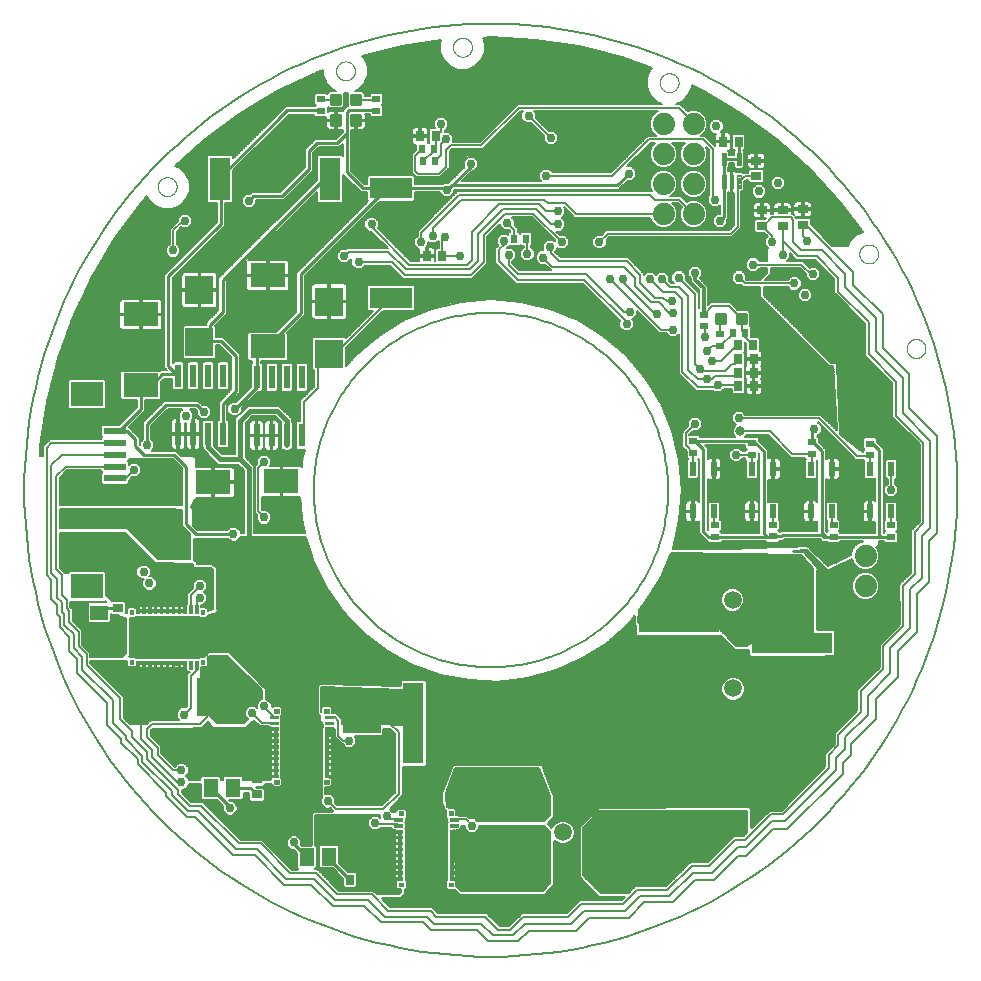
<source format=gtl>
G75*
%MOIN*%
%OFA0B0*%
%FSLAX25Y25*%
%IPPOS*%
%LPD*%
%AMOC8*
5,1,8,0,0,1.08239X$1,22.5*
%
%ADD10C,0.00600*%
%ADD11C,0.00000*%
%ADD12R,0.02200X0.07800*%
%ADD13R,0.11811X0.07874*%
%ADD14R,0.02756X0.03543*%
%ADD15R,0.03543X0.02756*%
%ADD16R,0.09449X0.09449*%
%ADD17C,0.01181*%
%ADD18R,0.02362X0.04724*%
%ADD19R,0.02756X0.02362*%
%ADD20R,0.12598X0.07087*%
%ADD21R,0.02362X0.02756*%
%ADD22R,0.05118X0.05906*%
%ADD23R,0.05906X0.05118*%
%ADD24R,0.07087X0.12598*%
%ADD25R,0.14173X0.07087*%
%ADD26R,0.07087X0.14173*%
%ADD27R,0.01477X0.15356*%
%ADD28R,0.01273X0.15380*%
%ADD29C,0.00650*%
%ADD30C,0.00148*%
%ADD31C,0.00221*%
%ADD32R,0.15356X0.01477*%
%ADD33R,0.15380X0.01273*%
%ADD34C,0.05937*%
%ADD35R,0.07480X0.02362*%
%ADD36R,0.11024X0.08268*%
%ADD37C,0.00394*%
%ADD38C,0.07400*%
%ADD39R,0.07087X0.27165*%
%ADD40R,0.27165X0.07087*%
%ADD41C,0.01200*%
%ADD42C,0.01000*%
%ADD43C,0.02978*%
%ADD44C,0.01600*%
%ADD45C,0.03175*%
D10*
X0096182Y0071772D02*
X0105631Y0062324D01*
X0105631Y0061143D01*
X0112520Y0054253D01*
X0115276Y0054253D01*
X0128072Y0041457D01*
X0135158Y0041457D01*
X0145001Y0031615D01*
X0154056Y0031615D01*
X0161143Y0024528D01*
X0171772Y0024528D01*
X0177284Y0019017D01*
X0191457Y0019017D01*
X0193820Y0016654D01*
X0209174Y0016654D01*
X0213111Y0012717D01*
X0222954Y0012717D01*
X0226497Y0016261D01*
X0242245Y0016261D01*
X0246576Y0020591D01*
X0259961Y0020591D01*
X0265080Y0025709D01*
X0274528Y0025709D01*
X0282009Y0033190D01*
X0288308Y0033190D01*
X0296182Y0041064D01*
X0298938Y0041064D01*
X0307993Y0050119D01*
X0312717Y0050119D01*
X0331221Y0068623D01*
X0331221Y0072166D01*
X0333977Y0074922D01*
X0333977Y0078465D01*
X0342245Y0086733D01*
X0342245Y0093426D01*
X0349725Y0100906D01*
X0349725Y0109568D01*
X0356024Y0115867D01*
X0356024Y0128465D01*
X0359961Y0132402D01*
X0359961Y0146182D01*
X0362717Y0148938D01*
X0362717Y0181221D01*
X0353269Y0190670D01*
X0353269Y0201694D01*
X0344607Y0210355D01*
X0344607Y0221772D01*
X0334765Y0231615D01*
X0334765Y0235946D01*
X0319109Y0251602D01*
X0317850Y0251602D01*
X0317850Y0247743D01*
X0319410Y0246182D01*
X0317442Y0243032D02*
X0324135Y0243032D01*
X0332009Y0235158D01*
X0332009Y0230828D01*
X0342245Y0220591D01*
X0342245Y0209568D01*
X0351300Y0200513D01*
X0351300Y0188702D01*
X0360355Y0179646D01*
X0360355Y0150513D01*
X0357599Y0147757D01*
X0357599Y0133977D01*
X0353662Y0130040D01*
X0353662Y0117048D01*
X0346969Y0110355D01*
X0346969Y0102087D01*
X0339489Y0094607D01*
X0339489Y0088308D01*
X0332009Y0080828D01*
X0332009Y0076891D01*
X0328859Y0073741D01*
X0328859Y0069804D01*
X0311930Y0052875D01*
X0307599Y0052875D01*
X0298938Y0044213D01*
X0296182Y0044213D01*
X0287520Y0035552D01*
X0281221Y0035552D01*
X0273347Y0027678D01*
X0263505Y0027678D01*
X0258780Y0022954D01*
X0245001Y0022954D01*
X0240670Y0018623D01*
X0225316Y0018623D01*
X0221379Y0014686D01*
X0214686Y0014686D01*
X0210749Y0018623D01*
X0195001Y0018623D01*
X0192639Y0020985D01*
X0178465Y0020985D01*
X0172954Y0026497D01*
X0161930Y0026497D01*
X0154843Y0033583D01*
X0145788Y0033583D01*
X0135946Y0043426D01*
X0128859Y0043426D01*
X0116261Y0056024D01*
X0113111Y0056024D01*
X0107599Y0061536D01*
X0107599Y0062717D01*
X0097757Y0072560D01*
X0097757Y0074528D01*
X0092245Y0080040D01*
X0092245Y0081221D01*
X0087914Y0085552D01*
X0087914Y0093032D01*
X0077678Y0103269D01*
X0077678Y0107599D01*
X0074922Y0110355D01*
X0074922Y0115080D01*
X0071772Y0118229D01*
X0071772Y0121772D01*
X0070985Y0122560D01*
X0070985Y0125709D01*
X0069410Y0127284D01*
X0069410Y0133583D01*
X0067442Y0135552D01*
X0067442Y0171379D01*
X0070985Y0174922D01*
X0088583Y0174922D01*
X0088583Y0170985D02*
X0072166Y0170985D01*
X0069017Y0167835D01*
X0069017Y0136733D01*
X0070985Y0134765D01*
X0070985Y0128072D01*
X0072560Y0126497D01*
X0072560Y0123741D01*
X0073347Y0122954D01*
X0073347Y0119017D01*
X0076497Y0115867D01*
X0076497Y0111143D01*
X0079253Y0108387D01*
X0079253Y0104843D01*
X0090276Y0093820D01*
X0090276Y0086733D01*
X0094213Y0082796D01*
X0094213Y0080828D01*
X0099331Y0075709D01*
X0099331Y0073347D01*
X0109568Y0063111D01*
X0109568Y0061930D01*
X0113505Y0057993D01*
X0117442Y0057993D01*
X0130040Y0045394D01*
X0137127Y0045394D01*
X0146969Y0035552D01*
X0155631Y0035552D01*
X0162717Y0028465D01*
X0174135Y0028465D01*
X0179646Y0022954D01*
X0193820Y0022954D01*
X0195788Y0020985D01*
X0211930Y0020985D01*
X0216261Y0016654D01*
X0220198Y0016654D01*
X0224528Y0020985D01*
X0239489Y0020985D01*
X0243820Y0025316D01*
X0257993Y0025316D01*
X0262520Y0029843D01*
X0272757Y0029843D01*
X0280828Y0037914D01*
X0286733Y0037914D01*
X0295394Y0046576D01*
X0298544Y0046576D01*
X0307206Y0055237D01*
X0311143Y0055237D01*
X0326497Y0070591D01*
X0326497Y0074922D01*
X0329646Y0078072D01*
X0329646Y0081615D01*
X0337127Y0089095D01*
X0337127Y0096182D01*
X0344607Y0103662D01*
X0344607Y0111143D01*
X0351300Y0117835D01*
X0351300Y0131221D01*
X0355237Y0135158D01*
X0355237Y0149331D01*
X0357993Y0152087D01*
X0357993Y0178859D01*
X0348938Y0187914D01*
X0348938Y0199331D01*
X0339883Y0208387D01*
X0339883Y0219017D01*
X0329646Y0229253D01*
X0329646Y0233977D01*
X0322560Y0241064D01*
X0316261Y0241064D01*
X0311129Y0246195D01*
X0311129Y0241471D01*
X0311143Y0241457D01*
X0313531Y0241294D02*
X0314334Y0241294D01*
X0313735Y0241892D02*
X0313531Y0241892D01*
X0313531Y0242096D02*
X0315764Y0239864D01*
X0322063Y0239864D01*
X0328446Y0233480D01*
X0328446Y0228756D01*
X0329149Y0228053D01*
X0338683Y0218519D01*
X0338683Y0207890D01*
X0339386Y0207187D01*
X0347738Y0198834D01*
X0347738Y0187417D01*
X0356793Y0178362D01*
X0356793Y0152584D01*
X0354740Y0150531D01*
X0354037Y0149829D01*
X0354037Y0135655D01*
X0350100Y0131718D01*
X0350100Y0118332D01*
X0344110Y0112343D01*
X0343407Y0111640D01*
X0343407Y0104159D01*
X0335927Y0096679D01*
X0335927Y0095394D01*
X0332009Y0095394D01*
X0325316Y0102087D01*
X0325316Y0107683D01*
X0328248Y0107683D01*
X0328775Y0108211D01*
X0328775Y0116043D01*
X0328248Y0116570D01*
X0325316Y0116570D01*
X0325316Y0135946D01*
X0334208Y0140198D01*
X0334208Y0140196D01*
X0334908Y0138505D01*
X0336202Y0137211D01*
X0337893Y0136511D01*
X0339723Y0136511D01*
X0341414Y0137211D01*
X0342708Y0138505D01*
X0343408Y0140196D01*
X0343408Y0142026D01*
X0342708Y0143717D01*
X0342338Y0144087D01*
X0343426Y0144607D01*
X0343426Y0146030D01*
X0344947Y0146030D01*
X0344947Y0145876D01*
X0345474Y0145349D01*
X0348976Y0145349D01*
X0349503Y0145876D01*
X0349503Y0148984D01*
X0349089Y0149398D01*
X0349503Y0149813D01*
X0349503Y0152921D01*
X0349289Y0153135D01*
X0349444Y0153289D01*
X0349444Y0158759D01*
X0348917Y0159287D01*
X0345809Y0159287D01*
X0345282Y0158759D01*
X0345282Y0153289D01*
X0345299Y0153272D01*
X0344947Y0152921D01*
X0344947Y0149813D01*
X0345362Y0149398D01*
X0344947Y0148984D01*
X0344947Y0148830D01*
X0344826Y0148830D01*
X0344826Y0177077D01*
X0344006Y0177897D01*
X0342574Y0179329D01*
X0342574Y0180204D01*
X0342047Y0180731D01*
X0338545Y0180731D01*
X0338018Y0180204D01*
X0338018Y0177096D01*
X0338433Y0176682D01*
X0338018Y0176267D01*
X0338018Y0175728D01*
X0337905Y0175728D01*
X0331010Y0181161D01*
X0330428Y0181744D01*
X0329253Y0205631D01*
X0327284Y0205631D01*
X0304843Y0228072D01*
X0304843Y0230809D01*
X0312901Y0230809D01*
X0314090Y0229620D01*
X0316069Y0229620D01*
X0317468Y0231019D01*
X0317468Y0232998D01*
X0316069Y0234398D01*
X0314090Y0234398D01*
X0312901Y0233209D01*
X0305256Y0233209D01*
X0307206Y0235158D01*
X0307206Y0237108D01*
X0316945Y0237108D01*
X0318990Y0235063D01*
X0318990Y0234169D01*
X0320389Y0232769D01*
X0322368Y0232769D01*
X0323768Y0234169D01*
X0323768Y0236148D01*
X0322368Y0237547D01*
X0320389Y0237547D01*
X0320144Y0237302D01*
X0317939Y0239508D01*
X0312571Y0239508D01*
X0313531Y0240468D01*
X0313531Y0242096D01*
X0313531Y0240695D02*
X0314932Y0240695D01*
X0315531Y0240097D02*
X0313160Y0240097D01*
X0317442Y0238308D02*
X0320591Y0235158D01*
X0321379Y0235158D01*
X0323112Y0233513D02*
X0328414Y0233513D01*
X0328446Y0232914D02*
X0322513Y0232914D01*
X0323710Y0234111D02*
X0327815Y0234111D01*
X0327217Y0234710D02*
X0323768Y0234710D01*
X0323768Y0235308D02*
X0326618Y0235308D01*
X0326020Y0235907D02*
X0323768Y0235907D01*
X0323410Y0236505D02*
X0325421Y0236505D01*
X0324823Y0237104D02*
X0322812Y0237104D01*
X0323626Y0238301D02*
X0319146Y0238301D01*
X0319744Y0237703D02*
X0324224Y0237703D01*
X0323027Y0238900D02*
X0318547Y0238900D01*
X0317949Y0239498D02*
X0322429Y0239498D01*
X0317442Y0238308D02*
X0301300Y0238308D01*
X0298911Y0238301D02*
X0262059Y0238301D01*
X0262658Y0237703D02*
X0280781Y0237703D01*
X0281019Y0237941D02*
X0279620Y0236542D01*
X0279620Y0234562D01*
X0280509Y0233673D01*
X0280509Y0232568D01*
X0283343Y0229734D01*
X0283343Y0223735D01*
X0283209Y0223735D01*
X0283209Y0228962D01*
X0282506Y0229665D01*
X0278886Y0233285D01*
X0278886Y0234967D01*
X0277486Y0236366D01*
X0275507Y0236366D01*
X0274108Y0234967D01*
X0274108Y0232988D01*
X0275068Y0232028D01*
X0274238Y0232028D01*
X0273374Y0232892D01*
X0273374Y0234573D01*
X0271975Y0235972D01*
X0269995Y0235972D01*
X0269017Y0234993D01*
X0268038Y0235972D01*
X0266058Y0235972D01*
X0264902Y0234816D01*
X0264902Y0235458D01*
X0264199Y0236161D01*
X0259671Y0240689D01*
X0237230Y0240689D01*
X0235334Y0242585D01*
X0235972Y0243224D01*
X0235972Y0243958D01*
X0236531Y0243399D01*
X0238510Y0243399D01*
X0239909Y0244799D01*
X0239909Y0246778D01*
X0238510Y0248177D01*
X0236829Y0248177D01*
X0235701Y0249305D01*
X0237329Y0249305D01*
X0238728Y0250704D01*
X0238728Y0252683D01*
X0237553Y0253859D01*
X0238728Y0255035D01*
X0238728Y0257014D01*
X0238162Y0257580D01*
X0238205Y0257580D01*
X0241084Y0254701D01*
X0241084Y0254701D01*
X0241787Y0253998D01*
X0267015Y0253998D01*
X0267597Y0252592D01*
X0268891Y0251298D01*
X0270582Y0250598D01*
X0272412Y0250598D01*
X0274103Y0251298D01*
X0275397Y0252592D01*
X0276097Y0254283D01*
X0276097Y0256113D01*
X0275397Y0257803D01*
X0274438Y0258761D01*
X0276236Y0258761D01*
X0277479Y0257518D01*
X0276897Y0256113D01*
X0276897Y0254283D01*
X0277597Y0252592D01*
X0278891Y0251298D01*
X0280582Y0250598D01*
X0282412Y0250598D01*
X0284103Y0251298D01*
X0285397Y0252592D01*
X0286097Y0254283D01*
X0286097Y0256113D01*
X0285397Y0257803D01*
X0284103Y0259097D01*
X0282412Y0259798D01*
X0280582Y0259798D01*
X0279176Y0259215D01*
X0277933Y0260458D01*
X0277933Y0260458D01*
X0277230Y0261161D01*
X0273773Y0261161D01*
X0274103Y0261298D01*
X0275397Y0262592D01*
X0276097Y0264283D01*
X0276097Y0266113D01*
X0275397Y0267803D01*
X0274103Y0269097D01*
X0272412Y0269798D01*
X0270582Y0269798D01*
X0268891Y0269097D01*
X0267597Y0267803D01*
X0266897Y0266113D01*
X0266897Y0264283D01*
X0267537Y0262736D01*
X0202771Y0262736D01*
X0202069Y0262033D01*
X0189470Y0249435D01*
X0189470Y0247967D01*
X0188281Y0246778D01*
X0188281Y0244799D01*
X0189681Y0243399D01*
X0189966Y0243399D01*
X0189882Y0243085D01*
X0189882Y0241442D01*
X0192260Y0241442D01*
X0192260Y0240843D01*
X0189882Y0240843D01*
X0189882Y0239508D01*
X0187230Y0239508D01*
X0176279Y0250459D01*
X0176524Y0250704D01*
X0176524Y0252683D01*
X0175124Y0254083D01*
X0173145Y0254083D01*
X0171746Y0252683D01*
X0171746Y0250704D01*
X0173145Y0249305D01*
X0174039Y0249305D01*
X0179505Y0243839D01*
X0166157Y0243839D01*
X0165771Y0243453D01*
X0164090Y0243453D01*
X0162691Y0242053D01*
X0162691Y0240074D01*
X0164090Y0238675D01*
X0166069Y0238675D01*
X0167415Y0240021D01*
X0167415Y0238106D01*
X0168814Y0236706D01*
X0170793Y0236706D01*
X0171982Y0237895D01*
X0180330Y0237895D01*
X0183958Y0234268D01*
X0184661Y0233565D01*
X0207703Y0233565D01*
X0212033Y0237895D01*
X0212736Y0238598D01*
X0212736Y0247653D01*
X0217021Y0251938D01*
X0217021Y0251098D01*
X0218421Y0249698D01*
X0220102Y0249698D01*
X0220454Y0249346D01*
X0220454Y0249011D01*
X0220100Y0249011D01*
X0219573Y0248484D01*
X0219573Y0248216D01*
X0219219Y0248571D01*
X0217240Y0248571D01*
X0215840Y0247171D01*
X0215840Y0245192D01*
X0216282Y0244751D01*
X0216157Y0244626D01*
X0215454Y0243923D01*
X0215454Y0238992D01*
X0222456Y0231990D01*
X0244504Y0231990D01*
X0256833Y0219660D01*
X0256785Y0219612D01*
X0256785Y0217633D01*
X0258184Y0216234D01*
X0260164Y0216234D01*
X0261563Y0217633D01*
X0261563Y0219612D01*
X0261004Y0220171D01*
X0261345Y0220171D01*
X0262744Y0221570D01*
X0262744Y0222805D01*
X0269391Y0216157D01*
X0270094Y0215454D01*
X0272350Y0215454D01*
X0273539Y0214265D01*
X0275518Y0214265D01*
X0276478Y0215225D01*
X0276478Y0201984D01*
X0277181Y0201281D01*
X0281596Y0196866D01*
X0282299Y0196163D01*
X0288098Y0196163D01*
X0288499Y0195761D01*
X0290479Y0195761D01*
X0291667Y0196950D01*
X0294170Y0196950D01*
X0294170Y0195671D01*
X0294697Y0195144D01*
X0298199Y0195144D01*
X0298726Y0195671D01*
X0298726Y0199960D01*
X0298583Y0200104D01*
X0298626Y0200147D01*
X0298626Y0204436D01*
X0298579Y0204482D01*
X0298726Y0204629D01*
X0298726Y0208918D01*
X0298454Y0209189D01*
X0298539Y0209274D01*
X0298539Y0212561D01*
X0299101Y0211999D01*
X0299101Y0209274D01*
X0299105Y0209269D01*
X0298977Y0209047D01*
X0298888Y0208716D01*
X0298888Y0207073D01*
X0301266Y0207073D01*
X0301266Y0206473D01*
X0301866Y0206473D01*
X0301866Y0205363D01*
X0301766Y0205363D01*
X0301766Y0202591D01*
X0304144Y0202591D01*
X0304144Y0204234D01*
X0304099Y0204402D01*
X0304155Y0204500D01*
X0304244Y0204830D01*
X0304244Y0206473D01*
X0301866Y0206473D01*
X0301866Y0207073D01*
X0304244Y0207073D01*
X0304244Y0208716D01*
X0304155Y0209047D01*
X0303984Y0209343D01*
X0303742Y0209585D01*
X0303657Y0209635D01*
X0303657Y0213563D01*
X0303129Y0214090D01*
X0300625Y0214090D01*
X0300625Y0217421D01*
X0300150Y0217896D01*
X0300417Y0218163D01*
X0300417Y0222154D01*
X0299543Y0223027D01*
X0296377Y0223027D01*
X0294378Y0225025D01*
X0293675Y0225728D01*
X0287220Y0225728D01*
X0286517Y0225025D01*
X0286343Y0224851D01*
X0286343Y0230976D01*
X0283577Y0233742D01*
X0284398Y0234562D01*
X0284398Y0236542D01*
X0282998Y0237941D01*
X0281019Y0237941D01*
X0280182Y0237104D02*
X0263256Y0237104D01*
X0263855Y0236505D02*
X0279620Y0236505D01*
X0279620Y0235907D02*
X0277946Y0235907D01*
X0278544Y0235308D02*
X0279620Y0235308D01*
X0279620Y0234710D02*
X0278886Y0234710D01*
X0278886Y0234111D02*
X0280071Y0234111D01*
X0280509Y0233513D02*
X0278886Y0233513D01*
X0279257Y0232914D02*
X0280509Y0232914D01*
X0280761Y0232316D02*
X0279855Y0232316D01*
X0280454Y0231717D02*
X0281360Y0231717D01*
X0281052Y0231119D02*
X0281958Y0231119D01*
X0281651Y0230520D02*
X0282557Y0230520D01*
X0282249Y0229922D02*
X0283155Y0229922D01*
X0283343Y0229323D02*
X0282848Y0229323D01*
X0283209Y0228725D02*
X0283343Y0228725D01*
X0283343Y0228126D02*
X0283209Y0228126D01*
X0283209Y0227528D02*
X0283343Y0227528D01*
X0283343Y0226929D02*
X0283209Y0226929D01*
X0283209Y0226331D02*
X0283343Y0226331D01*
X0283343Y0225732D02*
X0283209Y0225732D01*
X0283209Y0225134D02*
X0283343Y0225134D01*
X0283343Y0224535D02*
X0283209Y0224535D01*
X0283209Y0223937D02*
X0283343Y0223937D01*
X0284843Y0221654D02*
X0287717Y0224528D01*
X0293178Y0224528D01*
X0297548Y0220158D01*
X0297548Y0216076D01*
X0298544Y0215080D01*
X0298544Y0215670D01*
X0298544Y0215080D02*
X0298544Y0214253D01*
X0301379Y0211418D01*
X0303657Y0211368D02*
X0319850Y0211368D01*
X0320448Y0210770D02*
X0303657Y0210770D01*
X0303657Y0210171D02*
X0321047Y0210171D01*
X0321645Y0209572D02*
X0303755Y0209572D01*
X0304175Y0208974D02*
X0322244Y0208974D01*
X0322842Y0208375D02*
X0304244Y0208375D01*
X0304244Y0207777D02*
X0323441Y0207777D01*
X0324039Y0207178D02*
X0304244Y0207178D01*
X0304244Y0205981D02*
X0325236Y0205981D01*
X0324638Y0206580D02*
X0301866Y0206580D01*
X0301866Y0205981D02*
X0301266Y0205981D01*
X0301266Y0206473D02*
X0301266Y0203702D01*
X0301166Y0203702D01*
X0301166Y0202591D01*
X0301166Y0201991D01*
X0301766Y0201991D01*
X0301766Y0199220D01*
X0301866Y0199220D01*
X0301866Y0198116D01*
X0301266Y0198116D01*
X0301266Y0200887D01*
X0301166Y0200887D01*
X0301166Y0201991D01*
X0298788Y0201991D01*
X0298788Y0200349D01*
X0298877Y0200018D01*
X0298932Y0199922D01*
X0298888Y0199759D01*
X0298888Y0198116D01*
X0301266Y0198116D01*
X0301266Y0197516D01*
X0298888Y0197516D01*
X0298888Y0195873D01*
X0298977Y0195542D01*
X0299148Y0195246D01*
X0299390Y0195004D01*
X0299686Y0194833D01*
X0300017Y0194744D01*
X0301266Y0194744D01*
X0301266Y0197516D01*
X0301866Y0197516D01*
X0301866Y0198116D01*
X0304244Y0198116D01*
X0304244Y0199759D01*
X0304155Y0200089D01*
X0304100Y0200185D01*
X0304144Y0200349D01*
X0304144Y0201991D01*
X0301766Y0201991D01*
X0301766Y0202591D01*
X0301166Y0202591D01*
X0298788Y0202591D01*
X0298788Y0204234D01*
X0298877Y0204565D01*
X0298933Y0204662D01*
X0298888Y0204830D01*
X0298888Y0206473D01*
X0301266Y0206473D01*
X0301266Y0206580D02*
X0298726Y0206580D01*
X0298726Y0207178D02*
X0298888Y0207178D01*
X0298888Y0207777D02*
X0298726Y0207777D01*
X0298726Y0208375D02*
X0298888Y0208375D01*
X0298957Y0208974D02*
X0298670Y0208974D01*
X0298539Y0209572D02*
X0299101Y0209572D01*
X0299101Y0210171D02*
X0298539Y0210171D01*
X0298539Y0210770D02*
X0299101Y0210770D01*
X0299101Y0211368D02*
X0298539Y0211368D01*
X0298539Y0211967D02*
X0299101Y0211967D01*
X0300625Y0214361D02*
X0316857Y0214361D01*
X0316259Y0214959D02*
X0300625Y0214959D01*
X0300625Y0215558D02*
X0315660Y0215558D01*
X0315062Y0216156D02*
X0300625Y0216156D01*
X0300625Y0216755D02*
X0314463Y0216755D01*
X0313865Y0217353D02*
X0300625Y0217353D01*
X0300205Y0217952D02*
X0313266Y0217952D01*
X0312668Y0218550D02*
X0300417Y0218550D01*
X0300417Y0219149D02*
X0312069Y0219149D01*
X0311471Y0219747D02*
X0300417Y0219747D01*
X0300417Y0220346D02*
X0310872Y0220346D01*
X0310274Y0220944D02*
X0300417Y0220944D01*
X0300417Y0221543D02*
X0309675Y0221543D01*
X0309077Y0222141D02*
X0300417Y0222141D01*
X0299830Y0222740D02*
X0308478Y0222740D01*
X0307880Y0223338D02*
X0296065Y0223338D01*
X0295467Y0223937D02*
X0307281Y0223937D01*
X0306683Y0224535D02*
X0294868Y0224535D01*
X0294270Y0225134D02*
X0306084Y0225134D01*
X0305486Y0225732D02*
X0286343Y0225732D01*
X0286343Y0225134D02*
X0286626Y0225134D01*
X0286343Y0226331D02*
X0304887Y0226331D01*
X0304289Y0226929D02*
X0286343Y0226929D01*
X0286343Y0227528D02*
X0303690Y0227528D01*
X0303643Y0227575D02*
X0326084Y0205134D01*
X0326787Y0204431D01*
X0328110Y0204431D01*
X0329164Y0183007D01*
X0323844Y0188327D01*
X0298754Y0188327D01*
X0297565Y0189516D01*
X0295586Y0189516D01*
X0294187Y0188116D01*
X0294187Y0186137D01*
X0295490Y0184834D01*
X0294861Y0184205D01*
X0294482Y0183291D01*
X0294482Y0182301D01*
X0294861Y0181387D01*
X0295410Y0180838D01*
X0283716Y0180838D01*
X0283716Y0180992D01*
X0283189Y0181519D01*
X0280066Y0181519D01*
X0281317Y0182769D01*
X0282998Y0182769D01*
X0284398Y0184169D01*
X0284398Y0186148D01*
X0282998Y0187547D01*
X0281019Y0187547D01*
X0279620Y0186148D01*
X0279620Y0184466D01*
X0278362Y0183209D01*
X0277659Y0182506D01*
X0277659Y0177582D01*
X0278362Y0176880D01*
X0279160Y0176082D01*
X0279160Y0173947D01*
X0279657Y0173450D01*
X0279140Y0172933D01*
X0279140Y0167463D01*
X0279667Y0166935D01*
X0282775Y0166935D01*
X0283302Y0167463D01*
X0283302Y0172933D01*
X0282815Y0173420D01*
X0283189Y0173420D01*
X0283365Y0173596D01*
X0283365Y0159263D01*
X0283201Y0159427D01*
X0282904Y0159598D01*
X0282574Y0159687D01*
X0281512Y0159687D01*
X0281512Y0156315D01*
X0280931Y0156315D01*
X0280931Y0159687D01*
X0279869Y0159687D01*
X0279538Y0159598D01*
X0279242Y0159427D01*
X0279000Y0159185D01*
X0278829Y0158888D01*
X0278740Y0158558D01*
X0278740Y0156315D01*
X0280931Y0156315D01*
X0280931Y0155734D01*
X0281512Y0155734D01*
X0281512Y0152362D01*
X0282574Y0152362D01*
X0282904Y0152451D01*
X0283201Y0152622D01*
X0283365Y0152786D01*
X0283365Y0148752D01*
X0284185Y0147931D01*
X0286080Y0146036D01*
X0286245Y0146036D01*
X0286245Y0145882D01*
X0286772Y0145355D01*
X0290274Y0145355D01*
X0290801Y0145882D01*
X0290801Y0146036D01*
X0305710Y0146036D01*
X0306106Y0145640D01*
X0309607Y0145640D01*
X0310135Y0146167D01*
X0310135Y0146321D01*
X0311293Y0146321D01*
X0311722Y0146750D01*
X0323555Y0146750D01*
X0324342Y0145963D01*
X0325853Y0145963D01*
X0325853Y0145876D01*
X0326380Y0145349D01*
X0329881Y0145349D01*
X0330409Y0145876D01*
X0330409Y0146030D01*
X0337902Y0146030D01*
X0337637Y0145988D01*
X0336889Y0145745D01*
X0336187Y0145387D01*
X0335551Y0144925D01*
X0334994Y0144368D01*
X0334531Y0143732D01*
X0334174Y0143030D01*
X0333931Y0142282D01*
X0333808Y0141505D01*
X0333808Y0141411D01*
X0333962Y0141411D01*
X0326288Y0137741D01*
X0320399Y0143630D01*
X0320398Y0143655D01*
X0319991Y0144037D01*
X0319596Y0144432D01*
X0319571Y0144432D01*
X0319553Y0144449D01*
X0318995Y0144432D01*
X0318437Y0144432D01*
X0318419Y0144415D01*
X0293404Y0143645D01*
X0274487Y0143645D01*
X0276770Y0153153D01*
X0277554Y0163111D01*
X0276770Y0173069D01*
X0274438Y0182782D01*
X0270616Y0192010D01*
X0265396Y0200527D01*
X0258909Y0208122D01*
X0251314Y0214609D01*
X0242797Y0219828D01*
X0233569Y0223651D01*
X0223856Y0225982D01*
X0213898Y0226766D01*
X0203941Y0225982D01*
X0203941Y0225982D01*
X0194228Y0223651D01*
X0194228Y0223651D01*
X0185000Y0219828D01*
X0185000Y0219828D01*
X0176483Y0214609D01*
X0176483Y0214609D01*
X0168887Y0208122D01*
X0165668Y0204352D01*
X0165668Y0210383D01*
X0177973Y0222688D01*
X0188122Y0222688D01*
X0188650Y0223215D01*
X0188650Y0231048D01*
X0188122Y0231575D01*
X0173204Y0231575D01*
X0172676Y0231048D01*
X0172676Y0223215D01*
X0173204Y0222688D01*
X0174579Y0222688D01*
X0165662Y0213772D01*
X0165141Y0214294D01*
X0154946Y0214294D01*
X0154419Y0213766D01*
X0154419Y0203572D01*
X0154946Y0203045D01*
X0155098Y0203045D01*
X0155098Y0197808D01*
X0150298Y0193008D01*
X0150298Y0186176D01*
X0149330Y0186176D01*
X0148803Y0185648D01*
X0148803Y0177103D01*
X0149330Y0176576D01*
X0151869Y0176576D01*
X0151027Y0173069D01*
X0151027Y0173069D01*
X0150861Y0170959D01*
X0150797Y0171022D01*
X0150501Y0171193D01*
X0150170Y0171282D01*
X0144394Y0171282D01*
X0144394Y0166345D01*
X0143794Y0166345D01*
X0143794Y0171282D01*
X0140408Y0171282D01*
X0140697Y0171570D01*
X0140697Y0173549D01*
X0139297Y0174949D01*
X0137318Y0174949D01*
X0135919Y0173549D01*
X0135919Y0171868D01*
X0135842Y0171791D01*
X0135139Y0171088D01*
X0135139Y0155527D01*
X0135842Y0154824D01*
X0135919Y0154748D01*
X0135919Y0153066D01*
X0137318Y0151667D01*
X0139297Y0151667D01*
X0140697Y0153066D01*
X0140697Y0155045D01*
X0139297Y0156445D01*
X0137616Y0156445D01*
X0137539Y0156521D01*
X0137539Y0160981D01*
X0137686Y0160896D01*
X0138017Y0160808D01*
X0143794Y0160808D01*
X0143794Y0165745D01*
X0144394Y0165745D01*
X0144394Y0160808D01*
X0150170Y0160808D01*
X0150419Y0160875D01*
X0151027Y0153153D01*
X0152081Y0148763D01*
X0134890Y0148763D01*
X0134890Y0171295D01*
X0132134Y0174051D01*
X0132134Y0185635D01*
X0134288Y0187789D01*
X0141934Y0187789D01*
X0143939Y0185784D01*
X0143803Y0185648D01*
X0143803Y0177103D01*
X0144330Y0176576D01*
X0144799Y0176576D01*
X0145182Y0176193D01*
X0146424Y0176193D01*
X0146807Y0176576D01*
X0147276Y0176576D01*
X0147803Y0177103D01*
X0147803Y0185648D01*
X0147503Y0185948D01*
X0147503Y0187029D01*
X0143343Y0191189D01*
X0132879Y0191189D01*
X0131883Y0190193D01*
X0128734Y0187044D01*
X0128734Y0175047D01*
X0124445Y0175047D01*
X0121668Y0177824D01*
X0121668Y0186111D01*
X0121141Y0186639D01*
X0118196Y0186639D01*
X0117669Y0186111D01*
X0117669Y0177566D01*
X0117969Y0177266D01*
X0117969Y0176716D01*
X0122041Y0172643D01*
X0123037Y0171647D01*
X0129730Y0171647D01*
X0131490Y0169887D01*
X0131490Y0148763D01*
X0130461Y0148763D01*
X0130461Y0149534D01*
X0129061Y0150933D01*
X0127082Y0150933D01*
X0126093Y0149944D01*
X0116053Y0149944D01*
X0114705Y0151292D01*
X0114705Y0156383D01*
X0114732Y0156844D01*
X0114705Y0156874D01*
X0114705Y0156915D01*
X0114378Y0157242D01*
X0114071Y0157587D01*
X0114031Y0157589D01*
X0114002Y0157618D01*
X0113914Y0157618D01*
X0113915Y0157670D01*
X0115254Y0160014D01*
X0115492Y0160252D01*
X0115492Y0160430D01*
X0115519Y0160476D01*
X0121065Y0160476D01*
X0121065Y0165413D01*
X0121665Y0165413D01*
X0121665Y0166013D01*
X0128570Y0166013D01*
X0128570Y0169822D01*
X0128481Y0170152D01*
X0128310Y0170449D01*
X0128068Y0170691D01*
X0127772Y0170862D01*
X0127441Y0170950D01*
X0121665Y0170950D01*
X0121665Y0166013D01*
X0121065Y0166013D01*
X0121065Y0170950D01*
X0115492Y0170950D01*
X0115492Y0173844D01*
X0114789Y0174547D01*
X0110741Y0174547D01*
X0108967Y0176322D01*
X0100960Y0176322D01*
X0101720Y0177082D01*
X0101720Y0179061D01*
X0100731Y0180050D01*
X0100731Y0184578D01*
X0106211Y0190057D01*
X0111088Y0190057D01*
X0109935Y0188904D01*
X0109935Y0187039D01*
X0109919Y0187039D01*
X0109919Y0182089D01*
X0109418Y0182089D01*
X0109418Y0181589D01*
X0107269Y0181589D01*
X0107269Y0177767D01*
X0107357Y0177437D01*
X0107528Y0177140D01*
X0107770Y0176898D01*
X0108067Y0176727D01*
X0108397Y0176639D01*
X0109418Y0176639D01*
X0109418Y0181588D01*
X0109919Y0181588D01*
X0109919Y0176639D01*
X0110940Y0176639D01*
X0111270Y0176727D01*
X0111567Y0176898D01*
X0111809Y0177140D01*
X0111980Y0177437D01*
X0112068Y0177767D01*
X0112068Y0181589D01*
X0109919Y0181589D01*
X0109919Y0182089D01*
X0112068Y0182089D01*
X0112068Y0185525D01*
X0112269Y0185525D01*
X0112269Y0182089D01*
X0114418Y0182089D01*
X0114418Y0186631D01*
X0114713Y0186925D01*
X0114713Y0188904D01*
X0113559Y0190057D01*
X0115287Y0190057D01*
X0115840Y0189504D01*
X0115840Y0188106D01*
X0117240Y0186706D01*
X0119219Y0186706D01*
X0120618Y0188106D01*
X0120618Y0190085D01*
X0119219Y0191484D01*
X0117820Y0191484D01*
X0117267Y0192037D01*
X0116447Y0192857D01*
X0105051Y0192857D01*
X0104231Y0192037D01*
X0097931Y0185738D01*
X0097931Y0180050D01*
X0096943Y0179061D01*
X0096943Y0178110D01*
X0096794Y0178258D01*
X0096794Y0180620D01*
X0095974Y0181440D01*
X0093241Y0184174D01*
X0098636Y0189570D01*
X0098636Y0193235D01*
X0103515Y0193235D01*
X0104042Y0193763D01*
X0104042Y0199306D01*
X0105030Y0200294D01*
X0107669Y0200294D01*
X0107669Y0196966D01*
X0108196Y0196439D01*
X0111141Y0196439D01*
X0111668Y0196966D01*
X0111668Y0205511D01*
X0111141Y0206039D01*
X0108196Y0206039D01*
X0107818Y0205661D01*
X0107818Y0233791D01*
X0125298Y0251271D01*
X0125298Y0258868D01*
X0127584Y0258868D01*
X0128111Y0259395D01*
X0128111Y0269744D01*
X0146678Y0288311D01*
X0155083Y0288311D01*
X0155083Y0287908D01*
X0155611Y0287381D01*
X0158941Y0287381D01*
X0158941Y0286619D01*
X0161909Y0286619D01*
X0161909Y0286019D01*
X0158941Y0286019D01*
X0158941Y0284692D01*
X0159070Y0284211D01*
X0159319Y0283780D01*
X0159671Y0283428D01*
X0160102Y0283179D01*
X0160583Y0283050D01*
X0161909Y0283050D01*
X0161909Y0286019D01*
X0162509Y0286019D01*
X0162509Y0283050D01*
X0163836Y0283050D01*
X0164317Y0283179D01*
X0164467Y0283266D01*
X0164467Y0282589D01*
X0162137Y0280259D01*
X0155445Y0280259D01*
X0154624Y0279439D01*
X0151869Y0276683D01*
X0151869Y0270778D01*
X0143633Y0262543D01*
X0134185Y0262543D01*
X0133599Y0261957D01*
X0132200Y0261957D01*
X0130801Y0260557D01*
X0130801Y0258578D01*
X0132200Y0257179D01*
X0134179Y0257179D01*
X0135579Y0258578D01*
X0135579Y0259743D01*
X0144793Y0259743D01*
X0153848Y0268798D01*
X0154668Y0269618D01*
X0154668Y0275523D01*
X0156604Y0277459D01*
X0163297Y0277459D01*
X0164467Y0278629D01*
X0164467Y0274572D01*
X0164198Y0274841D01*
X0156366Y0274841D01*
X0155839Y0274314D01*
X0155839Y0266631D01*
X0123919Y0234711D01*
X0123098Y0233891D01*
X0123098Y0223091D01*
X0119719Y0219711D01*
X0118898Y0218891D01*
X0118898Y0218050D01*
X0111663Y0218050D01*
X0111136Y0217522D01*
X0111136Y0207328D01*
X0111663Y0206801D01*
X0121858Y0206801D01*
X0122385Y0207328D01*
X0122385Y0211511D01*
X0123361Y0211511D01*
X0127459Y0207413D01*
X0127459Y0196762D01*
X0123269Y0192571D01*
X0123269Y0186639D01*
X0123196Y0186639D01*
X0122669Y0186111D01*
X0122669Y0177566D01*
X0123196Y0177039D01*
X0126141Y0177039D01*
X0126668Y0177566D01*
X0126668Y0186111D01*
X0126141Y0186639D01*
X0126068Y0186639D01*
X0126068Y0191411D01*
X0129439Y0194782D01*
X0130259Y0195602D01*
X0130259Y0208573D01*
X0124521Y0214311D01*
X0122385Y0214311D01*
X0122385Y0217522D01*
X0121937Y0217970D01*
X0125898Y0221931D01*
X0125898Y0232731D01*
X0132552Y0239384D01*
X0132404Y0239128D01*
X0132315Y0238797D01*
X0132315Y0234989D01*
X0139220Y0234989D01*
X0139220Y0234389D01*
X0132315Y0234389D01*
X0132315Y0230581D01*
X0132404Y0230250D01*
X0132575Y0229954D01*
X0132817Y0229712D01*
X0133113Y0229541D01*
X0133444Y0229452D01*
X0139220Y0229452D01*
X0139220Y0234389D01*
X0139820Y0234389D01*
X0139820Y0229452D01*
X0145597Y0229452D01*
X0145928Y0229541D01*
X0146224Y0229712D01*
X0146466Y0229954D01*
X0146637Y0230250D01*
X0146726Y0230581D01*
X0146726Y0234389D01*
X0139821Y0234389D01*
X0139821Y0234989D01*
X0146726Y0234989D01*
X0146726Y0238797D01*
X0146637Y0239128D01*
X0146466Y0239424D01*
X0146224Y0239666D01*
X0145928Y0239837D01*
X0145597Y0239926D01*
X0139820Y0239926D01*
X0139820Y0234989D01*
X0139220Y0234989D01*
X0139220Y0239926D01*
X0133444Y0239926D01*
X0133113Y0239837D01*
X0132856Y0239689D01*
X0155839Y0262671D01*
X0155839Y0259395D01*
X0156366Y0258868D01*
X0164198Y0258868D01*
X0164725Y0259395D01*
X0164725Y0268178D01*
X0170558Y0262346D01*
X0172676Y0262346D01*
X0172676Y0259830D01*
X0173017Y0259489D01*
X0149933Y0236405D01*
X0149933Y0236405D01*
X0149113Y0235585D01*
X0149113Y0222639D01*
X0142378Y0215904D01*
X0133242Y0215904D01*
X0132715Y0215377D01*
X0132715Y0206757D01*
X0133242Y0206230D01*
X0134403Y0206230D01*
X0134403Y0205576D01*
X0134330Y0205576D01*
X0133803Y0205048D01*
X0133803Y0197594D01*
X0128874Y0192665D01*
X0127476Y0192665D01*
X0126076Y0191266D01*
X0126076Y0189287D01*
X0127476Y0187887D01*
X0129455Y0187887D01*
X0130854Y0189287D01*
X0130854Y0190685D01*
X0136144Y0195976D01*
X0137276Y0195976D01*
X0137803Y0196503D01*
X0137803Y0205048D01*
X0137276Y0205576D01*
X0137203Y0205576D01*
X0137203Y0206230D01*
X0145799Y0206230D01*
X0146326Y0206757D01*
X0146326Y0215377D01*
X0146068Y0215635D01*
X0151092Y0220659D01*
X0151092Y0220659D01*
X0151913Y0221479D01*
X0151913Y0234426D01*
X0176789Y0259302D01*
X0188122Y0259302D01*
X0188650Y0259830D01*
X0188650Y0262346D01*
X0196943Y0262346D01*
X0196943Y0262121D01*
X0198342Y0260722D01*
X0200321Y0260722D01*
X0201720Y0262121D01*
X0201720Y0263286D01*
X0256604Y0263286D01*
X0257424Y0264106D01*
X0259552Y0266234D01*
X0260951Y0266234D01*
X0262350Y0267633D01*
X0262350Y0269612D01*
X0260951Y0271012D01*
X0259323Y0271012D01*
X0267151Y0278840D01*
X0268634Y0278840D01*
X0267597Y0277803D01*
X0266114Y0277803D01*
X0266712Y0278401D02*
X0268195Y0278401D01*
X0267597Y0277803D02*
X0266897Y0276113D01*
X0266897Y0274283D01*
X0267597Y0272592D01*
X0268891Y0271298D01*
X0270582Y0270598D01*
X0272412Y0270598D01*
X0274103Y0271298D01*
X0275397Y0272592D01*
X0276097Y0274283D01*
X0276097Y0276113D01*
X0275397Y0277803D01*
X0277597Y0277803D01*
X0276897Y0276113D01*
X0276897Y0274283D01*
X0277597Y0272592D01*
X0278891Y0271298D01*
X0280582Y0270598D01*
X0282412Y0270598D01*
X0284103Y0271298D01*
X0285397Y0272592D01*
X0286097Y0274283D01*
X0286097Y0276113D01*
X0285462Y0277646D01*
X0286714Y0276393D01*
X0286714Y0261353D01*
X0286313Y0260951D01*
X0286313Y0258972D01*
X0287712Y0257572D01*
X0289691Y0257572D01*
X0290151Y0258033D01*
X0290151Y0255264D01*
X0289287Y0255264D01*
X0287887Y0253864D01*
X0287887Y0251885D01*
X0289287Y0250486D01*
X0291266Y0250486D01*
X0292665Y0251885D01*
X0292665Y0253284D01*
X0292951Y0253570D01*
X0292951Y0262391D01*
X0293323Y0262291D01*
X0294017Y0262291D01*
X0294017Y0265840D01*
X0294204Y0265840D01*
X0294204Y0262291D01*
X0294898Y0262291D01*
X0294982Y0262314D01*
X0294982Y0251403D01*
X0293323Y0249744D01*
X0252378Y0249744D01*
X0251675Y0249041D01*
X0250811Y0248177D01*
X0249129Y0248177D01*
X0247730Y0246778D01*
X0247730Y0244799D01*
X0249129Y0243399D01*
X0251108Y0243399D01*
X0252508Y0244799D01*
X0252508Y0246480D01*
X0253372Y0247344D01*
X0294317Y0247344D01*
X0295020Y0248047D01*
X0296679Y0249706D01*
X0297382Y0250409D01*
X0297382Y0262691D01*
X0297714Y0262691D01*
X0298357Y0263334D01*
X0298357Y0265924D01*
X0298989Y0266557D01*
X0299691Y0266557D01*
X0299691Y0266006D01*
X0300219Y0265479D01*
X0304507Y0265479D01*
X0305035Y0266006D01*
X0305035Y0269507D01*
X0304507Y0270035D01*
X0300219Y0270035D01*
X0299691Y0269507D01*
X0299691Y0268957D01*
X0297995Y0268957D01*
X0297964Y0268926D01*
X0297714Y0269176D01*
X0295721Y0269176D01*
X0295620Y0269277D01*
X0295279Y0269474D01*
X0294898Y0269576D01*
X0294204Y0269576D01*
X0294204Y0266028D01*
X0294017Y0266028D01*
X0294017Y0269576D01*
X0293323Y0269576D01*
X0292951Y0269477D01*
X0292951Y0270605D01*
X0293239Y0270893D01*
X0293239Y0272093D01*
X0294982Y0272093D01*
X0294982Y0270893D01*
X0295624Y0270250D01*
X0297714Y0270250D01*
X0298357Y0270893D01*
X0298357Y0276093D01*
X0298069Y0276380D01*
X0298069Y0276660D01*
X0298248Y0276660D01*
X0298775Y0277187D01*
X0298775Y0281476D01*
X0298248Y0282003D01*
X0294746Y0282003D01*
X0294219Y0281476D01*
X0294219Y0277187D01*
X0294746Y0276660D01*
X0295269Y0276660D01*
X0295269Y0276380D01*
X0294982Y0276093D01*
X0294982Y0274893D01*
X0293239Y0274893D01*
X0293239Y0276093D01*
X0293041Y0276290D01*
X0293258Y0276348D01*
X0293555Y0276520D01*
X0293797Y0276762D01*
X0293968Y0277058D01*
X0294057Y0277389D01*
X0294057Y0279032D01*
X0291679Y0279032D01*
X0291679Y0279631D01*
X0294057Y0279631D01*
X0294057Y0281274D01*
X0293968Y0281605D01*
X0293797Y0281901D01*
X0293555Y0282143D01*
X0293258Y0282315D01*
X0292928Y0282403D01*
X0291679Y0282403D01*
X0291679Y0279632D01*
X0291079Y0279632D01*
X0291079Y0282403D01*
X0290506Y0282403D01*
X0291484Y0283381D01*
X0291484Y0285360D01*
X0290085Y0286760D01*
X0288106Y0286760D01*
X0286706Y0285360D01*
X0286706Y0283381D01*
X0288106Y0281982D01*
X0289041Y0281982D01*
X0288961Y0281901D01*
X0288789Y0281605D01*
X0288701Y0281274D01*
X0288701Y0279631D01*
X0291079Y0279631D01*
X0291079Y0279032D01*
X0288701Y0279032D01*
X0288701Y0277801D01*
X0288411Y0278091D01*
X0285262Y0281240D01*
X0283963Y0281240D01*
X0284103Y0281298D01*
X0285397Y0282592D01*
X0286097Y0284283D01*
X0286097Y0286113D01*
X0285397Y0287803D01*
X0284103Y0289097D01*
X0282412Y0289798D01*
X0280582Y0289798D01*
X0279510Y0289354D01*
X0276994Y0291870D01*
X0275751Y0291870D01*
X0277567Y0292622D01*
X0279663Y0294718D01*
X0280797Y0297456D01*
X0280797Y0298209D01*
X0285038Y0296203D01*
X0297741Y0288590D01*
X0309636Y0279767D01*
X0320609Y0269822D01*
X0330555Y0258848D01*
X0337816Y0249058D01*
X0335663Y0248167D01*
X0333567Y0246071D01*
X0332969Y0244626D01*
X0327781Y0244626D01*
X0320521Y0251886D01*
X0320521Y0253352D01*
X0319994Y0253880D01*
X0315772Y0253880D01*
X0315446Y0254206D01*
X0315576Y0254130D01*
X0315907Y0254042D01*
X0317550Y0254042D01*
X0317550Y0256420D01*
X0314778Y0256420D01*
X0314778Y0255171D01*
X0314867Y0254840D01*
X0314942Y0254709D01*
X0314395Y0255256D01*
X0314201Y0255256D01*
X0314201Y0256099D01*
X0311429Y0256099D01*
X0311429Y0256699D01*
X0314201Y0256699D01*
X0314201Y0257948D01*
X0314112Y0258279D01*
X0313941Y0258575D01*
X0313699Y0258817D01*
X0313403Y0258989D01*
X0313072Y0259077D01*
X0311429Y0259077D01*
X0311429Y0256699D01*
X0310829Y0256699D01*
X0310829Y0256099D01*
X0308057Y0256099D01*
X0308057Y0255256D01*
X0307344Y0255256D01*
X0307344Y0256067D01*
X0304572Y0256067D01*
X0304572Y0253689D01*
X0305535Y0253689D01*
X0305373Y0253527D01*
X0302128Y0253527D01*
X0301601Y0253000D01*
X0301601Y0249498D01*
X0302128Y0248971D01*
X0304853Y0248971D01*
X0306128Y0247696D01*
X0305210Y0246778D01*
X0305210Y0244799D01*
X0306243Y0243766D01*
X0306006Y0243529D01*
X0306006Y0239508D01*
X0303479Y0239508D01*
X0302290Y0240697D01*
X0300310Y0240697D01*
X0298911Y0239297D01*
X0298911Y0237318D01*
X0300310Y0235919D01*
X0302290Y0235919D01*
X0303479Y0237108D01*
X0306006Y0237108D01*
X0306006Y0235655D01*
X0304346Y0233996D01*
X0303643Y0233293D01*
X0303643Y0233209D01*
X0299041Y0233209D01*
X0298965Y0233285D01*
X0298965Y0234967D01*
X0297565Y0236366D01*
X0295586Y0236366D01*
X0294187Y0234967D01*
X0294187Y0232988D01*
X0295586Y0231588D01*
X0297268Y0231588D01*
X0298047Y0230809D01*
X0303643Y0230809D01*
X0303643Y0227575D01*
X0303643Y0228126D02*
X0286343Y0228126D01*
X0286343Y0228725D02*
X0303643Y0228725D01*
X0303643Y0229323D02*
X0286343Y0229323D01*
X0286343Y0229922D02*
X0303643Y0229922D01*
X0303643Y0230520D02*
X0286343Y0230520D01*
X0286201Y0231119D02*
X0297737Y0231119D01*
X0298544Y0232009D02*
X0315080Y0232009D01*
X0316954Y0233513D02*
X0319646Y0233513D01*
X0320244Y0232914D02*
X0317468Y0232914D01*
X0317468Y0232316D02*
X0328446Y0232316D01*
X0328446Y0231717D02*
X0317468Y0231717D01*
X0317468Y0231119D02*
X0328446Y0231119D01*
X0328446Y0230520D02*
X0316970Y0230520D01*
X0317095Y0229922D02*
X0316371Y0229922D01*
X0316496Y0229323D02*
X0304843Y0229323D01*
X0304843Y0228725D02*
X0316234Y0228725D01*
X0316234Y0229061D02*
X0316234Y0227082D01*
X0317633Y0225683D01*
X0319612Y0225683D01*
X0321012Y0227082D01*
X0321012Y0229061D01*
X0319612Y0230461D01*
X0317633Y0230461D01*
X0316234Y0229061D01*
X0316234Y0228126D02*
X0304843Y0228126D01*
X0305387Y0227528D02*
X0316234Y0227528D01*
X0316387Y0226929D02*
X0305986Y0226929D01*
X0306584Y0226331D02*
X0316985Y0226331D01*
X0317584Y0225732D02*
X0307183Y0225732D01*
X0307781Y0225134D02*
X0332068Y0225134D01*
X0331470Y0225732D02*
X0319662Y0225732D01*
X0320260Y0226331D02*
X0330871Y0226331D01*
X0330273Y0226929D02*
X0320859Y0226929D01*
X0321012Y0227528D02*
X0329674Y0227528D01*
X0329076Y0228126D02*
X0321012Y0228126D01*
X0321012Y0228725D02*
X0328477Y0228725D01*
X0328446Y0229323D02*
X0320750Y0229323D01*
X0320151Y0229922D02*
X0328446Y0229922D01*
X0332667Y0224535D02*
X0308380Y0224535D01*
X0308978Y0223937D02*
X0333265Y0223937D01*
X0333864Y0223338D02*
X0309577Y0223338D01*
X0310175Y0222740D02*
X0334462Y0222740D01*
X0335061Y0222141D02*
X0310774Y0222141D01*
X0311372Y0221543D02*
X0335659Y0221543D01*
X0336258Y0220944D02*
X0311971Y0220944D01*
X0312569Y0220346D02*
X0336856Y0220346D01*
X0337455Y0219747D02*
X0313168Y0219747D01*
X0313766Y0219149D02*
X0338053Y0219149D01*
X0338652Y0218550D02*
X0314365Y0218550D01*
X0314963Y0217952D02*
X0338683Y0217952D01*
X0338683Y0217353D02*
X0315562Y0217353D01*
X0316160Y0216755D02*
X0338683Y0216755D01*
X0338683Y0216156D02*
X0316759Y0216156D01*
X0317357Y0215558D02*
X0338683Y0215558D01*
X0338683Y0214959D02*
X0317956Y0214959D01*
X0318554Y0214361D02*
X0338683Y0214361D01*
X0338683Y0213762D02*
X0319153Y0213762D01*
X0319751Y0213164D02*
X0338683Y0213164D01*
X0338683Y0212565D02*
X0320350Y0212565D01*
X0320948Y0211967D02*
X0338683Y0211967D01*
X0338683Y0211368D02*
X0321547Y0211368D01*
X0322145Y0210770D02*
X0338683Y0210770D01*
X0338683Y0210171D02*
X0322744Y0210171D01*
X0323342Y0209572D02*
X0338683Y0209572D01*
X0338683Y0208974D02*
X0323941Y0208974D01*
X0324540Y0208375D02*
X0338683Y0208375D01*
X0338795Y0207777D02*
X0325138Y0207777D01*
X0325737Y0207178D02*
X0339394Y0207178D01*
X0339992Y0206580D02*
X0326335Y0206580D01*
X0326934Y0205981D02*
X0340591Y0205981D01*
X0341189Y0205383D02*
X0329265Y0205383D01*
X0329294Y0204784D02*
X0341788Y0204784D01*
X0342386Y0204186D02*
X0329324Y0204186D01*
X0329353Y0203587D02*
X0342985Y0203587D01*
X0343583Y0202989D02*
X0329383Y0202989D01*
X0329412Y0202390D02*
X0344182Y0202390D01*
X0344780Y0201792D02*
X0329442Y0201792D01*
X0329471Y0201193D02*
X0345379Y0201193D01*
X0345977Y0200595D02*
X0329500Y0200595D01*
X0329530Y0199996D02*
X0346576Y0199996D01*
X0347174Y0199398D02*
X0329559Y0199398D01*
X0329589Y0198799D02*
X0347738Y0198799D01*
X0347738Y0198201D02*
X0329618Y0198201D01*
X0329648Y0197602D02*
X0347738Y0197602D01*
X0347738Y0197004D02*
X0329677Y0197004D01*
X0329706Y0196405D02*
X0347738Y0196405D01*
X0347738Y0195807D02*
X0329736Y0195807D01*
X0329765Y0195208D02*
X0347738Y0195208D01*
X0347738Y0194610D02*
X0329795Y0194610D01*
X0329824Y0194011D02*
X0347738Y0194011D01*
X0347738Y0193413D02*
X0329854Y0193413D01*
X0329883Y0192814D02*
X0347738Y0192814D01*
X0347738Y0192216D02*
X0329913Y0192216D01*
X0329942Y0191617D02*
X0347738Y0191617D01*
X0347738Y0191019D02*
X0329971Y0191019D01*
X0330001Y0190420D02*
X0347738Y0190420D01*
X0347738Y0189822D02*
X0330030Y0189822D01*
X0330060Y0189223D02*
X0347738Y0189223D01*
X0347738Y0188625D02*
X0330089Y0188625D01*
X0330119Y0188026D02*
X0347738Y0188026D01*
X0347738Y0187428D02*
X0330148Y0187428D01*
X0330177Y0186829D02*
X0348326Y0186829D01*
X0348924Y0186231D02*
X0330207Y0186231D01*
X0330236Y0185632D02*
X0349523Y0185632D01*
X0350121Y0185034D02*
X0330266Y0185034D01*
X0330295Y0184435D02*
X0350720Y0184435D01*
X0351318Y0183836D02*
X0330325Y0183836D01*
X0330354Y0183238D02*
X0351917Y0183238D01*
X0352515Y0182639D02*
X0330383Y0182639D01*
X0330413Y0182041D02*
X0353114Y0182041D01*
X0353712Y0181442D02*
X0330729Y0181442D01*
X0331412Y0180844D02*
X0354311Y0180844D01*
X0354909Y0180245D02*
X0342533Y0180245D01*
X0342574Y0179647D02*
X0355508Y0179647D01*
X0356107Y0179048D02*
X0342854Y0179048D01*
X0343453Y0178450D02*
X0356705Y0178450D01*
X0356793Y0177851D02*
X0344051Y0177851D01*
X0344650Y0177253D02*
X0356793Y0177253D01*
X0356793Y0176654D02*
X0344826Y0176654D01*
X0344826Y0176056D02*
X0356793Y0176056D01*
X0356793Y0175457D02*
X0344826Y0175457D01*
X0344826Y0174859D02*
X0356793Y0174859D01*
X0356793Y0174260D02*
X0344826Y0174260D01*
X0344826Y0173662D02*
X0356793Y0173662D01*
X0356793Y0173063D02*
X0349313Y0173063D01*
X0349444Y0172933D02*
X0348917Y0173460D01*
X0345809Y0173460D01*
X0345282Y0172933D01*
X0345282Y0167463D01*
X0345809Y0166935D01*
X0346163Y0166935D01*
X0346163Y0165290D01*
X0344974Y0164101D01*
X0344974Y0162121D01*
X0346373Y0160722D01*
X0348353Y0160722D01*
X0349752Y0162121D01*
X0349752Y0164101D01*
X0348563Y0165290D01*
X0348563Y0166935D01*
X0348917Y0166935D01*
X0349444Y0167463D01*
X0349444Y0172933D01*
X0349444Y0172465D02*
X0356793Y0172465D01*
X0356793Y0171866D02*
X0349444Y0171866D01*
X0349444Y0171268D02*
X0356793Y0171268D01*
X0356793Y0170669D02*
X0349444Y0170669D01*
X0349444Y0170071D02*
X0356793Y0170071D01*
X0356793Y0169472D02*
X0349444Y0169472D01*
X0349444Y0168874D02*
X0356793Y0168874D01*
X0356793Y0168275D02*
X0349444Y0168275D01*
X0349444Y0167677D02*
X0356793Y0167677D01*
X0356793Y0167078D02*
X0349060Y0167078D01*
X0348563Y0166480D02*
X0356793Y0166480D01*
X0356793Y0165881D02*
X0348563Y0165881D01*
X0348570Y0165283D02*
X0356793Y0165283D01*
X0356793Y0164684D02*
X0349168Y0164684D01*
X0349752Y0164086D02*
X0356793Y0164086D01*
X0356793Y0163487D02*
X0349752Y0163487D01*
X0349752Y0162889D02*
X0356793Y0162889D01*
X0356793Y0162290D02*
X0349752Y0162290D01*
X0349322Y0161692D02*
X0356793Y0161692D01*
X0356793Y0161093D02*
X0348724Y0161093D01*
X0347363Y0163111D02*
X0347363Y0170198D01*
X0345282Y0170071D02*
X0344826Y0170071D01*
X0344826Y0170669D02*
X0345282Y0170669D01*
X0345282Y0171268D02*
X0344826Y0171268D01*
X0344826Y0171866D02*
X0345282Y0171866D01*
X0345282Y0172465D02*
X0344826Y0172465D01*
X0344826Y0173063D02*
X0345413Y0173063D01*
X0345282Y0169472D02*
X0344826Y0169472D01*
X0344826Y0168874D02*
X0345282Y0168874D01*
X0345282Y0168275D02*
X0344826Y0168275D01*
X0344826Y0167677D02*
X0345282Y0167677D01*
X0345666Y0167078D02*
X0344826Y0167078D01*
X0344826Y0166480D02*
X0346163Y0166480D01*
X0346163Y0165881D02*
X0344826Y0165881D01*
X0344826Y0165283D02*
X0346156Y0165283D01*
X0345558Y0164684D02*
X0344826Y0164684D01*
X0344826Y0164086D02*
X0344974Y0164086D01*
X0344974Y0163487D02*
X0344826Y0163487D01*
X0344826Y0162889D02*
X0344974Y0162889D01*
X0344974Y0162290D02*
X0344826Y0162290D01*
X0344826Y0161692D02*
X0345404Y0161692D01*
X0344826Y0161093D02*
X0346002Y0161093D01*
X0344826Y0160495D02*
X0356793Y0160495D01*
X0356793Y0159896D02*
X0344826Y0159896D01*
X0344826Y0159298D02*
X0356793Y0159298D01*
X0356793Y0158699D02*
X0349444Y0158699D01*
X0349444Y0158101D02*
X0356793Y0158101D01*
X0356793Y0157502D02*
X0349444Y0157502D01*
X0349444Y0156903D02*
X0356793Y0156903D01*
X0356793Y0156305D02*
X0349444Y0156305D01*
X0349444Y0155706D02*
X0356793Y0155706D01*
X0356793Y0155108D02*
X0349444Y0155108D01*
X0349444Y0154509D02*
X0356793Y0154509D01*
X0356793Y0153911D02*
X0349444Y0153911D01*
X0349444Y0153312D02*
X0356793Y0153312D01*
X0356793Y0152714D02*
X0349503Y0152714D01*
X0349503Y0152115D02*
X0356324Y0152115D01*
X0355725Y0151517D02*
X0349503Y0151517D01*
X0349503Y0150918D02*
X0355127Y0150918D01*
X0354740Y0150531D02*
X0354740Y0150531D01*
X0354528Y0150320D02*
X0349503Y0150320D01*
X0349411Y0149721D02*
X0354037Y0149721D01*
X0354037Y0149123D02*
X0349364Y0149123D01*
X0349503Y0148524D02*
X0354037Y0148524D01*
X0354037Y0147926D02*
X0349503Y0147926D01*
X0349503Y0147327D02*
X0354037Y0147327D01*
X0354037Y0146729D02*
X0349503Y0146729D01*
X0349503Y0146130D02*
X0354037Y0146130D01*
X0354037Y0145532D02*
X0349159Y0145532D01*
X0345291Y0145532D02*
X0343426Y0145532D01*
X0343426Y0144933D02*
X0354037Y0144933D01*
X0354037Y0144335D02*
X0342857Y0144335D01*
X0342688Y0143736D02*
X0354037Y0143736D01*
X0354037Y0143138D02*
X0342947Y0143138D01*
X0343195Y0142539D02*
X0354037Y0142539D01*
X0354037Y0141941D02*
X0343408Y0141941D01*
X0343408Y0141342D02*
X0354037Y0141342D01*
X0354037Y0140744D02*
X0343408Y0140744D01*
X0343387Y0140145D02*
X0354037Y0140145D01*
X0354037Y0139547D02*
X0343139Y0139547D01*
X0342891Y0138948D02*
X0354037Y0138948D01*
X0354037Y0138350D02*
X0342552Y0138350D01*
X0341953Y0137751D02*
X0354037Y0137751D01*
X0354037Y0137153D02*
X0341272Y0137153D01*
X0339827Y0136554D02*
X0354037Y0136554D01*
X0354037Y0135956D02*
X0325336Y0135956D01*
X0325316Y0135357D02*
X0337038Y0135357D01*
X0336202Y0135011D02*
X0334908Y0133717D01*
X0334208Y0132026D01*
X0334208Y0130196D01*
X0334908Y0128505D01*
X0336202Y0127211D01*
X0337893Y0126511D01*
X0339723Y0126511D01*
X0341414Y0127211D01*
X0342708Y0128505D01*
X0343408Y0130196D01*
X0343408Y0132026D01*
X0342708Y0133717D01*
X0341414Y0135011D01*
X0339723Y0135711D01*
X0337893Y0135711D01*
X0336202Y0135011D01*
X0335950Y0134759D02*
X0325316Y0134759D01*
X0325316Y0134160D02*
X0335352Y0134160D01*
X0334844Y0133562D02*
X0325316Y0133562D01*
X0325316Y0132963D02*
X0334596Y0132963D01*
X0334348Y0132365D02*
X0325316Y0132365D01*
X0325316Y0131766D02*
X0334208Y0131766D01*
X0334208Y0131167D02*
X0325316Y0131167D01*
X0325316Y0130569D02*
X0334208Y0130569D01*
X0334301Y0129970D02*
X0325316Y0129970D01*
X0325316Y0129372D02*
X0334549Y0129372D01*
X0334797Y0128773D02*
X0325316Y0128773D01*
X0325316Y0128175D02*
X0335239Y0128175D01*
X0335837Y0127576D02*
X0325316Y0127576D01*
X0325316Y0126978D02*
X0336766Y0126978D01*
X0340850Y0126978D02*
X0350100Y0126978D01*
X0350100Y0127576D02*
X0341779Y0127576D01*
X0342377Y0128175D02*
X0350100Y0128175D01*
X0350100Y0128773D02*
X0342819Y0128773D01*
X0343067Y0129372D02*
X0350100Y0129372D01*
X0350100Y0129970D02*
X0343314Y0129970D01*
X0343408Y0130569D02*
X0350100Y0130569D01*
X0350100Y0131167D02*
X0343408Y0131167D01*
X0343408Y0131766D02*
X0350148Y0131766D01*
X0350746Y0132365D02*
X0343268Y0132365D01*
X0343020Y0132963D02*
X0351345Y0132963D01*
X0351943Y0133562D02*
X0342772Y0133562D01*
X0342264Y0134160D02*
X0352542Y0134160D01*
X0353140Y0134759D02*
X0341666Y0134759D01*
X0340577Y0135357D02*
X0353739Y0135357D01*
X0350100Y0126379D02*
X0325316Y0126379D01*
X0325316Y0125781D02*
X0350100Y0125781D01*
X0350100Y0125182D02*
X0325316Y0125182D01*
X0325316Y0124584D02*
X0350100Y0124584D01*
X0350100Y0123985D02*
X0325316Y0123985D01*
X0325316Y0123387D02*
X0350100Y0123387D01*
X0350100Y0122788D02*
X0325316Y0122788D01*
X0325316Y0122190D02*
X0350100Y0122190D01*
X0350100Y0121591D02*
X0325316Y0121591D01*
X0325316Y0120993D02*
X0350100Y0120993D01*
X0350100Y0120394D02*
X0325316Y0120394D01*
X0325316Y0119796D02*
X0350100Y0119796D01*
X0350100Y0119197D02*
X0325316Y0119197D01*
X0325316Y0118599D02*
X0350100Y0118599D01*
X0349768Y0118000D02*
X0325316Y0118000D01*
X0325316Y0117402D02*
X0349169Y0117402D01*
X0348571Y0116803D02*
X0325316Y0116803D01*
X0328613Y0116205D02*
X0347972Y0116205D01*
X0347374Y0115606D02*
X0328775Y0115606D01*
X0328775Y0115008D02*
X0346775Y0115008D01*
X0346177Y0114409D02*
X0328775Y0114409D01*
X0328775Y0113811D02*
X0345578Y0113811D01*
X0344980Y0113212D02*
X0328775Y0113212D01*
X0328775Y0112614D02*
X0344381Y0112614D01*
X0344110Y0112343D02*
X0344110Y0112343D01*
X0343783Y0112015D02*
X0328775Y0112015D01*
X0328775Y0111417D02*
X0343407Y0111417D01*
X0343407Y0110818D02*
X0328775Y0110818D01*
X0328775Y0110220D02*
X0343407Y0110220D01*
X0343407Y0109621D02*
X0328775Y0109621D01*
X0328775Y0109023D02*
X0343407Y0109023D01*
X0343407Y0108424D02*
X0328775Y0108424D01*
X0328390Y0107826D02*
X0343407Y0107826D01*
X0343407Y0107227D02*
X0325316Y0107227D01*
X0325316Y0106629D02*
X0343407Y0106629D01*
X0343407Y0106030D02*
X0325316Y0106030D01*
X0325316Y0105432D02*
X0343407Y0105432D01*
X0343407Y0104833D02*
X0325316Y0104833D01*
X0325316Y0104234D02*
X0343407Y0104234D01*
X0342884Y0103636D02*
X0325316Y0103636D01*
X0325316Y0103037D02*
X0342285Y0103037D01*
X0341687Y0102439D02*
X0325316Y0102439D01*
X0325563Y0101840D02*
X0341088Y0101840D01*
X0340490Y0101242D02*
X0326161Y0101242D01*
X0326760Y0100643D02*
X0339891Y0100643D01*
X0339293Y0100045D02*
X0327358Y0100045D01*
X0327957Y0099446D02*
X0338694Y0099446D01*
X0338096Y0098848D02*
X0328555Y0098848D01*
X0329154Y0098249D02*
X0337497Y0098249D01*
X0336899Y0097651D02*
X0329752Y0097651D01*
X0330351Y0097052D02*
X0336300Y0097052D01*
X0335927Y0096454D02*
X0330949Y0096454D01*
X0331548Y0095855D02*
X0335927Y0095855D01*
X0321379Y0112324D02*
X0300513Y0112324D01*
X0299331Y0111143D01*
X0295788Y0111143D01*
X0289883Y0117048D01*
X0265080Y0117048D01*
X0263111Y0119017D01*
X0263204Y0123129D01*
X0265396Y0125695D01*
X0265396Y0125695D01*
X0270616Y0134212D01*
X0273912Y0142171D01*
X0317442Y0141457D01*
X0320985Y0137520D01*
X0321379Y0136733D01*
X0321379Y0112324D01*
X0321379Y0112614D02*
X0294317Y0112614D01*
X0293719Y0113212D02*
X0321379Y0113212D01*
X0321379Y0113811D02*
X0293120Y0113811D01*
X0292522Y0114409D02*
X0321379Y0114409D01*
X0321379Y0115008D02*
X0291923Y0115008D01*
X0291325Y0115606D02*
X0321379Y0115606D01*
X0321379Y0116205D02*
X0290726Y0116205D01*
X0290127Y0116803D02*
X0321379Y0116803D01*
X0321379Y0117402D02*
X0264726Y0117402D01*
X0264127Y0118000D02*
X0321379Y0118000D01*
X0321379Y0118599D02*
X0263529Y0118599D01*
X0263115Y0119197D02*
X0321379Y0119197D01*
X0321379Y0119796D02*
X0263129Y0119796D01*
X0263142Y0120394D02*
X0321379Y0120394D01*
X0321379Y0120993D02*
X0263156Y0120993D01*
X0263170Y0121591D02*
X0321379Y0121591D01*
X0321379Y0122190D02*
X0263183Y0122190D01*
X0263197Y0122788D02*
X0293428Y0122788D01*
X0293719Y0122668D02*
X0295258Y0122668D01*
X0296680Y0123257D01*
X0297769Y0124345D01*
X0298357Y0125767D01*
X0298357Y0127306D01*
X0297769Y0128728D01*
X0296680Y0129816D01*
X0295258Y0130405D01*
X0293719Y0130405D01*
X0292298Y0129816D01*
X0291209Y0128728D01*
X0290620Y0127306D01*
X0290620Y0125767D01*
X0291209Y0124345D01*
X0292298Y0123257D01*
X0293719Y0122668D01*
X0292167Y0123387D02*
X0263425Y0123387D01*
X0263936Y0123985D02*
X0291569Y0123985D01*
X0291110Y0124584D02*
X0264447Y0124584D01*
X0264958Y0125182D02*
X0290863Y0125182D01*
X0290620Y0125781D02*
X0265449Y0125781D01*
X0265816Y0126379D02*
X0290620Y0126379D01*
X0290620Y0126978D02*
X0266182Y0126978D01*
X0266549Y0127576D02*
X0290733Y0127576D01*
X0290981Y0128175D02*
X0266916Y0128175D01*
X0267283Y0128773D02*
X0291255Y0128773D01*
X0291854Y0129372D02*
X0267649Y0129372D01*
X0268016Y0129970D02*
X0292671Y0129970D01*
X0296307Y0129970D02*
X0321379Y0129970D01*
X0321379Y0129372D02*
X0297124Y0129372D01*
X0297723Y0128773D02*
X0321379Y0128773D01*
X0321379Y0128175D02*
X0297997Y0128175D01*
X0298245Y0127576D02*
X0321379Y0127576D01*
X0321379Y0126978D02*
X0298357Y0126978D01*
X0298357Y0126379D02*
X0321379Y0126379D01*
X0321379Y0125781D02*
X0298357Y0125781D01*
X0298115Y0125182D02*
X0321379Y0125182D01*
X0321379Y0124584D02*
X0297868Y0124584D01*
X0297409Y0123985D02*
X0321379Y0123985D01*
X0321379Y0123387D02*
X0296810Y0123387D01*
X0295550Y0122788D02*
X0321379Y0122788D01*
X0321379Y0130569D02*
X0268383Y0130569D01*
X0268750Y0131167D02*
X0321379Y0131167D01*
X0321379Y0131766D02*
X0269117Y0131766D01*
X0269483Y0132365D02*
X0321379Y0132365D01*
X0321379Y0132963D02*
X0269850Y0132963D01*
X0270217Y0133562D02*
X0321379Y0133562D01*
X0321379Y0134160D02*
X0270584Y0134160D01*
X0270616Y0134212D02*
X0270616Y0134212D01*
X0270842Y0134759D02*
X0321379Y0134759D01*
X0321379Y0135357D02*
X0271090Y0135357D01*
X0271338Y0135956D02*
X0321379Y0135956D01*
X0321379Y0136554D02*
X0271586Y0136554D01*
X0271833Y0137153D02*
X0321169Y0137153D01*
X0320777Y0137751D02*
X0272081Y0137751D01*
X0272329Y0138350D02*
X0320239Y0138350D01*
X0319700Y0138948D02*
X0272577Y0138948D01*
X0272825Y0139547D02*
X0319161Y0139547D01*
X0318623Y0140145D02*
X0273073Y0140145D01*
X0273321Y0140744D02*
X0318084Y0140744D01*
X0317545Y0141342D02*
X0273569Y0141342D01*
X0273817Y0141941D02*
X0287965Y0141941D01*
X0286595Y0145532D02*
X0274940Y0145532D01*
X0275084Y0146130D02*
X0285986Y0146130D01*
X0285387Y0146729D02*
X0275227Y0146729D01*
X0275371Y0147327D02*
X0284789Y0147327D01*
X0284190Y0147926D02*
X0275515Y0147926D01*
X0275659Y0148524D02*
X0283592Y0148524D01*
X0283365Y0149123D02*
X0275802Y0149123D01*
X0275946Y0149721D02*
X0283365Y0149721D01*
X0283365Y0150320D02*
X0276090Y0150320D01*
X0276233Y0150918D02*
X0283365Y0150918D01*
X0283365Y0151517D02*
X0276377Y0151517D01*
X0276521Y0152115D02*
X0283365Y0152115D01*
X0283365Y0152714D02*
X0283293Y0152714D01*
X0281512Y0152714D02*
X0280931Y0152714D01*
X0280931Y0152362D02*
X0280931Y0155734D01*
X0278740Y0155734D01*
X0278740Y0153491D01*
X0278829Y0153160D01*
X0279000Y0152864D01*
X0279242Y0152622D01*
X0279538Y0152451D01*
X0279869Y0152362D01*
X0280931Y0152362D01*
X0280931Y0153312D02*
X0281512Y0153312D01*
X0281512Y0153911D02*
X0280931Y0153911D01*
X0280931Y0154509D02*
X0281512Y0154509D01*
X0281512Y0155108D02*
X0280931Y0155108D01*
X0280931Y0155706D02*
X0281512Y0155706D01*
X0280931Y0156305D02*
X0277018Y0156305D01*
X0277065Y0156903D02*
X0278740Y0156903D01*
X0278740Y0157502D02*
X0277112Y0157502D01*
X0277159Y0158101D02*
X0278740Y0158101D01*
X0278778Y0158699D02*
X0277206Y0158699D01*
X0277253Y0159298D02*
X0279113Y0159298D01*
X0280931Y0159298D02*
X0281512Y0159298D01*
X0281512Y0158699D02*
X0280931Y0158699D01*
X0280931Y0158101D02*
X0281512Y0158101D01*
X0281512Y0157502D02*
X0280931Y0157502D01*
X0280931Y0156903D02*
X0281512Y0156903D01*
X0283330Y0159298D02*
X0283365Y0159298D01*
X0283365Y0159896D02*
X0277301Y0159896D01*
X0277348Y0160495D02*
X0283365Y0160495D01*
X0283365Y0161093D02*
X0277395Y0161093D01*
X0277442Y0161692D02*
X0283365Y0161692D01*
X0283365Y0162290D02*
X0277489Y0162290D01*
X0277536Y0162889D02*
X0283365Y0162889D01*
X0283365Y0163487D02*
X0277524Y0163487D01*
X0277554Y0163111D02*
X0277554Y0163111D01*
X0277477Y0164086D02*
X0283365Y0164086D01*
X0283365Y0164684D02*
X0277430Y0164684D01*
X0277383Y0165283D02*
X0283365Y0165283D01*
X0283365Y0165881D02*
X0277336Y0165881D01*
X0277288Y0166480D02*
X0283365Y0166480D01*
X0283365Y0167078D02*
X0282918Y0167078D01*
X0283302Y0167677D02*
X0283365Y0167677D01*
X0283365Y0168275D02*
X0283302Y0168275D01*
X0283302Y0168874D02*
X0283365Y0168874D01*
X0283365Y0169472D02*
X0283302Y0169472D01*
X0283302Y0170071D02*
X0283365Y0170071D01*
X0283365Y0170669D02*
X0283302Y0170669D01*
X0283302Y0171268D02*
X0283365Y0171268D01*
X0283365Y0171866D02*
X0283302Y0171866D01*
X0283302Y0172465D02*
X0283365Y0172465D01*
X0283365Y0173063D02*
X0283172Y0173063D01*
X0282194Y0175501D02*
X0281438Y0175501D01*
X0278859Y0178080D01*
X0278859Y0182009D01*
X0282009Y0185158D01*
X0283716Y0186829D02*
X0294187Y0186829D01*
X0294187Y0186231D02*
X0284315Y0186231D01*
X0284398Y0185632D02*
X0294692Y0185632D01*
X0295290Y0185034D02*
X0284398Y0185034D01*
X0284398Y0184435D02*
X0295091Y0184435D01*
X0294708Y0183836D02*
X0284065Y0183836D01*
X0283467Y0183238D02*
X0294482Y0183238D01*
X0294482Y0182639D02*
X0281187Y0182639D01*
X0280588Y0182041D02*
X0294590Y0182041D01*
X0294838Y0181442D02*
X0283265Y0181442D01*
X0283716Y0180844D02*
X0295404Y0180844D01*
X0296969Y0182796D02*
X0306812Y0182796D01*
X0314422Y0175186D01*
X0320926Y0175186D01*
X0320926Y0170532D01*
X0320591Y0170198D01*
X0318510Y0170071D02*
X0308284Y0170071D01*
X0308284Y0169907D02*
X0308284Y0170488D01*
X0310474Y0170488D01*
X0310474Y0172731D01*
X0310385Y0173062D01*
X0310214Y0173358D01*
X0309972Y0173600D01*
X0309676Y0173771D01*
X0309345Y0173860D01*
X0308283Y0173860D01*
X0308283Y0170488D01*
X0307702Y0170488D01*
X0307702Y0173860D01*
X0306641Y0173860D01*
X0306310Y0173771D01*
X0306243Y0173733D01*
X0306243Y0176632D01*
X0303322Y0179553D01*
X0303322Y0180362D01*
X0302795Y0180889D01*
X0299293Y0180889D01*
X0299242Y0180838D01*
X0298529Y0180838D01*
X0299078Y0181387D01*
X0299165Y0181596D01*
X0306315Y0181596D01*
X0313925Y0173986D01*
X0314919Y0173986D01*
X0318648Y0173986D01*
X0318648Y0173632D01*
X0318929Y0173351D01*
X0318510Y0172933D01*
X0318510Y0167463D01*
X0319037Y0166935D01*
X0322145Y0166935D01*
X0322672Y0167463D01*
X0322672Y0172933D01*
X0322500Y0173105D01*
X0322677Y0173105D01*
X0322735Y0173163D01*
X0322735Y0159263D01*
X0322571Y0159427D01*
X0322274Y0159598D01*
X0321944Y0159687D01*
X0320882Y0159687D01*
X0320882Y0156315D01*
X0320301Y0156315D01*
X0320301Y0159687D01*
X0319239Y0159687D01*
X0318908Y0159598D01*
X0318612Y0159427D01*
X0318370Y0159185D01*
X0318199Y0158888D01*
X0318110Y0158558D01*
X0318110Y0156315D01*
X0320301Y0156315D01*
X0320301Y0155734D01*
X0320882Y0155734D01*
X0320882Y0152362D01*
X0321944Y0152362D01*
X0322274Y0152451D01*
X0322571Y0152622D01*
X0322735Y0152786D01*
X0322735Y0149550D01*
X0310563Y0149550D01*
X0310135Y0149122D01*
X0310135Y0149275D01*
X0309720Y0149690D01*
X0310135Y0150104D01*
X0310135Y0153212D01*
X0310066Y0153281D01*
X0310074Y0153289D01*
X0310074Y0158759D01*
X0309547Y0159287D01*
X0306439Y0159287D01*
X0306243Y0159091D01*
X0306243Y0166663D01*
X0306310Y0166624D01*
X0306641Y0166535D01*
X0307702Y0166535D01*
X0307702Y0169907D01*
X0308283Y0169907D01*
X0308283Y0166535D01*
X0309345Y0166535D01*
X0309676Y0166624D01*
X0309972Y0166795D01*
X0310214Y0167037D01*
X0310385Y0167334D01*
X0310474Y0167664D01*
X0310474Y0169907D01*
X0308284Y0169907D01*
X0308283Y0169472D02*
X0307702Y0169472D01*
X0307702Y0168874D02*
X0308283Y0168874D01*
X0308283Y0168275D02*
X0307702Y0168275D01*
X0307702Y0167677D02*
X0308283Y0167677D01*
X0308283Y0167078D02*
X0307702Y0167078D01*
X0306243Y0166480D02*
X0322735Y0166480D01*
X0322735Y0167078D02*
X0322288Y0167078D01*
X0322672Y0167677D02*
X0322735Y0167677D01*
X0322735Y0168275D02*
X0322672Y0168275D01*
X0322672Y0168874D02*
X0322735Y0168874D01*
X0322735Y0169472D02*
X0322672Y0169472D01*
X0322672Y0170071D02*
X0322735Y0170071D01*
X0322735Y0170669D02*
X0322672Y0170669D01*
X0322672Y0171268D02*
X0322735Y0171268D01*
X0322735Y0171866D02*
X0322672Y0171866D01*
X0322672Y0172465D02*
X0322735Y0172465D01*
X0322735Y0173063D02*
X0322542Y0173063D01*
X0325535Y0173436D02*
X0325535Y0176844D01*
X0323204Y0179175D01*
X0323204Y0180677D01*
X0322686Y0181194D01*
X0322762Y0181194D01*
X0324161Y0182594D01*
X0324161Y0184573D01*
X0322808Y0185927D01*
X0322850Y0185927D01*
X0334746Y0174031D01*
X0335449Y0173328D01*
X0338018Y0173328D01*
X0338018Y0173159D01*
X0338220Y0172957D01*
X0338195Y0172933D01*
X0338195Y0167463D01*
X0338722Y0166935D01*
X0341830Y0166935D01*
X0342026Y0167131D01*
X0342026Y0159559D01*
X0341959Y0159598D01*
X0341629Y0159687D01*
X0340567Y0159687D01*
X0340567Y0156315D01*
X0339986Y0156315D01*
X0339986Y0159687D01*
X0338924Y0159687D01*
X0338593Y0159598D01*
X0338297Y0159427D01*
X0338055Y0159185D01*
X0337884Y0158888D01*
X0337795Y0158558D01*
X0337795Y0156315D01*
X0339986Y0156315D01*
X0339986Y0155734D01*
X0340567Y0155734D01*
X0340567Y0152362D01*
X0341629Y0152362D01*
X0341959Y0152451D01*
X0342026Y0152489D01*
X0342026Y0148830D01*
X0330409Y0148830D01*
X0330409Y0148984D01*
X0329994Y0149398D01*
X0330409Y0149813D01*
X0330409Y0152921D01*
X0329881Y0153448D01*
X0329759Y0153448D01*
X0329759Y0158759D01*
X0329232Y0159287D01*
X0326124Y0159287D01*
X0325597Y0158759D01*
X0325597Y0153289D01*
X0325909Y0152977D01*
X0325853Y0152921D01*
X0325853Y0149813D01*
X0326267Y0149398D01*
X0325961Y0149092D01*
X0325535Y0149518D01*
X0325535Y0166959D01*
X0325699Y0166795D01*
X0325995Y0166624D01*
X0326326Y0166535D01*
X0327387Y0166535D01*
X0327387Y0169907D01*
X0327969Y0169907D01*
X0327969Y0170488D01*
X0330159Y0170488D01*
X0330159Y0172731D01*
X0330070Y0173062D01*
X0329899Y0173358D01*
X0329657Y0173600D01*
X0329361Y0173771D01*
X0329030Y0173860D01*
X0327969Y0173860D01*
X0327969Y0170488D01*
X0327387Y0170488D01*
X0327387Y0173860D01*
X0326326Y0173860D01*
X0325995Y0173771D01*
X0325699Y0173600D01*
X0325535Y0173436D01*
X0325535Y0173662D02*
X0325806Y0173662D01*
X0325535Y0174260D02*
X0334517Y0174260D01*
X0335115Y0173662D02*
X0329550Y0173662D01*
X0330069Y0173063D02*
X0338114Y0173063D01*
X0338195Y0172465D02*
X0330159Y0172465D01*
X0330159Y0171866D02*
X0338195Y0171866D01*
X0338195Y0171268D02*
X0330159Y0171268D01*
X0330159Y0170669D02*
X0338195Y0170669D01*
X0338195Y0170071D02*
X0327969Y0170071D01*
X0327969Y0169907D02*
X0330159Y0169907D01*
X0330159Y0167664D01*
X0330070Y0167334D01*
X0329899Y0167037D01*
X0329657Y0166795D01*
X0329361Y0166624D01*
X0329030Y0166535D01*
X0327969Y0166535D01*
X0327969Y0169907D01*
X0327969Y0169472D02*
X0327387Y0169472D01*
X0327387Y0168874D02*
X0327969Y0168874D01*
X0327969Y0168275D02*
X0327387Y0168275D01*
X0327387Y0167677D02*
X0327969Y0167677D01*
X0327969Y0167078D02*
X0327387Y0167078D01*
X0325535Y0166480D02*
X0342026Y0166480D01*
X0342026Y0167078D02*
X0341973Y0167078D01*
X0342026Y0165881D02*
X0325535Y0165881D01*
X0325535Y0165283D02*
X0342026Y0165283D01*
X0342026Y0164684D02*
X0325535Y0164684D01*
X0325535Y0164086D02*
X0342026Y0164086D01*
X0342026Y0163487D02*
X0325535Y0163487D01*
X0325535Y0162889D02*
X0342026Y0162889D01*
X0342026Y0162290D02*
X0325535Y0162290D01*
X0325535Y0161692D02*
X0342026Y0161692D01*
X0342026Y0161093D02*
X0325535Y0161093D01*
X0325535Y0160495D02*
X0342026Y0160495D01*
X0342026Y0159896D02*
X0325535Y0159896D01*
X0325535Y0159298D02*
X0338168Y0159298D01*
X0337833Y0158699D02*
X0329759Y0158699D01*
X0329759Y0158101D02*
X0337795Y0158101D01*
X0337795Y0157502D02*
X0329759Y0157502D01*
X0329759Y0156903D02*
X0337795Y0156903D01*
X0337795Y0155734D02*
X0337795Y0153491D01*
X0337884Y0153160D01*
X0338055Y0152864D01*
X0338297Y0152622D01*
X0338593Y0152451D01*
X0338924Y0152362D01*
X0339986Y0152362D01*
X0339986Y0155734D01*
X0337795Y0155734D01*
X0337795Y0155706D02*
X0329759Y0155706D01*
X0329759Y0155108D02*
X0337795Y0155108D01*
X0337795Y0154509D02*
X0329759Y0154509D01*
X0329759Y0153911D02*
X0337795Y0153911D01*
X0337843Y0153312D02*
X0330017Y0153312D01*
X0330409Y0152714D02*
X0338205Y0152714D01*
X0339986Y0152714D02*
X0340567Y0152714D01*
X0340567Y0153312D02*
X0339986Y0153312D01*
X0339986Y0153911D02*
X0340567Y0153911D01*
X0340567Y0154509D02*
X0339986Y0154509D01*
X0339986Y0155108D02*
X0340567Y0155108D01*
X0340567Y0155706D02*
X0339986Y0155706D01*
X0339986Y0156305D02*
X0329759Y0156305D01*
X0327678Y0156024D02*
X0327678Y0151820D01*
X0328131Y0151367D01*
X0330409Y0151517D02*
X0342026Y0151517D01*
X0342026Y0152115D02*
X0330409Y0152115D01*
X0330409Y0150918D02*
X0342026Y0150918D01*
X0342026Y0150320D02*
X0330409Y0150320D01*
X0330317Y0149721D02*
X0342026Y0149721D01*
X0342026Y0149123D02*
X0330270Y0149123D01*
X0328131Y0147430D02*
X0327938Y0147623D01*
X0327678Y0147363D01*
X0326197Y0145532D02*
X0290450Y0145532D01*
X0290801Y0148836D02*
X0290801Y0148990D01*
X0290386Y0149405D01*
X0290801Y0149819D01*
X0290801Y0152927D01*
X0290389Y0153339D01*
X0290389Y0158759D01*
X0289862Y0159287D01*
X0286754Y0159287D01*
X0286227Y0158759D01*
X0286227Y0153289D01*
X0286417Y0153099D01*
X0286245Y0152927D01*
X0286245Y0149831D01*
X0286165Y0149911D01*
X0286165Y0166959D01*
X0286329Y0166795D01*
X0286625Y0166624D01*
X0286956Y0166535D01*
X0288017Y0166535D01*
X0288017Y0169907D01*
X0288598Y0169907D01*
X0288598Y0166535D01*
X0289660Y0166535D01*
X0289991Y0166624D01*
X0290287Y0166795D01*
X0290529Y0167037D01*
X0290700Y0167334D01*
X0290789Y0167664D01*
X0290789Y0169907D01*
X0288598Y0169907D01*
X0288598Y0170488D01*
X0288017Y0170488D01*
X0288017Y0173860D01*
X0286956Y0173860D01*
X0286625Y0173771D01*
X0286329Y0173600D01*
X0286165Y0173436D01*
X0286165Y0177262D01*
X0285389Y0178038D01*
X0298766Y0178038D01*
X0298766Y0177254D01*
X0299181Y0176839D01*
X0298766Y0176425D01*
X0298766Y0176122D01*
X0297967Y0176122D01*
X0296778Y0177311D01*
X0294799Y0177311D01*
X0293399Y0175912D01*
X0293399Y0173932D01*
X0294799Y0172533D01*
X0296778Y0172533D01*
X0297967Y0173722D01*
X0298766Y0173722D01*
X0298766Y0173317D01*
X0298988Y0173095D01*
X0298825Y0172933D01*
X0298825Y0167463D01*
X0299352Y0166935D01*
X0302460Y0166935D01*
X0302987Y0167463D01*
X0302987Y0172933D01*
X0302963Y0172957D01*
X0303322Y0173317D01*
X0303322Y0175593D01*
X0303443Y0175472D01*
X0303443Y0148836D01*
X0290801Y0148836D01*
X0290668Y0149123D02*
X0303443Y0149123D01*
X0303443Y0149721D02*
X0290703Y0149721D01*
X0290801Y0150320D02*
X0303443Y0150320D01*
X0303443Y0150918D02*
X0290801Y0150918D01*
X0290801Y0151517D02*
X0303443Y0151517D01*
X0303443Y0152115D02*
X0290801Y0152115D01*
X0290801Y0152714D02*
X0298835Y0152714D01*
X0298927Y0152622D02*
X0299223Y0152451D01*
X0299554Y0152362D01*
X0300616Y0152362D01*
X0300616Y0155734D01*
X0301197Y0155734D01*
X0301197Y0156315D01*
X0303387Y0156315D01*
X0303387Y0158558D01*
X0303299Y0158888D01*
X0303128Y0159185D01*
X0302886Y0159427D01*
X0302589Y0159598D01*
X0302259Y0159687D01*
X0301197Y0159687D01*
X0301197Y0156315D01*
X0300616Y0156315D01*
X0300616Y0159687D01*
X0299554Y0159687D01*
X0299223Y0159598D01*
X0298927Y0159427D01*
X0298685Y0159185D01*
X0298514Y0158888D01*
X0298425Y0158558D01*
X0298425Y0156315D01*
X0300616Y0156315D01*
X0300616Y0155734D01*
X0298425Y0155734D01*
X0298425Y0153491D01*
X0298514Y0153160D01*
X0298685Y0152864D01*
X0298927Y0152622D01*
X0298473Y0153312D02*
X0290415Y0153312D01*
X0290389Y0153911D02*
X0298425Y0153911D01*
X0298425Y0154509D02*
X0290389Y0154509D01*
X0290389Y0155108D02*
X0298425Y0155108D01*
X0298425Y0155706D02*
X0290389Y0155706D01*
X0290389Y0156305D02*
X0300616Y0156305D01*
X0301197Y0156305D02*
X0303443Y0156305D01*
X0303387Y0155734D02*
X0301197Y0155734D01*
X0301197Y0152362D01*
X0302259Y0152362D01*
X0302589Y0152451D01*
X0302886Y0152622D01*
X0303128Y0152864D01*
X0303299Y0153160D01*
X0303387Y0153491D01*
X0303387Y0155734D01*
X0303387Y0155706D02*
X0303443Y0155706D01*
X0303443Y0155108D02*
X0303387Y0155108D01*
X0303387Y0154509D02*
X0303443Y0154509D01*
X0303443Y0153911D02*
X0303387Y0153911D01*
X0303340Y0153312D02*
X0303443Y0153312D01*
X0303443Y0152714D02*
X0302978Y0152714D01*
X0301197Y0152714D02*
X0300616Y0152714D01*
X0300616Y0153312D02*
X0301197Y0153312D01*
X0301197Y0153911D02*
X0300616Y0153911D01*
X0300616Y0154509D02*
X0301197Y0154509D01*
X0301197Y0155108D02*
X0300616Y0155108D01*
X0300616Y0155706D02*
X0301197Y0155706D01*
X0301197Y0156903D02*
X0300616Y0156903D01*
X0300616Y0157502D02*
X0301197Y0157502D01*
X0301197Y0158101D02*
X0300616Y0158101D01*
X0300616Y0158699D02*
X0301197Y0158699D01*
X0301197Y0159298D02*
X0300616Y0159298D01*
X0298798Y0159298D02*
X0286165Y0159298D01*
X0286165Y0159896D02*
X0303443Y0159896D01*
X0303443Y0159298D02*
X0303015Y0159298D01*
X0303350Y0158699D02*
X0303443Y0158699D01*
X0303443Y0158101D02*
X0303387Y0158101D01*
X0303387Y0157502D02*
X0303443Y0157502D01*
X0303443Y0156903D02*
X0303387Y0156903D01*
X0303443Y0160495D02*
X0286165Y0160495D01*
X0286165Y0161093D02*
X0303443Y0161093D01*
X0303443Y0161692D02*
X0286165Y0161692D01*
X0286165Y0162290D02*
X0303443Y0162290D01*
X0303443Y0162889D02*
X0286165Y0162889D01*
X0286165Y0163487D02*
X0303443Y0163487D01*
X0303443Y0164086D02*
X0286165Y0164086D01*
X0286165Y0164684D02*
X0303443Y0164684D01*
X0303443Y0165283D02*
X0286165Y0165283D01*
X0286165Y0165881D02*
X0303443Y0165881D01*
X0303443Y0166480D02*
X0286165Y0166480D01*
X0288017Y0167078D02*
X0288598Y0167078D01*
X0288598Y0167677D02*
X0288017Y0167677D01*
X0288017Y0168275D02*
X0288598Y0168275D01*
X0288598Y0168874D02*
X0288017Y0168874D01*
X0288017Y0169472D02*
X0288598Y0169472D01*
X0288598Y0170071D02*
X0298825Y0170071D01*
X0298825Y0170669D02*
X0290789Y0170669D01*
X0290789Y0170488D02*
X0290789Y0172731D01*
X0290700Y0173062D01*
X0290529Y0173358D01*
X0290287Y0173600D01*
X0289991Y0173771D01*
X0289660Y0173860D01*
X0288598Y0173860D01*
X0288598Y0170488D01*
X0290789Y0170488D01*
X0290789Y0171268D02*
X0298825Y0171268D01*
X0298825Y0171866D02*
X0290789Y0171866D01*
X0290789Y0172465D02*
X0298825Y0172465D01*
X0298956Y0173063D02*
X0297308Y0173063D01*
X0297906Y0173662D02*
X0298766Y0173662D01*
X0300993Y0174922D02*
X0295788Y0174922D01*
X0293399Y0174859D02*
X0286165Y0174859D01*
X0286165Y0175457D02*
X0293399Y0175457D01*
X0293543Y0176056D02*
X0286165Y0176056D01*
X0286165Y0176654D02*
X0294142Y0176654D01*
X0294740Y0177253D02*
X0286165Y0177253D01*
X0285575Y0177851D02*
X0298766Y0177851D01*
X0298767Y0177253D02*
X0296836Y0177253D01*
X0297434Y0176654D02*
X0298996Y0176654D01*
X0300993Y0174922D02*
X0301044Y0174871D01*
X0301044Y0170335D01*
X0300906Y0170198D01*
X0302987Y0170071D02*
X0303443Y0170071D01*
X0303443Y0170669D02*
X0302987Y0170669D01*
X0302987Y0171268D02*
X0303443Y0171268D01*
X0303443Y0171866D02*
X0302987Y0171866D01*
X0302987Y0172465D02*
X0303443Y0172465D01*
X0303443Y0173063D02*
X0303068Y0173063D01*
X0303322Y0173662D02*
X0303443Y0173662D01*
X0303443Y0174260D02*
X0303322Y0174260D01*
X0303322Y0174859D02*
X0303443Y0174859D01*
X0303443Y0175457D02*
X0303322Y0175457D01*
X0305622Y0177253D02*
X0310658Y0177253D01*
X0310059Y0177851D02*
X0305024Y0177851D01*
X0304425Y0178450D02*
X0309461Y0178450D01*
X0308862Y0179048D02*
X0303827Y0179048D01*
X0303322Y0179647D02*
X0308264Y0179647D01*
X0307665Y0180245D02*
X0303322Y0180245D01*
X0302840Y0180844D02*
X0307067Y0180844D01*
X0306468Y0181442D02*
X0299101Y0181442D01*
X0299248Y0180844D02*
X0298535Y0180844D01*
X0300414Y0179438D02*
X0301044Y0178808D01*
X0302087Y0178808D01*
X0306221Y0176654D02*
X0311256Y0176654D01*
X0311855Y0176056D02*
X0306243Y0176056D01*
X0306243Y0175457D02*
X0312453Y0175457D01*
X0313052Y0174859D02*
X0306243Y0174859D01*
X0306243Y0174260D02*
X0313651Y0174260D01*
X0310384Y0173063D02*
X0318641Y0173063D01*
X0318648Y0173662D02*
X0309865Y0173662D01*
X0310474Y0172465D02*
X0318510Y0172465D01*
X0318510Y0171866D02*
X0310474Y0171866D01*
X0310474Y0171268D02*
X0318510Y0171268D01*
X0318510Y0170669D02*
X0310474Y0170669D01*
X0310474Y0169472D02*
X0318510Y0169472D01*
X0318510Y0168874D02*
X0310474Y0168874D01*
X0310474Y0168275D02*
X0318510Y0168275D01*
X0318510Y0167677D02*
X0310474Y0167677D01*
X0310238Y0167078D02*
X0318895Y0167078D01*
X0322735Y0165881D02*
X0306243Y0165881D01*
X0306243Y0165283D02*
X0322735Y0165283D01*
X0322735Y0164684D02*
X0306243Y0164684D01*
X0306243Y0164086D02*
X0322735Y0164086D01*
X0322735Y0163487D02*
X0306243Y0163487D01*
X0306243Y0162889D02*
X0322735Y0162889D01*
X0322735Y0162290D02*
X0306243Y0162290D01*
X0306243Y0161692D02*
X0322735Y0161692D01*
X0322735Y0161093D02*
X0306243Y0161093D01*
X0306243Y0160495D02*
X0322735Y0160495D01*
X0322735Y0159896D02*
X0306243Y0159896D01*
X0306243Y0159298D02*
X0318483Y0159298D01*
X0318148Y0158699D02*
X0310074Y0158699D01*
X0310074Y0158101D02*
X0318110Y0158101D01*
X0318110Y0157502D02*
X0310074Y0157502D01*
X0310074Y0156903D02*
X0318110Y0156903D01*
X0318110Y0155734D02*
X0318110Y0153491D01*
X0318199Y0153160D01*
X0318370Y0152864D01*
X0318612Y0152622D01*
X0318908Y0152451D01*
X0319239Y0152362D01*
X0320301Y0152362D01*
X0320301Y0155734D01*
X0318110Y0155734D01*
X0318110Y0155706D02*
X0310074Y0155706D01*
X0310074Y0155108D02*
X0318110Y0155108D01*
X0318110Y0154509D02*
X0310074Y0154509D01*
X0310074Y0153911D02*
X0318110Y0153911D01*
X0318158Y0153312D02*
X0310074Y0153312D01*
X0310135Y0152714D02*
X0318520Y0152714D01*
X0320301Y0152714D02*
X0320882Y0152714D01*
X0320882Y0153312D02*
X0320301Y0153312D01*
X0320301Y0153911D02*
X0320882Y0153911D01*
X0320882Y0154509D02*
X0320301Y0154509D01*
X0320301Y0155108D02*
X0320882Y0155108D01*
X0320882Y0155706D02*
X0320301Y0155706D01*
X0320301Y0156305D02*
X0310074Y0156305D01*
X0307993Y0156024D02*
X0307993Y0151794D01*
X0307857Y0151658D01*
X0310135Y0151517D02*
X0322735Y0151517D01*
X0322735Y0152115D02*
X0310135Y0152115D01*
X0310135Y0150918D02*
X0322735Y0150918D01*
X0322735Y0150320D02*
X0310135Y0150320D01*
X0309752Y0149721D02*
X0322735Y0149721D01*
X0325535Y0149721D02*
X0325944Y0149721D01*
X0325929Y0149123D02*
X0325992Y0149123D01*
X0325853Y0150320D02*
X0325535Y0150320D01*
X0325535Y0150918D02*
X0325853Y0150918D01*
X0325853Y0151517D02*
X0325535Y0151517D01*
X0325535Y0152115D02*
X0325853Y0152115D01*
X0325853Y0152714D02*
X0325535Y0152714D01*
X0325535Y0153312D02*
X0325597Y0153312D01*
X0325597Y0153911D02*
X0325535Y0153911D01*
X0325535Y0154509D02*
X0325597Y0154509D01*
X0325597Y0155108D02*
X0325535Y0155108D01*
X0325535Y0155706D02*
X0325597Y0155706D01*
X0325597Y0156305D02*
X0325535Y0156305D01*
X0325535Y0156903D02*
X0325597Y0156903D01*
X0325597Y0157502D02*
X0325535Y0157502D01*
X0325535Y0158101D02*
X0325597Y0158101D01*
X0325597Y0158699D02*
X0325535Y0158699D01*
X0322735Y0159298D02*
X0322700Y0159298D01*
X0320882Y0159298D02*
X0320301Y0159298D01*
X0320301Y0158699D02*
X0320882Y0158699D01*
X0320882Y0158101D02*
X0320301Y0158101D01*
X0320301Y0157502D02*
X0320882Y0157502D01*
X0320882Y0156903D02*
X0320301Y0156903D01*
X0322663Y0152714D02*
X0322735Y0152714D01*
X0323576Y0146729D02*
X0311701Y0146729D01*
X0310098Y0146130D02*
X0324175Y0146130D01*
X0320891Y0143138D02*
X0334229Y0143138D01*
X0334015Y0142539D02*
X0321489Y0142539D01*
X0322088Y0141941D02*
X0333877Y0141941D01*
X0333818Y0141342D02*
X0322687Y0141342D01*
X0323285Y0140744D02*
X0332567Y0140744D01*
X0332845Y0139547D02*
X0334477Y0139547D01*
X0334229Y0140145D02*
X0334097Y0140145D01*
X0334725Y0138948D02*
X0331594Y0138948D01*
X0331315Y0140145D02*
X0323884Y0140145D01*
X0324482Y0139547D02*
X0330064Y0139547D01*
X0330342Y0138350D02*
X0335064Y0138350D01*
X0335662Y0137751D02*
X0329091Y0137751D01*
X0328812Y0138948D02*
X0325081Y0138948D01*
X0325679Y0138350D02*
X0327561Y0138350D01*
X0327839Y0137153D02*
X0336344Y0137153D01*
X0337789Y0136554D02*
X0326588Y0136554D01*
X0326310Y0137751D02*
X0326278Y0137751D01*
X0320312Y0143736D02*
X0334535Y0143736D01*
X0334970Y0144335D02*
X0319694Y0144335D01*
X0315825Y0144335D02*
X0274653Y0144335D01*
X0274796Y0144933D02*
X0335562Y0144933D01*
X0336471Y0145532D02*
X0330064Y0145532D01*
X0339986Y0156903D02*
X0340567Y0156903D01*
X0340567Y0157502D02*
X0339986Y0157502D01*
X0339986Y0158101D02*
X0340567Y0158101D01*
X0340567Y0158699D02*
X0339986Y0158699D01*
X0339986Y0159298D02*
X0340567Y0159298D01*
X0344826Y0158699D02*
X0345282Y0158699D01*
X0345282Y0158101D02*
X0344826Y0158101D01*
X0344826Y0157502D02*
X0345282Y0157502D01*
X0345282Y0156903D02*
X0344826Y0156903D01*
X0344826Y0156305D02*
X0345282Y0156305D01*
X0345282Y0155706D02*
X0344826Y0155706D01*
X0344826Y0155108D02*
X0345282Y0155108D01*
X0345282Y0154509D02*
X0344826Y0154509D01*
X0344826Y0153911D02*
X0345282Y0153911D01*
X0345282Y0153312D02*
X0344826Y0153312D01*
X0344826Y0152714D02*
X0344947Y0152714D01*
X0344947Y0152115D02*
X0344826Y0152115D01*
X0344826Y0151517D02*
X0344947Y0151517D01*
X0344947Y0150918D02*
X0344826Y0150918D01*
X0344826Y0150320D02*
X0344947Y0150320D01*
X0345039Y0149721D02*
X0344826Y0149721D01*
X0344826Y0149123D02*
X0345086Y0149123D01*
X0347225Y0151367D02*
X0347363Y0151505D01*
X0347363Y0156024D01*
X0338580Y0167078D02*
X0329923Y0167078D01*
X0330159Y0167677D02*
X0338195Y0167677D01*
X0338195Y0168275D02*
X0330159Y0168275D01*
X0330159Y0168874D02*
X0338195Y0168874D01*
X0338195Y0169472D02*
X0330159Y0169472D01*
X0327969Y0170669D02*
X0327387Y0170669D01*
X0327387Y0171268D02*
X0327969Y0171268D01*
X0327969Y0171866D02*
X0327387Y0171866D01*
X0327387Y0172465D02*
X0327969Y0172465D01*
X0327969Y0173063D02*
X0327387Y0173063D01*
X0327387Y0173662D02*
X0327969Y0173662D01*
X0325535Y0174859D02*
X0333918Y0174859D01*
X0333320Y0175457D02*
X0325535Y0175457D01*
X0325535Y0176056D02*
X0332721Y0176056D01*
X0332123Y0176654D02*
X0325535Y0176654D01*
X0325126Y0177253D02*
X0331524Y0177253D01*
X0330926Y0177851D02*
X0324528Y0177851D01*
X0323929Y0178450D02*
X0330327Y0178450D01*
X0329729Y0179048D02*
X0323331Y0179048D01*
X0323204Y0179647D02*
X0329130Y0179647D01*
X0328532Y0180245D02*
X0323204Y0180245D01*
X0323037Y0180844D02*
X0327933Y0180844D01*
X0327335Y0181442D02*
X0323010Y0181442D01*
X0323608Y0182041D02*
X0326736Y0182041D01*
X0326137Y0182639D02*
X0324161Y0182639D01*
X0324161Y0183238D02*
X0325539Y0183238D01*
X0324940Y0183836D02*
X0324161Y0183836D01*
X0324161Y0184435D02*
X0324342Y0184435D01*
X0323743Y0185034D02*
X0323701Y0185034D01*
X0323145Y0185632D02*
X0323102Y0185632D01*
X0323347Y0187127D02*
X0335946Y0174528D01*
X0340276Y0174528D01*
X0340276Y0170198D01*
X0340276Y0174528D02*
X0340276Y0174694D01*
X0340296Y0174713D01*
X0338018Y0176056D02*
X0337490Y0176056D01*
X0336730Y0176654D02*
X0338405Y0176654D01*
X0338018Y0177253D02*
X0335970Y0177253D01*
X0335211Y0177851D02*
X0338018Y0177851D01*
X0338018Y0178450D02*
X0334451Y0178450D01*
X0333691Y0179048D02*
X0338018Y0179048D01*
X0338018Y0179647D02*
X0332932Y0179647D01*
X0332172Y0180245D02*
X0338059Y0180245D01*
X0339824Y0179123D02*
X0340296Y0178650D01*
X0341272Y0178650D01*
X0329153Y0183238D02*
X0328933Y0183238D01*
X0329123Y0183836D02*
X0328335Y0183836D01*
X0327736Y0184435D02*
X0329094Y0184435D01*
X0329064Y0185034D02*
X0327138Y0185034D01*
X0326539Y0185632D02*
X0329035Y0185632D01*
X0329005Y0186231D02*
X0325941Y0186231D01*
X0325342Y0186829D02*
X0328976Y0186829D01*
X0328947Y0187428D02*
X0324743Y0187428D01*
X0324145Y0188026D02*
X0328917Y0188026D01*
X0328888Y0188625D02*
X0298456Y0188625D01*
X0297858Y0189223D02*
X0328858Y0189223D01*
X0328829Y0189822D02*
X0271522Y0189822D01*
X0271274Y0190420D02*
X0328799Y0190420D01*
X0328770Y0191019D02*
X0271026Y0191019D01*
X0270778Y0191617D02*
X0328740Y0191617D01*
X0328711Y0192216D02*
X0270489Y0192216D01*
X0270616Y0192010D02*
X0270616Y0192010D01*
X0270123Y0192814D02*
X0328682Y0192814D01*
X0328652Y0193413D02*
X0269756Y0193413D01*
X0269389Y0194011D02*
X0328623Y0194011D01*
X0328593Y0194610D02*
X0269022Y0194610D01*
X0268656Y0195208D02*
X0294633Y0195208D01*
X0294170Y0195807D02*
X0290524Y0195807D01*
X0291122Y0196405D02*
X0294170Y0196405D01*
X0296113Y0198150D02*
X0289489Y0198150D01*
X0288702Y0197363D01*
X0282796Y0197363D01*
X0277678Y0202481D01*
X0277678Y0226891D01*
X0275316Y0229253D01*
X0271379Y0229253D01*
X0267048Y0233583D01*
X0265395Y0235308D02*
X0264902Y0235308D01*
X0264453Y0235907D02*
X0265993Y0235907D01*
X0268103Y0235907D02*
X0269930Y0235907D01*
X0269332Y0235308D02*
X0268702Y0235308D01*
X0270985Y0233583D02*
X0273741Y0230828D01*
X0276497Y0230828D01*
X0279646Y0227678D01*
X0279646Y0203269D01*
X0282796Y0200119D01*
X0285946Y0200119D01*
X0287520Y0200119D01*
X0288702Y0201300D01*
X0295357Y0201300D01*
X0296348Y0202291D01*
X0298626Y0202390D02*
X0301166Y0202390D01*
X0301166Y0201792D02*
X0301766Y0201792D01*
X0301766Y0202390D02*
X0328211Y0202390D01*
X0328240Y0201792D02*
X0304144Y0201792D01*
X0304144Y0201193D02*
X0328270Y0201193D01*
X0328299Y0200595D02*
X0304144Y0200595D01*
X0304180Y0199996D02*
X0328328Y0199996D01*
X0328358Y0199398D02*
X0304244Y0199398D01*
X0304244Y0198799D02*
X0328387Y0198799D01*
X0328417Y0198201D02*
X0304244Y0198201D01*
X0304244Y0197516D02*
X0301866Y0197516D01*
X0301866Y0194744D01*
X0303115Y0194744D01*
X0303446Y0194833D01*
X0303742Y0195004D01*
X0303984Y0195246D01*
X0304155Y0195542D01*
X0304244Y0195873D01*
X0304244Y0197516D01*
X0304244Y0197004D02*
X0328476Y0197004D01*
X0328446Y0197602D02*
X0301866Y0197602D01*
X0301866Y0197004D02*
X0301266Y0197004D01*
X0301266Y0197602D02*
X0298726Y0197602D01*
X0298726Y0197004D02*
X0298888Y0197004D01*
X0298888Y0196405D02*
X0298726Y0196405D01*
X0298726Y0195807D02*
X0298906Y0195807D01*
X0299186Y0195208D02*
X0298263Y0195208D01*
X0301266Y0195208D02*
X0301866Y0195208D01*
X0301866Y0195807D02*
X0301266Y0195807D01*
X0301266Y0196405D02*
X0301866Y0196405D01*
X0301866Y0198201D02*
X0301266Y0198201D01*
X0301266Y0198799D02*
X0301866Y0198799D01*
X0301766Y0199398D02*
X0301266Y0199398D01*
X0301266Y0199996D02*
X0301766Y0199996D01*
X0301766Y0200595D02*
X0301266Y0200595D01*
X0301166Y0201193D02*
X0301766Y0201193D01*
X0301766Y0202989D02*
X0301166Y0202989D01*
X0301166Y0203587D02*
X0301766Y0203587D01*
X0301766Y0204186D02*
X0301266Y0204186D01*
X0301266Y0204784D02*
X0301766Y0204784D01*
X0301866Y0205383D02*
X0301266Y0205383D01*
X0298888Y0205383D02*
X0298726Y0205383D01*
X0298726Y0205981D02*
X0298888Y0205981D01*
X0298901Y0204784D02*
X0298726Y0204784D01*
X0298788Y0204186D02*
X0298626Y0204186D01*
X0298626Y0203587D02*
X0298788Y0203587D01*
X0298788Y0202989D02*
X0298626Y0202989D01*
X0298626Y0201792D02*
X0298788Y0201792D01*
X0298788Y0201193D02*
X0298626Y0201193D01*
X0298626Y0200595D02*
X0298788Y0200595D01*
X0298690Y0199996D02*
X0298889Y0199996D01*
X0298888Y0199398D02*
X0298726Y0199398D01*
X0298726Y0198799D02*
X0298888Y0198799D01*
X0298888Y0198201D02*
X0298726Y0198201D01*
X0296448Y0197816D02*
X0296113Y0198150D01*
X0291851Y0202875D02*
X0294213Y0205237D01*
X0294955Y0205237D01*
X0296323Y0206606D01*
X0295306Y0205237D01*
X0296323Y0206606D02*
X0296448Y0206773D01*
X0291851Y0202875D02*
X0284371Y0202875D01*
X0283583Y0203662D01*
X0282009Y0205237D01*
X0282009Y0228465D01*
X0276497Y0233977D01*
X0274780Y0232316D02*
X0273950Y0232316D01*
X0274181Y0232914D02*
X0273374Y0232914D01*
X0273374Y0233513D02*
X0274108Y0233513D01*
X0274108Y0234111D02*
X0273374Y0234111D01*
X0273237Y0234710D02*
X0274108Y0234710D01*
X0274450Y0235308D02*
X0272639Y0235308D01*
X0272040Y0235907D02*
X0275048Y0235907D01*
X0283237Y0237703D02*
X0298911Y0237703D01*
X0299125Y0237104D02*
X0283835Y0237104D01*
X0284398Y0236505D02*
X0299724Y0236505D01*
X0298623Y0235308D02*
X0305659Y0235308D01*
X0306006Y0235907D02*
X0298024Y0235907D01*
X0298965Y0234710D02*
X0305060Y0234710D01*
X0304462Y0234111D02*
X0298965Y0234111D01*
X0298965Y0233513D02*
X0303863Y0233513D01*
X0305560Y0233513D02*
X0313205Y0233513D01*
X0313804Y0234111D02*
X0306159Y0234111D01*
X0306757Y0234710D02*
X0318990Y0234710D01*
X0319047Y0234111D02*
X0316355Y0234111D01*
X0318146Y0235907D02*
X0307206Y0235907D01*
X0307206Y0236505D02*
X0317547Y0236505D01*
X0316949Y0237104D02*
X0307206Y0237104D01*
X0306006Y0237104D02*
X0303475Y0237104D01*
X0302876Y0236505D02*
X0306006Y0236505D01*
X0307206Y0235308D02*
X0318744Y0235308D01*
X0313189Y0230520D02*
X0304843Y0230520D01*
X0304843Y0229922D02*
X0313788Y0229922D01*
X0306006Y0240097D02*
X0302890Y0240097D01*
X0302291Y0240695D02*
X0306006Y0240695D01*
X0306006Y0241294D02*
X0236626Y0241294D01*
X0237224Y0240695D02*
X0300309Y0240695D01*
X0299710Y0240097D02*
X0260263Y0240097D01*
X0260862Y0239498D02*
X0299112Y0239498D01*
X0298911Y0238900D02*
X0261460Y0238900D01*
X0259174Y0239489D02*
X0263702Y0234961D01*
X0263702Y0232206D01*
X0268623Y0227284D01*
X0271379Y0227284D01*
X0272560Y0226103D01*
X0274135Y0226103D01*
X0274528Y0222166D02*
X0273347Y0222166D01*
X0269804Y0225709D01*
X0267442Y0225709D01*
X0261930Y0231221D01*
X0261930Y0233977D01*
X0258387Y0237520D01*
X0234371Y0237520D01*
X0231221Y0240670D01*
X0228832Y0240695D02*
X0228326Y0240695D01*
X0228492Y0240862D02*
X0228492Y0242841D01*
X0227303Y0244030D01*
X0227303Y0244613D01*
X0227672Y0244982D01*
X0227672Y0248484D01*
X0227145Y0249011D01*
X0224037Y0249011D01*
X0223623Y0248596D01*
X0223208Y0249011D01*
X0222854Y0249011D01*
X0222854Y0250340D01*
X0221799Y0251395D01*
X0221799Y0253077D01*
X0220839Y0254037D01*
X0227575Y0254037D01*
X0235131Y0246480D01*
X0235131Y0246044D01*
X0234573Y0246602D01*
X0232594Y0246602D01*
X0231194Y0245203D01*
X0231194Y0243224D01*
X0231359Y0243059D01*
X0230232Y0243059D01*
X0228832Y0241660D01*
X0228832Y0239681D01*
X0230232Y0238281D01*
X0231913Y0238281D01*
X0233171Y0237023D01*
X0233836Y0236358D01*
X0223451Y0236358D01*
X0221004Y0238805D01*
X0221004Y0239279D01*
X0222193Y0240468D01*
X0222193Y0242447D01*
X0220793Y0243846D01*
X0219272Y0243846D01*
X0219991Y0244565D01*
X0220100Y0244455D01*
X0223208Y0244455D01*
X0223623Y0244870D01*
X0224037Y0244455D01*
X0224903Y0244455D01*
X0224903Y0244030D01*
X0223714Y0242841D01*
X0223714Y0240862D01*
X0225114Y0239462D01*
X0227093Y0239462D01*
X0228492Y0240862D01*
X0228492Y0241294D02*
X0228832Y0241294D01*
X0229065Y0241892D02*
X0228492Y0241892D01*
X0228492Y0242491D02*
X0229663Y0242491D01*
X0228244Y0243089D02*
X0231329Y0243089D01*
X0231194Y0243688D02*
X0227645Y0243688D01*
X0227303Y0244286D02*
X0231194Y0244286D01*
X0231194Y0244885D02*
X0227575Y0244885D01*
X0227672Y0245483D02*
X0231475Y0245483D01*
X0232073Y0246082D02*
X0227672Y0246082D01*
X0227672Y0246680D02*
X0234931Y0246680D01*
X0235094Y0246082D02*
X0235131Y0246082D01*
X0234333Y0247279D02*
X0227672Y0247279D01*
X0227672Y0247877D02*
X0233734Y0247877D01*
X0233136Y0248476D02*
X0227672Y0248476D01*
X0225591Y0246733D02*
X0225709Y0246221D01*
X0226103Y0245828D01*
X0226103Y0241851D01*
X0223714Y0241892D02*
X0222193Y0241892D01*
X0222193Y0241294D02*
X0223714Y0241294D01*
X0223881Y0240695D02*
X0222193Y0240695D01*
X0221822Y0240097D02*
X0224479Y0240097D01*
X0225078Y0239498D02*
X0221223Y0239498D01*
X0221004Y0238900D02*
X0229613Y0238900D01*
X0229015Y0239498D02*
X0227129Y0239498D01*
X0227727Y0240097D02*
X0228832Y0240097D01*
X0230212Y0238301D02*
X0221508Y0238301D01*
X0222106Y0237703D02*
X0232492Y0237703D01*
X0233090Y0237104D02*
X0222705Y0237104D01*
X0223303Y0236505D02*
X0233689Y0236505D01*
X0236733Y0239489D02*
X0233977Y0242245D01*
X0233977Y0243820D01*
X0233583Y0244213D01*
X0235972Y0243688D02*
X0236243Y0243688D01*
X0235838Y0243089D02*
X0306006Y0243089D01*
X0306006Y0242491D02*
X0235428Y0242491D01*
X0236027Y0241892D02*
X0306006Y0241892D01*
X0306164Y0243688D02*
X0251397Y0243688D01*
X0251995Y0244286D02*
X0305723Y0244286D01*
X0305210Y0244885D02*
X0252508Y0244885D01*
X0252508Y0245483D02*
X0305210Y0245483D01*
X0305210Y0246082D02*
X0252508Y0246082D01*
X0252708Y0246680D02*
X0305210Y0246680D01*
X0305711Y0247279D02*
X0253306Y0247279D01*
X0252875Y0248544D02*
X0293820Y0248544D01*
X0296182Y0250906D01*
X0296182Y0265446D01*
X0296669Y0265934D01*
X0298492Y0267757D01*
X0302363Y0267757D01*
X0302663Y0270197D02*
X0304306Y0270197D01*
X0304636Y0270285D01*
X0304933Y0270457D01*
X0305175Y0270699D01*
X0305346Y0270995D01*
X0305435Y0271326D01*
X0305435Y0272575D01*
X0302663Y0272575D01*
X0302663Y0273175D01*
X0302063Y0273175D01*
X0302063Y0275553D01*
X0300420Y0275553D01*
X0300090Y0275464D01*
X0299793Y0275293D01*
X0299551Y0275051D01*
X0299380Y0274755D01*
X0299291Y0274424D01*
X0299291Y0273175D01*
X0302063Y0273175D01*
X0302063Y0272575D01*
X0299291Y0272575D01*
X0299291Y0271326D01*
X0299380Y0270995D01*
X0299551Y0270699D01*
X0299793Y0270457D01*
X0300090Y0270285D01*
X0300420Y0270197D01*
X0302063Y0270197D01*
X0302063Y0272575D01*
X0302663Y0272575D01*
X0302663Y0270197D01*
X0302663Y0270621D02*
X0302063Y0270621D01*
X0302063Y0271219D02*
X0302663Y0271219D01*
X0302663Y0271818D02*
X0302063Y0271818D01*
X0302063Y0272416D02*
X0302663Y0272416D01*
X0302663Y0273015D02*
X0317086Y0273015D01*
X0316426Y0273613D02*
X0305435Y0273613D01*
X0305435Y0273175D02*
X0305435Y0274424D01*
X0305346Y0274755D01*
X0305175Y0275051D01*
X0304933Y0275293D01*
X0304636Y0275464D01*
X0304306Y0275553D01*
X0302663Y0275553D01*
X0302663Y0273175D01*
X0305435Y0273175D01*
X0305435Y0272416D02*
X0317747Y0272416D01*
X0318407Y0271818D02*
X0305435Y0271818D01*
X0305406Y0271219D02*
X0319067Y0271219D01*
X0319728Y0270621D02*
X0305097Y0270621D01*
X0304520Y0270022D02*
X0320388Y0270022D01*
X0320970Y0269424D02*
X0305035Y0269424D01*
X0305035Y0268825D02*
X0321513Y0268825D01*
X0322055Y0268227D02*
X0305035Y0268227D01*
X0305035Y0267628D02*
X0308344Y0267628D01*
X0308578Y0267862D02*
X0307179Y0266463D01*
X0307179Y0264484D01*
X0308578Y0263084D01*
X0310557Y0263084D01*
X0311957Y0264484D01*
X0311957Y0266463D01*
X0310557Y0267862D01*
X0308578Y0267862D01*
X0307746Y0267030D02*
X0305035Y0267030D01*
X0305035Y0266431D02*
X0307179Y0266431D01*
X0307179Y0265833D02*
X0304861Y0265833D01*
X0304258Y0265106D02*
X0302279Y0265106D01*
X0300880Y0263707D01*
X0300880Y0261728D01*
X0302279Y0260328D01*
X0304258Y0260328D01*
X0305657Y0261728D01*
X0305657Y0263707D01*
X0304258Y0265106D01*
X0304729Y0264636D02*
X0307179Y0264636D01*
X0307179Y0265234D02*
X0298357Y0265234D01*
X0298357Y0264636D02*
X0301808Y0264636D01*
X0301210Y0264037D02*
X0298357Y0264037D01*
X0298357Y0263438D02*
X0300880Y0263438D01*
X0300880Y0262840D02*
X0297863Y0262840D01*
X0297382Y0262241D02*
X0300880Y0262241D01*
X0300964Y0261643D02*
X0297382Y0261643D01*
X0297382Y0261044D02*
X0301563Y0261044D01*
X0302161Y0260446D02*
X0297382Y0260446D01*
X0297382Y0259847D02*
X0329649Y0259847D01*
X0330192Y0259249D02*
X0320227Y0259249D01*
X0320123Y0259309D02*
X0319792Y0259398D01*
X0318150Y0259398D01*
X0318150Y0257020D01*
X0317550Y0257020D01*
X0317550Y0259398D01*
X0315907Y0259398D01*
X0315576Y0259309D01*
X0315280Y0259138D01*
X0315038Y0258896D01*
X0314867Y0258599D01*
X0314778Y0258269D01*
X0314778Y0257020D01*
X0317550Y0257020D01*
X0317550Y0256420D01*
X0318150Y0256420D01*
X0318150Y0257020D01*
X0320921Y0257020D01*
X0320921Y0258269D01*
X0320833Y0258599D01*
X0320662Y0258896D01*
X0320419Y0259138D01*
X0320123Y0259309D01*
X0320803Y0258650D02*
X0330702Y0258650D01*
X0331146Y0258052D02*
X0320921Y0258052D01*
X0320921Y0257453D02*
X0331589Y0257453D01*
X0332033Y0256855D02*
X0318150Y0256855D01*
X0318150Y0256420D02*
X0320921Y0256420D01*
X0320921Y0255171D01*
X0320833Y0254840D01*
X0320662Y0254544D01*
X0320419Y0254301D01*
X0320123Y0254130D01*
X0319792Y0254042D01*
X0318150Y0254042D01*
X0318150Y0256420D01*
X0318150Y0256256D02*
X0317550Y0256256D01*
X0317550Y0255658D02*
X0318150Y0255658D01*
X0318150Y0255059D02*
X0317550Y0255059D01*
X0317550Y0254461D02*
X0318150Y0254461D01*
X0320011Y0253862D02*
X0334253Y0253862D01*
X0334697Y0253264D02*
X0320521Y0253264D01*
X0320521Y0252665D02*
X0335141Y0252665D01*
X0335584Y0252067D02*
X0320521Y0252067D01*
X0320939Y0251468D02*
X0336028Y0251468D01*
X0336472Y0250870D02*
X0321538Y0250870D01*
X0322136Y0250271D02*
X0336916Y0250271D01*
X0337360Y0249673D02*
X0322735Y0249673D01*
X0323333Y0249074D02*
X0337804Y0249074D01*
X0336409Y0248476D02*
X0323932Y0248476D01*
X0324530Y0247877D02*
X0335373Y0247877D01*
X0334775Y0247279D02*
X0325129Y0247279D01*
X0325727Y0246680D02*
X0334176Y0246680D01*
X0333578Y0246082D02*
X0326326Y0246082D01*
X0326924Y0245483D02*
X0333324Y0245483D01*
X0333076Y0244885D02*
X0327523Y0244885D01*
X0317442Y0243032D02*
X0314686Y0245788D01*
X0314686Y0253269D01*
X0313898Y0254056D01*
X0307599Y0254056D01*
X0304532Y0250989D01*
X0304272Y0251249D01*
X0304532Y0250989D02*
X0307599Y0247922D01*
X0307599Y0245788D01*
X0305947Y0247877D02*
X0294850Y0247877D01*
X0295448Y0248476D02*
X0305348Y0248476D01*
X0302025Y0249074D02*
X0296047Y0249074D01*
X0296645Y0249673D02*
X0301601Y0249673D01*
X0301601Y0250271D02*
X0297244Y0250271D01*
X0297382Y0250870D02*
X0301601Y0250870D01*
X0301601Y0251468D02*
X0297382Y0251468D01*
X0297382Y0252067D02*
X0301601Y0252067D01*
X0301601Y0252665D02*
X0297382Y0252665D01*
X0297382Y0253264D02*
X0301865Y0253264D01*
X0301999Y0253778D02*
X0302330Y0253689D01*
X0303972Y0253689D01*
X0303972Y0256067D01*
X0301201Y0256067D01*
X0301201Y0254818D01*
X0301289Y0254487D01*
X0301461Y0254191D01*
X0301703Y0253949D01*
X0301999Y0253778D01*
X0301852Y0253862D02*
X0297382Y0253862D01*
X0297382Y0254461D02*
X0301305Y0254461D01*
X0301201Y0255059D02*
X0297382Y0255059D01*
X0297382Y0255658D02*
X0301201Y0255658D01*
X0301201Y0256667D02*
X0303972Y0256667D01*
X0303972Y0256067D01*
X0304572Y0256067D01*
X0304572Y0256667D01*
X0303972Y0256667D01*
X0303972Y0259045D01*
X0302330Y0259045D01*
X0301999Y0258956D01*
X0301703Y0258785D01*
X0301461Y0258543D01*
X0301289Y0258247D01*
X0301201Y0257916D01*
X0301201Y0256667D01*
X0301201Y0256855D02*
X0297382Y0256855D01*
X0297382Y0257453D02*
X0301201Y0257453D01*
X0301237Y0258052D02*
X0297382Y0258052D01*
X0297382Y0258650D02*
X0301568Y0258650D01*
X0303972Y0258650D02*
X0304572Y0258650D01*
X0304572Y0259045D02*
X0304572Y0256667D01*
X0307344Y0256667D01*
X0307344Y0257916D01*
X0307255Y0258247D01*
X0307084Y0258543D01*
X0306842Y0258785D01*
X0306546Y0258956D01*
X0306215Y0259045D01*
X0304572Y0259045D01*
X0304572Y0258052D02*
X0303972Y0258052D01*
X0303972Y0257453D02*
X0304572Y0257453D01*
X0304572Y0256855D02*
X0303972Y0256855D01*
X0303972Y0256256D02*
X0297382Y0256256D01*
X0294982Y0256256D02*
X0292951Y0256256D01*
X0292951Y0255658D02*
X0294982Y0255658D01*
X0294982Y0255059D02*
X0292951Y0255059D01*
X0292951Y0254461D02*
X0294982Y0254461D01*
X0294982Y0253862D02*
X0292951Y0253862D01*
X0292665Y0253264D02*
X0294982Y0253264D01*
X0294982Y0252665D02*
X0292665Y0252665D01*
X0292665Y0252067D02*
X0294982Y0252067D01*
X0294982Y0251468D02*
X0292248Y0251468D01*
X0291650Y0250870D02*
X0294448Y0250870D01*
X0293850Y0250271D02*
X0238295Y0250271D01*
X0238728Y0250870D02*
X0269925Y0250870D01*
X0268721Y0251468D02*
X0238728Y0251468D01*
X0238728Y0252067D02*
X0268122Y0252067D01*
X0267567Y0252665D02*
X0238728Y0252665D01*
X0238148Y0253264D02*
X0267319Y0253264D01*
X0267071Y0253862D02*
X0237556Y0253862D01*
X0238154Y0254461D02*
X0241324Y0254461D01*
X0240726Y0255059D02*
X0238728Y0255059D01*
X0238728Y0255658D02*
X0240127Y0255658D01*
X0239528Y0256256D02*
X0238728Y0256256D01*
X0238728Y0256855D02*
X0238930Y0256855D01*
X0238331Y0257453D02*
X0238289Y0257453D01*
X0238702Y0258780D02*
X0242284Y0255198D01*
X0271497Y0255198D01*
X0275789Y0256855D02*
X0277204Y0256855D01*
X0276956Y0256256D02*
X0276037Y0256256D01*
X0276097Y0255658D02*
X0276897Y0255658D01*
X0276897Y0255059D02*
X0276097Y0255059D01*
X0276097Y0254461D02*
X0276897Y0254461D01*
X0277071Y0253862D02*
X0275923Y0253862D01*
X0275675Y0253264D02*
X0277319Y0253264D01*
X0277567Y0252665D02*
X0275427Y0252665D01*
X0274871Y0252067D02*
X0278122Y0252067D01*
X0278721Y0251468D02*
X0274273Y0251468D01*
X0273069Y0250870D02*
X0279925Y0250870D01*
X0283069Y0250870D02*
X0288903Y0250870D01*
X0288304Y0251468D02*
X0284273Y0251468D01*
X0284871Y0252067D02*
X0287887Y0252067D01*
X0287887Y0252665D02*
X0285427Y0252665D01*
X0285675Y0253264D02*
X0287887Y0253264D01*
X0287887Y0253862D02*
X0285923Y0253862D01*
X0286097Y0254461D02*
X0288484Y0254461D01*
X0289082Y0255059D02*
X0286097Y0255059D01*
X0286097Y0255658D02*
X0290151Y0255658D01*
X0290151Y0256256D02*
X0286037Y0256256D01*
X0285789Y0256855D02*
X0290151Y0256855D01*
X0290151Y0257453D02*
X0285541Y0257453D01*
X0285148Y0258052D02*
X0287233Y0258052D01*
X0286634Y0258650D02*
X0284549Y0258650D01*
X0283737Y0259249D02*
X0286313Y0259249D01*
X0286313Y0259847D02*
X0278544Y0259847D01*
X0279143Y0259249D02*
X0279257Y0259249D01*
X0277946Y0260446D02*
X0286313Y0260446D01*
X0286406Y0261044D02*
X0283491Y0261044D01*
X0284103Y0261298D02*
X0285397Y0262592D01*
X0286097Y0264283D01*
X0286097Y0266113D01*
X0285397Y0267803D01*
X0284103Y0269097D01*
X0282412Y0269798D01*
X0280582Y0269798D01*
X0278891Y0269097D01*
X0277597Y0267803D01*
X0276897Y0266113D01*
X0276897Y0264283D01*
X0277597Y0262592D01*
X0278891Y0261298D01*
X0280582Y0260598D01*
X0282412Y0260598D01*
X0284103Y0261298D01*
X0284448Y0261643D02*
X0286714Y0261643D01*
X0286714Y0262241D02*
X0285046Y0262241D01*
X0285499Y0262840D02*
X0286714Y0262840D01*
X0286714Y0263438D02*
X0285747Y0263438D01*
X0285995Y0264037D02*
X0286714Y0264037D01*
X0286714Y0264636D02*
X0286097Y0264636D01*
X0286097Y0265234D02*
X0286714Y0265234D01*
X0286714Y0265833D02*
X0286097Y0265833D01*
X0285965Y0266431D02*
X0286714Y0266431D01*
X0286714Y0267030D02*
X0285717Y0267030D01*
X0285469Y0267628D02*
X0286714Y0267628D01*
X0286714Y0268227D02*
X0284973Y0268227D01*
X0284375Y0268825D02*
X0286714Y0268825D01*
X0286714Y0269424D02*
X0283315Y0269424D01*
X0282467Y0270621D02*
X0286714Y0270621D01*
X0286714Y0271219D02*
X0283912Y0271219D01*
X0284622Y0271818D02*
X0286714Y0271818D01*
X0286714Y0272416D02*
X0285221Y0272416D01*
X0285572Y0273015D02*
X0286714Y0273015D01*
X0286714Y0273613D02*
X0285820Y0273613D01*
X0286067Y0274212D02*
X0286714Y0274212D01*
X0286714Y0274810D02*
X0286097Y0274810D01*
X0286097Y0275409D02*
X0286714Y0275409D01*
X0286714Y0276007D02*
X0286097Y0276007D01*
X0285893Y0276606D02*
X0286502Y0276606D01*
X0285903Y0277204D02*
X0285645Y0277204D01*
X0287914Y0276891D02*
X0284765Y0280040D01*
X0266654Y0280040D01*
X0254450Y0267835D01*
X0232402Y0267835D01*
X0230773Y0266086D02*
X0230013Y0266846D01*
X0230013Y0268825D01*
X0231413Y0270224D01*
X0233392Y0270224D01*
X0234581Y0269035D01*
X0253953Y0269035D01*
X0265454Y0280537D01*
X0266157Y0281240D01*
X0269031Y0281240D01*
X0268891Y0281298D01*
X0267597Y0282592D01*
X0266897Y0284283D01*
X0266897Y0286113D01*
X0267597Y0287803D01*
X0268891Y0289097D01*
X0269791Y0289470D01*
X0228319Y0289470D01*
X0228886Y0288904D01*
X0228886Y0287222D01*
X0233285Y0282823D01*
X0234967Y0282823D01*
X0236366Y0281423D01*
X0236366Y0279444D01*
X0234967Y0278045D01*
X0232988Y0278045D01*
X0231588Y0279444D01*
X0231588Y0281126D01*
X0227189Y0285525D01*
X0225507Y0285525D01*
X0224108Y0286925D01*
X0224108Y0288904D01*
X0224674Y0289470D01*
X0223844Y0289470D01*
X0211246Y0276872D01*
X0201010Y0276872D01*
X0200138Y0276000D01*
X0200138Y0270488D01*
X0199435Y0269785D01*
X0199435Y0269785D01*
X0197073Y0267423D01*
X0188992Y0267423D01*
X0188289Y0268126D01*
X0188205Y0268210D01*
X0188205Y0268210D01*
X0187502Y0268913D01*
X0187502Y0275025D01*
X0188983Y0276506D01*
X0188983Y0278031D01*
X0188806Y0278031D01*
X0188475Y0278120D01*
X0188179Y0278291D01*
X0187937Y0278533D01*
X0187766Y0278830D01*
X0187677Y0279160D01*
X0187677Y0280803D01*
X0190055Y0280803D01*
X0190055Y0281403D01*
X0187677Y0281403D01*
X0187677Y0283046D01*
X0187766Y0283377D01*
X0187937Y0283673D01*
X0188179Y0283915D01*
X0188475Y0284086D01*
X0188806Y0284175D01*
X0190055Y0284175D01*
X0190055Y0281403D01*
X0190655Y0281403D01*
X0193033Y0281403D01*
X0193033Y0283046D01*
X0192944Y0283377D01*
X0192773Y0283673D01*
X0192531Y0283915D01*
X0192235Y0284086D01*
X0191904Y0284175D01*
X0190655Y0284175D01*
X0190655Y0281403D01*
X0190655Y0280803D01*
X0193033Y0280803D01*
X0193033Y0279160D01*
X0192947Y0278839D01*
X0193032Y0278754D01*
X0193216Y0278938D01*
X0193195Y0278959D01*
X0193195Y0283248D01*
X0193722Y0283775D01*
X0195368Y0283775D01*
X0194974Y0284169D01*
X0194974Y0286148D01*
X0196373Y0287547D01*
X0198353Y0287547D01*
X0199752Y0286148D01*
X0199752Y0284169D01*
X0198563Y0282980D01*
X0198563Y0282429D01*
X0199927Y0282429D01*
X0201327Y0281030D01*
X0201327Y0279272D01*
X0210252Y0279272D01*
X0222147Y0291167D01*
X0222147Y0291167D01*
X0222850Y0291870D01*
X0270943Y0291870D01*
X0269127Y0292622D01*
X0267032Y0294718D01*
X0265898Y0297456D01*
X0265898Y0300420D01*
X0267032Y0303158D01*
X0267790Y0303916D01*
X0257706Y0307525D01*
X0243340Y0311123D01*
X0228690Y0313296D01*
X0213898Y0314023D01*
X0211212Y0313891D01*
X0211899Y0312231D01*
X0211899Y0309267D01*
X0210765Y0306529D01*
X0208669Y0304433D01*
X0205931Y0303299D01*
X0202968Y0303299D01*
X0200230Y0304433D01*
X0198134Y0306529D01*
X0197000Y0309267D01*
X0197000Y0312231D01*
X0197332Y0313033D01*
X0184457Y0311123D01*
X0171105Y0307779D01*
X0171789Y0307095D01*
X0172923Y0304357D01*
X0172923Y0301393D01*
X0171789Y0298655D01*
X0169693Y0296559D01*
X0168567Y0296093D01*
X0171014Y0296093D01*
X0171887Y0295220D01*
X0171887Y0294511D01*
X0173471Y0294511D01*
X0173471Y0294953D01*
X0173998Y0295480D01*
X0177500Y0295480D01*
X0178027Y0294953D01*
X0178027Y0291845D01*
X0177612Y0291431D01*
X0178027Y0291016D01*
X0178027Y0287908D01*
X0177500Y0287381D01*
X0173998Y0287381D01*
X0173471Y0287908D01*
X0173471Y0288483D01*
X0172126Y0288483D01*
X0172159Y0288427D01*
X0172287Y0287946D01*
X0172287Y0286619D01*
X0169319Y0286619D01*
X0169319Y0286019D01*
X0172287Y0286019D01*
X0172287Y0284692D01*
X0172159Y0284211D01*
X0171910Y0283780D01*
X0171558Y0283428D01*
X0171127Y0283179D01*
X0170646Y0283050D01*
X0169319Y0283050D01*
X0169319Y0286019D01*
X0168719Y0286019D01*
X0168719Y0283050D01*
X0167392Y0283050D01*
X0167267Y0283084D01*
X0167267Y0269596D01*
X0171718Y0265146D01*
X0172676Y0265146D01*
X0172676Y0267662D01*
X0173204Y0268189D01*
X0188122Y0268189D01*
X0188650Y0267662D01*
X0188650Y0265146D01*
X0197988Y0265146D01*
X0198342Y0265500D01*
X0199741Y0265500D01*
X0200326Y0266086D01*
X0200326Y0266086D01*
X0204999Y0270758D01*
X0204817Y0270940D01*
X0204817Y0272919D01*
X0206216Y0274319D01*
X0208195Y0274319D01*
X0209594Y0272919D01*
X0209594Y0270940D01*
X0208195Y0269541D01*
X0207741Y0269541D01*
X0204286Y0266086D01*
X0230773Y0266086D01*
X0230428Y0266431D02*
X0204631Y0266431D01*
X0205230Y0267030D02*
X0230013Y0267030D01*
X0230013Y0267628D02*
X0205828Y0267628D01*
X0206427Y0268227D02*
X0230013Y0268227D01*
X0230014Y0268825D02*
X0207025Y0268825D01*
X0207624Y0269424D02*
X0230612Y0269424D01*
X0231211Y0270022D02*
X0208676Y0270022D01*
X0209275Y0270621D02*
X0255538Y0270621D01*
X0256136Y0271219D02*
X0209594Y0271219D01*
X0209594Y0271818D02*
X0256735Y0271818D01*
X0257333Y0272416D02*
X0209594Y0272416D01*
X0209499Y0273015D02*
X0257932Y0273015D01*
X0258530Y0273613D02*
X0208901Y0273613D01*
X0208302Y0274212D02*
X0259129Y0274212D01*
X0259727Y0274810D02*
X0200138Y0274810D01*
X0200138Y0274212D02*
X0206109Y0274212D01*
X0205510Y0273613D02*
X0200138Y0273613D01*
X0200138Y0273015D02*
X0204912Y0273015D01*
X0204817Y0272416D02*
X0200138Y0272416D01*
X0200138Y0271818D02*
X0204817Y0271818D01*
X0204817Y0271219D02*
X0200138Y0271219D01*
X0200138Y0270621D02*
X0204861Y0270621D01*
X0204263Y0270022D02*
X0199672Y0270022D01*
X0199073Y0269424D02*
X0203664Y0269424D01*
X0203066Y0268825D02*
X0198475Y0268825D01*
X0197876Y0268227D02*
X0202467Y0268227D01*
X0201869Y0267628D02*
X0197278Y0267628D01*
X0196576Y0268623D02*
X0198938Y0270985D01*
X0198938Y0276497D01*
X0200513Y0278072D01*
X0210749Y0278072D01*
X0223347Y0290670D01*
X0276497Y0290670D01*
X0281497Y0285670D01*
X0281497Y0285198D01*
X0284797Y0281992D02*
X0288095Y0281992D01*
X0287497Y0282591D02*
X0285395Y0282591D01*
X0285644Y0283189D02*
X0286898Y0283189D01*
X0286706Y0283788D02*
X0285892Y0283788D01*
X0286097Y0284386D02*
X0286706Y0284386D01*
X0286706Y0284985D02*
X0286097Y0284985D01*
X0286097Y0285583D02*
X0286929Y0285583D01*
X0287528Y0286182D02*
X0286068Y0286182D01*
X0285820Y0286780D02*
X0300180Y0286780D01*
X0300987Y0286182D02*
X0290663Y0286182D01*
X0291261Y0285583D02*
X0301794Y0285583D01*
X0302601Y0284985D02*
X0291484Y0284985D01*
X0291484Y0284386D02*
X0303408Y0284386D01*
X0304215Y0283788D02*
X0291484Y0283788D01*
X0291292Y0283189D02*
X0305022Y0283189D01*
X0305829Y0282591D02*
X0290694Y0282591D01*
X0291079Y0281992D02*
X0291679Y0281992D01*
X0291679Y0281394D02*
X0291079Y0281394D01*
X0291079Y0280795D02*
X0291679Y0280795D01*
X0291679Y0280197D02*
X0291079Y0280197D01*
X0291079Y0279598D02*
X0286903Y0279598D01*
X0286305Y0280197D02*
X0288701Y0280197D01*
X0288701Y0280795D02*
X0285706Y0280795D01*
X0284198Y0281394D02*
X0288733Y0281394D01*
X0288701Y0279000D02*
X0287502Y0279000D01*
X0288100Y0278401D02*
X0288701Y0278401D01*
X0288699Y0277803D02*
X0288701Y0277803D01*
X0287914Y0276891D02*
X0287914Y0260749D01*
X0288702Y0259961D01*
X0292951Y0259847D02*
X0294982Y0259847D01*
X0294982Y0259249D02*
X0292951Y0259249D01*
X0292951Y0258650D02*
X0294982Y0258650D01*
X0294982Y0258052D02*
X0292951Y0258052D01*
X0292951Y0257453D02*
X0294982Y0257453D01*
X0294982Y0256855D02*
X0292951Y0256855D01*
X0297382Y0259249D02*
X0315472Y0259249D01*
X0314896Y0258650D02*
X0313866Y0258650D01*
X0314173Y0258052D02*
X0314778Y0258052D01*
X0314778Y0257453D02*
X0314201Y0257453D01*
X0314201Y0256855D02*
X0317550Y0256855D01*
X0317550Y0257453D02*
X0318150Y0257453D01*
X0318150Y0258052D02*
X0317550Y0258052D01*
X0317550Y0258650D02*
X0318150Y0258650D01*
X0318150Y0259249D02*
X0317550Y0259249D01*
X0314778Y0256256D02*
X0311429Y0256256D01*
X0311429Y0256855D02*
X0310829Y0256855D01*
X0310829Y0256699D02*
X0310829Y0259077D01*
X0309186Y0259077D01*
X0308856Y0258989D01*
X0308559Y0258817D01*
X0308317Y0258575D01*
X0308146Y0258279D01*
X0308057Y0257948D01*
X0308057Y0256699D01*
X0310829Y0256699D01*
X0310829Y0256256D02*
X0304572Y0256256D01*
X0304572Y0255658D02*
X0303972Y0255658D01*
X0303972Y0255059D02*
X0304572Y0255059D01*
X0304572Y0254461D02*
X0303972Y0254461D01*
X0303972Y0253862D02*
X0304572Y0253862D01*
X0307344Y0255658D02*
X0308057Y0255658D01*
X0308057Y0256855D02*
X0307344Y0256855D01*
X0307344Y0257453D02*
X0308057Y0257453D01*
X0308085Y0258052D02*
X0307308Y0258052D01*
X0306977Y0258650D02*
X0308392Y0258650D01*
X0310829Y0258650D02*
X0311429Y0258650D01*
X0311429Y0258052D02*
X0310829Y0258052D01*
X0310829Y0257453D02*
X0311429Y0257453D01*
X0314201Y0255658D02*
X0314778Y0255658D01*
X0314808Y0255059D02*
X0314592Y0255059D01*
X0311129Y0251281D02*
X0311129Y0246195D01*
X0320579Y0254461D02*
X0333809Y0254461D01*
X0333365Y0255059D02*
X0320891Y0255059D01*
X0320921Y0255658D02*
X0332921Y0255658D01*
X0332477Y0256256D02*
X0320921Y0256256D01*
X0327480Y0262241D02*
X0305657Y0262241D01*
X0305657Y0262840D02*
X0326937Y0262840D01*
X0326395Y0263438D02*
X0310912Y0263438D01*
X0311510Y0264037D02*
X0325852Y0264037D01*
X0325310Y0264636D02*
X0311957Y0264636D01*
X0311957Y0265234D02*
X0324767Y0265234D01*
X0324225Y0265833D02*
X0311957Y0265833D01*
X0311957Y0266431D02*
X0323682Y0266431D01*
X0323140Y0267030D02*
X0311390Y0267030D01*
X0310791Y0267628D02*
X0322597Y0267628D01*
X0328022Y0261643D02*
X0305573Y0261643D01*
X0304974Y0261044D02*
X0328565Y0261044D01*
X0329107Y0260446D02*
X0304376Y0260446D01*
X0305657Y0263438D02*
X0308224Y0263438D01*
X0307625Y0264037D02*
X0305327Y0264037D01*
X0299865Y0265833D02*
X0298357Y0265833D01*
X0298864Y0266431D02*
X0299691Y0266431D01*
X0299691Y0269424D02*
X0295366Y0269424D01*
X0294204Y0269424D02*
X0294017Y0269424D01*
X0294017Y0268825D02*
X0294204Y0268825D01*
X0294204Y0268227D02*
X0294017Y0268227D01*
X0294017Y0267628D02*
X0294204Y0267628D01*
X0294204Y0267030D02*
X0294017Y0267030D01*
X0294017Y0266431D02*
X0294204Y0266431D01*
X0294204Y0265833D02*
X0294017Y0265833D01*
X0294017Y0265234D02*
X0294204Y0265234D01*
X0294204Y0264636D02*
X0294017Y0264636D01*
X0294017Y0264037D02*
X0294204Y0264037D01*
X0294204Y0263438D02*
X0294017Y0263438D01*
X0294017Y0262840D02*
X0294204Y0262840D01*
X0294982Y0262241D02*
X0292951Y0262241D01*
X0292951Y0261643D02*
X0294982Y0261643D01*
X0294982Y0261044D02*
X0292951Y0261044D01*
X0292951Y0260446D02*
X0294982Y0260446D01*
X0292951Y0270022D02*
X0300206Y0270022D01*
X0299629Y0270621D02*
X0298084Y0270621D01*
X0298357Y0271219D02*
X0299320Y0271219D01*
X0299291Y0271818D02*
X0298357Y0271818D01*
X0298357Y0272416D02*
X0299291Y0272416D01*
X0298357Y0273015D02*
X0302063Y0273015D01*
X0302063Y0273613D02*
X0302663Y0273613D01*
X0302663Y0274212D02*
X0302063Y0274212D01*
X0302063Y0274810D02*
X0302663Y0274810D01*
X0302663Y0275409D02*
X0302063Y0275409D01*
X0299994Y0275409D02*
X0298357Y0275409D01*
X0298357Y0276007D02*
X0313785Y0276007D01*
X0314445Y0275409D02*
X0304732Y0275409D01*
X0305314Y0274810D02*
X0315105Y0274810D01*
X0315766Y0274212D02*
X0305435Y0274212D01*
X0299412Y0274810D02*
X0298357Y0274810D01*
X0298357Y0274212D02*
X0299291Y0274212D01*
X0299291Y0273613D02*
X0298357Y0273613D01*
X0298069Y0276606D02*
X0313124Y0276606D01*
X0312464Y0277204D02*
X0298775Y0277204D01*
X0298775Y0277803D02*
X0311804Y0277803D01*
X0311143Y0278401D02*
X0298775Y0278401D01*
X0298775Y0279000D02*
X0310483Y0279000D01*
X0309822Y0279598D02*
X0298775Y0279598D01*
X0298775Y0280197D02*
X0309057Y0280197D01*
X0308250Y0280795D02*
X0298775Y0280795D01*
X0298775Y0281394D02*
X0307443Y0281394D01*
X0306636Y0281992D02*
X0298258Y0281992D01*
X0296497Y0279331D02*
X0296669Y0279159D01*
X0294219Y0279000D02*
X0294057Y0279000D01*
X0294057Y0278401D02*
X0294219Y0278401D01*
X0294219Y0277803D02*
X0294057Y0277803D01*
X0294007Y0277204D02*
X0294219Y0277204D01*
X0293641Y0276606D02*
X0295269Y0276606D01*
X0294982Y0276007D02*
X0293239Y0276007D01*
X0293239Y0275409D02*
X0294982Y0275409D01*
X0294982Y0271818D02*
X0293239Y0271818D01*
X0293239Y0271219D02*
X0294982Y0271219D01*
X0295254Y0270621D02*
X0292966Y0270621D01*
X0286714Y0270022D02*
X0261941Y0270022D01*
X0262350Y0269424D02*
X0269679Y0269424D01*
X0268619Y0268825D02*
X0262350Y0268825D01*
X0262350Y0268227D02*
X0268020Y0268227D01*
X0267525Y0267628D02*
X0262345Y0267628D01*
X0261747Y0267030D02*
X0267277Y0267030D01*
X0267029Y0266431D02*
X0261148Y0266431D01*
X0259151Y0265833D02*
X0266897Y0265833D01*
X0266897Y0265234D02*
X0258552Y0265234D01*
X0257954Y0264636D02*
X0266897Y0264636D01*
X0266999Y0264037D02*
X0257355Y0264037D01*
X0256757Y0263438D02*
X0267246Y0263438D01*
X0267494Y0262840D02*
X0201720Y0262840D01*
X0201720Y0262241D02*
X0202277Y0262241D01*
X0201678Y0261643D02*
X0201242Y0261643D01*
X0201080Y0261044D02*
X0200643Y0261044D01*
X0200481Y0260446D02*
X0188650Y0260446D01*
X0188650Y0261044D02*
X0198020Y0261044D01*
X0197421Y0261643D02*
X0188650Y0261643D01*
X0188650Y0262241D02*
X0196943Y0262241D01*
X0199331Y0263111D02*
X0199725Y0263505D01*
X0200073Y0265833D02*
X0188650Y0265833D01*
X0188650Y0266431D02*
X0200672Y0266431D01*
X0201270Y0267030D02*
X0188650Y0267030D01*
X0188650Y0267628D02*
X0188787Y0267628D01*
X0188188Y0268227D02*
X0168637Y0268227D01*
X0168038Y0268825D02*
X0187590Y0268825D01*
X0187502Y0269424D02*
X0167440Y0269424D01*
X0167267Y0270022D02*
X0187502Y0270022D01*
X0187502Y0270621D02*
X0167267Y0270621D01*
X0167267Y0271219D02*
X0187502Y0271219D01*
X0187502Y0271818D02*
X0167267Y0271818D01*
X0167267Y0272416D02*
X0187502Y0272416D01*
X0187502Y0273015D02*
X0167267Y0273015D01*
X0167267Y0273613D02*
X0187502Y0273613D01*
X0187502Y0274212D02*
X0167267Y0274212D01*
X0167267Y0274810D02*
X0187502Y0274810D01*
X0187885Y0275409D02*
X0167267Y0275409D01*
X0167267Y0276007D02*
X0188483Y0276007D01*
X0188983Y0276606D02*
X0167267Y0276606D01*
X0167267Y0277204D02*
X0188983Y0277204D01*
X0188983Y0277803D02*
X0167267Y0277803D01*
X0167267Y0278401D02*
X0188069Y0278401D01*
X0187720Y0279000D02*
X0167267Y0279000D01*
X0167267Y0279598D02*
X0187677Y0279598D01*
X0187677Y0280197D02*
X0167267Y0280197D01*
X0167267Y0280795D02*
X0187677Y0280795D01*
X0187677Y0281992D02*
X0167267Y0281992D01*
X0167267Y0281394D02*
X0190055Y0281394D01*
X0190055Y0281992D02*
X0190655Y0281992D01*
X0190655Y0281394D02*
X0193195Y0281394D01*
X0193195Y0281992D02*
X0193033Y0281992D01*
X0193033Y0282591D02*
X0193195Y0282591D01*
X0193195Y0283189D02*
X0192995Y0283189D01*
X0192658Y0283788D02*
X0195355Y0283788D01*
X0194974Y0284386D02*
X0172205Y0284386D01*
X0172287Y0284985D02*
X0194974Y0284985D01*
X0194974Y0285583D02*
X0172287Y0285583D01*
X0172287Y0286780D02*
X0195607Y0286780D01*
X0195008Y0286182D02*
X0169319Y0286182D01*
X0169319Y0285583D02*
X0168719Y0285583D01*
X0168719Y0284985D02*
X0169319Y0284985D01*
X0169319Y0284386D02*
X0168719Y0284386D01*
X0168719Y0283788D02*
X0169319Y0283788D01*
X0169319Y0283189D02*
X0168719Y0283189D01*
X0167267Y0282591D02*
X0187677Y0282591D01*
X0187716Y0283189D02*
X0171144Y0283189D01*
X0171914Y0283788D02*
X0188052Y0283788D01*
X0190055Y0283788D02*
X0190655Y0283788D01*
X0190655Y0283189D02*
X0190055Y0283189D01*
X0190055Y0282591D02*
X0190655Y0282591D01*
X0193033Y0280795D02*
X0193195Y0280795D01*
X0193195Y0280197D02*
X0193033Y0280197D01*
X0193033Y0279598D02*
X0193195Y0279598D01*
X0193195Y0279000D02*
X0192990Y0279000D01*
X0194883Y0276891D02*
X0194883Y0276339D01*
X0191221Y0272678D01*
X0190828Y0272835D01*
X0188702Y0274528D02*
X0188702Y0269410D01*
X0189489Y0268623D01*
X0196576Y0268623D01*
X0198076Y0265234D02*
X0188650Y0265234D01*
X0184371Y0262324D02*
X0183977Y0262324D01*
X0182555Y0263746D01*
X0180663Y0263746D01*
X0179253Y0263746D01*
X0176736Y0259249D02*
X0199284Y0259249D01*
X0198686Y0258650D02*
X0176137Y0258650D01*
X0175539Y0258052D02*
X0198087Y0258052D01*
X0197489Y0257453D02*
X0174940Y0257453D01*
X0174342Y0256855D02*
X0196890Y0256855D01*
X0196292Y0256256D02*
X0173743Y0256256D01*
X0173145Y0255658D02*
X0195693Y0255658D01*
X0195095Y0255059D02*
X0172546Y0255059D01*
X0171948Y0254461D02*
X0194496Y0254461D01*
X0193898Y0253862D02*
X0175345Y0253862D01*
X0175943Y0253264D02*
X0193299Y0253264D01*
X0192701Y0252665D02*
X0176524Y0252665D01*
X0176524Y0252067D02*
X0192102Y0252067D01*
X0191504Y0251468D02*
X0176524Y0251468D01*
X0176524Y0250870D02*
X0190905Y0250870D01*
X0190306Y0250271D02*
X0176467Y0250271D01*
X0177065Y0249673D02*
X0189708Y0249673D01*
X0189470Y0249074D02*
X0177664Y0249074D01*
X0178262Y0248476D02*
X0189470Y0248476D01*
X0189381Y0247877D02*
X0178861Y0247877D01*
X0179459Y0247279D02*
X0188782Y0247279D01*
X0188281Y0246680D02*
X0180058Y0246680D01*
X0180656Y0246082D02*
X0188281Y0246082D01*
X0188281Y0245483D02*
X0181255Y0245483D01*
X0181853Y0244885D02*
X0188281Y0244885D01*
X0188794Y0244286D02*
X0182452Y0244286D01*
X0183050Y0243688D02*
X0189392Y0243688D01*
X0189883Y0243089D02*
X0183649Y0243089D01*
X0184247Y0242491D02*
X0189882Y0242491D01*
X0189882Y0241892D02*
X0184846Y0241892D01*
X0185444Y0241294D02*
X0192260Y0241294D01*
X0192260Y0241443D02*
X0192260Y0243999D01*
X0193059Y0244799D01*
X0193059Y0245926D01*
X0193618Y0245368D01*
X0195597Y0245368D01*
X0196379Y0246150D01*
X0196557Y0245972D01*
X0196557Y0243814D01*
X0195927Y0243814D01*
X0195400Y0243287D01*
X0195400Y0239508D01*
X0195238Y0239508D01*
X0195238Y0240843D01*
X0192860Y0240843D01*
X0192860Y0241442D01*
X0195238Y0241442D01*
X0195238Y0243085D01*
X0195149Y0243416D01*
X0194978Y0243712D01*
X0194736Y0243954D01*
X0194440Y0244126D01*
X0194109Y0244214D01*
X0192860Y0244214D01*
X0192860Y0241443D01*
X0192260Y0241443D01*
X0192260Y0241892D02*
X0192860Y0241892D01*
X0192860Y0241294D02*
X0195400Y0241294D01*
X0195400Y0241892D02*
X0195238Y0241892D01*
X0195238Y0242491D02*
X0195400Y0242491D01*
X0195400Y0243089D02*
X0195237Y0243089D01*
X0194992Y0243688D02*
X0195801Y0243688D01*
X0196557Y0244286D02*
X0192547Y0244286D01*
X0192260Y0243688D02*
X0192860Y0243688D01*
X0192860Y0243089D02*
X0192260Y0243089D01*
X0192260Y0242491D02*
X0192860Y0242491D01*
X0193059Y0244885D02*
X0196557Y0244885D01*
X0196557Y0245483D02*
X0195712Y0245483D01*
X0196311Y0246082D02*
X0196447Y0246082D01*
X0197757Y0246576D02*
X0197757Y0241111D01*
X0203698Y0241111D01*
X0206024Y0238308D02*
X0207599Y0239883D01*
X0207599Y0249331D01*
X0216654Y0258387D01*
X0230040Y0258387D01*
X0232402Y0256024D01*
X0236339Y0256024D01*
X0238702Y0258780D02*
X0232796Y0258780D01*
X0231615Y0259961D01*
X0204095Y0259961D01*
X0194607Y0250473D01*
X0194607Y0247757D01*
X0193502Y0245483D02*
X0193059Y0245483D01*
X0190670Y0245788D02*
X0190670Y0248938D01*
X0203269Y0261536D01*
X0267048Y0261536D01*
X0268623Y0259961D01*
X0276733Y0259961D01*
X0281497Y0255198D01*
X0277452Y0257453D02*
X0275541Y0257453D01*
X0275148Y0258052D02*
X0276946Y0258052D01*
X0276347Y0258650D02*
X0274549Y0258650D01*
X0274448Y0261643D02*
X0278546Y0261643D01*
X0277948Y0262241D02*
X0275046Y0262241D01*
X0275499Y0262840D02*
X0277494Y0262840D01*
X0277246Y0263438D02*
X0275747Y0263438D01*
X0275995Y0264037D02*
X0276999Y0264037D01*
X0276897Y0264636D02*
X0276097Y0264636D01*
X0276097Y0265234D02*
X0276897Y0265234D01*
X0276897Y0265833D02*
X0276097Y0265833D01*
X0275965Y0266431D02*
X0277029Y0266431D01*
X0277277Y0267030D02*
X0275717Y0267030D01*
X0275469Y0267628D02*
X0277525Y0267628D01*
X0278020Y0268227D02*
X0274973Y0268227D01*
X0274375Y0268825D02*
X0278619Y0268825D01*
X0279679Y0269424D02*
X0273315Y0269424D01*
X0272467Y0270621D02*
X0280526Y0270621D01*
X0279081Y0271219D02*
X0273912Y0271219D01*
X0274622Y0271818D02*
X0278371Y0271818D01*
X0277773Y0272416D02*
X0275221Y0272416D01*
X0275572Y0273015D02*
X0277422Y0273015D01*
X0277174Y0273613D02*
X0275820Y0273613D01*
X0276067Y0274212D02*
X0276926Y0274212D01*
X0276897Y0274810D02*
X0276097Y0274810D01*
X0276097Y0275409D02*
X0276897Y0275409D01*
X0276897Y0276007D02*
X0276097Y0276007D01*
X0275893Y0276606D02*
X0277101Y0276606D01*
X0277349Y0277204D02*
X0275645Y0277204D01*
X0275397Y0277803D02*
X0274360Y0278840D01*
X0278634Y0278840D01*
X0277597Y0277803D01*
X0278195Y0278401D02*
X0274799Y0278401D01*
X0268795Y0281394D02*
X0236366Y0281394D01*
X0236366Y0280795D02*
X0265712Y0280795D01*
X0265114Y0280197D02*
X0236366Y0280197D01*
X0236366Y0279598D02*
X0264515Y0279598D01*
X0263917Y0279000D02*
X0235922Y0279000D01*
X0235323Y0278401D02*
X0263318Y0278401D01*
X0262720Y0277803D02*
X0212177Y0277803D01*
X0212775Y0278401D02*
X0232631Y0278401D01*
X0232033Y0279000D02*
X0213374Y0279000D01*
X0213973Y0279598D02*
X0231588Y0279598D01*
X0231588Y0280197D02*
X0214571Y0280197D01*
X0215170Y0280795D02*
X0231588Y0280795D01*
X0231320Y0281394D02*
X0215768Y0281394D01*
X0216367Y0281992D02*
X0230722Y0281992D01*
X0230123Y0282591D02*
X0216965Y0282591D01*
X0217564Y0283189D02*
X0229525Y0283189D01*
X0228926Y0283788D02*
X0218162Y0283788D01*
X0218761Y0284386D02*
X0228328Y0284386D01*
X0227729Y0284985D02*
X0219359Y0284985D01*
X0219958Y0285583D02*
X0225449Y0285583D01*
X0224851Y0286182D02*
X0220556Y0286182D01*
X0221155Y0286780D02*
X0224252Y0286780D01*
X0224108Y0287379D02*
X0221753Y0287379D01*
X0222352Y0287977D02*
X0224108Y0287977D01*
X0224108Y0288576D02*
X0222950Y0288576D01*
X0223549Y0289174D02*
X0224379Y0289174D01*
X0226497Y0287914D02*
X0233977Y0280434D01*
X0235797Y0281992D02*
X0268197Y0281992D01*
X0267598Y0282591D02*
X0235199Y0282591D01*
X0232919Y0283189D02*
X0267350Y0283189D01*
X0267102Y0283788D02*
X0232320Y0283788D01*
X0231722Y0284386D02*
X0266897Y0284386D01*
X0266897Y0284985D02*
X0231123Y0284985D01*
X0230525Y0285583D02*
X0266897Y0285583D01*
X0266926Y0286182D02*
X0229926Y0286182D01*
X0229328Y0286780D02*
X0267173Y0286780D01*
X0267421Y0287379D02*
X0228886Y0287379D01*
X0228886Y0287977D02*
X0267771Y0287977D01*
X0268370Y0288576D02*
X0228886Y0288576D01*
X0228615Y0289174D02*
X0269077Y0289174D01*
X0270227Y0292167D02*
X0178027Y0292167D01*
X0178027Y0292766D02*
X0268984Y0292766D01*
X0268386Y0293364D02*
X0178027Y0293364D01*
X0178027Y0293963D02*
X0267787Y0293963D01*
X0267189Y0294561D02*
X0178027Y0294561D01*
X0177820Y0295160D02*
X0266849Y0295160D01*
X0266601Y0295758D02*
X0171349Y0295758D01*
X0171887Y0295160D02*
X0173677Y0295160D01*
X0173471Y0294561D02*
X0171887Y0294561D01*
X0169498Y0293311D02*
X0169019Y0293224D01*
X0169498Y0293311D02*
X0175498Y0293311D01*
X0175749Y0293399D01*
X0177750Y0291569D02*
X0222549Y0291569D01*
X0221950Y0290970D02*
X0178027Y0290970D01*
X0178027Y0290372D02*
X0221352Y0290372D01*
X0220753Y0289773D02*
X0178027Y0289773D01*
X0178027Y0289174D02*
X0220155Y0289174D01*
X0219556Y0288576D02*
X0178027Y0288576D01*
X0178027Y0287977D02*
X0218958Y0287977D01*
X0218359Y0287379D02*
X0198521Y0287379D01*
X0199119Y0286780D02*
X0217761Y0286780D01*
X0217162Y0286182D02*
X0199718Y0286182D01*
X0199752Y0285583D02*
X0216564Y0285583D01*
X0215965Y0284985D02*
X0199752Y0284985D01*
X0199752Y0284386D02*
X0215367Y0284386D01*
X0214768Y0283788D02*
X0199371Y0283788D01*
X0198773Y0283189D02*
X0214170Y0283189D01*
X0213571Y0282591D02*
X0198563Y0282591D01*
X0197363Y0282599D02*
X0197363Y0282993D01*
X0197363Y0285158D01*
X0197363Y0282993D02*
X0195473Y0281103D01*
X0195473Y0277363D01*
X0195001Y0276891D01*
X0194883Y0276891D01*
X0197363Y0278465D02*
X0197363Y0274883D01*
X0195158Y0272678D01*
X0200138Y0275409D02*
X0260326Y0275409D01*
X0260924Y0276007D02*
X0200145Y0276007D01*
X0200744Y0276606D02*
X0261523Y0276606D01*
X0262121Y0277204D02*
X0211578Y0277204D01*
X0210578Y0279598D02*
X0201327Y0279598D01*
X0201327Y0280197D02*
X0211177Y0280197D01*
X0211775Y0280795D02*
X0201327Y0280795D01*
X0200963Y0281394D02*
X0212374Y0281394D01*
X0212972Y0281992D02*
X0200364Y0281992D01*
X0198938Y0280040D02*
X0197363Y0278465D01*
X0191064Y0276891D02*
X0188702Y0274528D01*
X0196205Y0287379D02*
X0172287Y0287379D01*
X0172279Y0287977D02*
X0173471Y0287977D01*
X0175328Y0289883D02*
X0175749Y0289462D01*
X0176098Y0289711D01*
X0170089Y0296955D02*
X0266105Y0296955D01*
X0265898Y0297554D02*
X0170687Y0297554D01*
X0171286Y0298152D02*
X0265898Y0298152D01*
X0265898Y0298751D02*
X0171828Y0298751D01*
X0172076Y0299349D02*
X0265898Y0299349D01*
X0265898Y0299948D02*
X0172324Y0299948D01*
X0172572Y0300546D02*
X0265950Y0300546D01*
X0266198Y0301145D02*
X0172820Y0301145D01*
X0172923Y0301743D02*
X0266446Y0301743D01*
X0266694Y0302342D02*
X0172923Y0302342D01*
X0172923Y0302940D02*
X0266942Y0302940D01*
X0267413Y0303539D02*
X0206510Y0303539D01*
X0207955Y0304137D02*
X0267173Y0304137D01*
X0265500Y0304736D02*
X0208972Y0304736D01*
X0209570Y0305334D02*
X0263827Y0305334D01*
X0262155Y0305933D02*
X0210169Y0305933D01*
X0210766Y0306531D02*
X0260482Y0306531D01*
X0258809Y0307130D02*
X0211014Y0307130D01*
X0211262Y0307728D02*
X0256893Y0307728D01*
X0254503Y0308327D02*
X0211510Y0308327D01*
X0211758Y0308925D02*
X0252114Y0308925D01*
X0249724Y0309524D02*
X0211899Y0309524D01*
X0211899Y0310122D02*
X0247335Y0310122D01*
X0244946Y0310721D02*
X0211899Y0310721D01*
X0211899Y0311319D02*
X0242017Y0311319D01*
X0237982Y0311918D02*
X0211899Y0311918D01*
X0211781Y0312516D02*
X0233947Y0312516D01*
X0229912Y0313115D02*
X0211533Y0313115D01*
X0211285Y0313713D02*
X0220196Y0313713D01*
X0202389Y0303539D02*
X0172923Y0303539D01*
X0172923Y0304137D02*
X0200945Y0304137D01*
X0199927Y0304736D02*
X0172766Y0304736D01*
X0172518Y0305334D02*
X0199329Y0305334D01*
X0198730Y0305933D02*
X0172270Y0305933D01*
X0172022Y0306531D02*
X0198133Y0306531D01*
X0197885Y0307130D02*
X0171754Y0307130D01*
X0171155Y0307728D02*
X0197637Y0307728D01*
X0197389Y0308327D02*
X0173294Y0308327D01*
X0175683Y0308925D02*
X0197141Y0308925D01*
X0197000Y0309524D02*
X0178072Y0309524D01*
X0180462Y0310122D02*
X0197000Y0310122D01*
X0197000Y0310721D02*
X0182851Y0310721D01*
X0185780Y0311319D02*
X0197000Y0311319D01*
X0197000Y0311918D02*
X0189815Y0311918D01*
X0193850Y0312516D02*
X0197118Y0312516D01*
X0169204Y0296357D02*
X0266353Y0296357D01*
X0276468Y0292167D02*
X0291772Y0292167D01*
X0292770Y0291569D02*
X0277295Y0291569D01*
X0277894Y0290970D02*
X0293769Y0290970D01*
X0294768Y0290372D02*
X0278492Y0290372D01*
X0279091Y0289773D02*
X0280522Y0289773D01*
X0282471Y0289773D02*
X0295766Y0289773D01*
X0296765Y0289174D02*
X0283916Y0289174D01*
X0284624Y0288576D02*
X0297759Y0288576D01*
X0298566Y0287977D02*
X0285222Y0287977D01*
X0285572Y0287379D02*
X0299373Y0287379D01*
X0294735Y0281992D02*
X0293706Y0281992D01*
X0294025Y0281394D02*
X0294219Y0281394D01*
X0294219Y0280795D02*
X0294057Y0280795D01*
X0294057Y0280197D02*
X0294219Y0280197D01*
X0294219Y0279598D02*
X0291679Y0279598D01*
X0290773Y0292766D02*
X0277710Y0292766D01*
X0278309Y0293364D02*
X0289775Y0293364D01*
X0288776Y0293963D02*
X0278907Y0293963D01*
X0279506Y0294561D02*
X0287778Y0294561D01*
X0286779Y0295160D02*
X0279846Y0295160D01*
X0280094Y0295758D02*
X0285781Y0295758D01*
X0284714Y0296357D02*
X0280341Y0296357D01*
X0280589Y0296955D02*
X0283448Y0296955D01*
X0282183Y0297554D02*
X0280797Y0297554D01*
X0280797Y0298152D02*
X0280917Y0298152D01*
X0267349Y0277204D02*
X0265515Y0277204D01*
X0264917Y0276606D02*
X0267101Y0276606D01*
X0266897Y0276007D02*
X0264318Y0276007D01*
X0263720Y0275409D02*
X0266897Y0275409D01*
X0266897Y0274810D02*
X0263121Y0274810D01*
X0262523Y0274212D02*
X0266926Y0274212D01*
X0267174Y0273613D02*
X0261924Y0273613D01*
X0261326Y0273015D02*
X0267422Y0273015D01*
X0267773Y0272416D02*
X0260727Y0272416D01*
X0260129Y0271818D02*
X0268371Y0271818D01*
X0269081Y0271219D02*
X0259530Y0271219D01*
X0261342Y0270621D02*
X0270526Y0270621D01*
X0277347Y0261044D02*
X0279503Y0261044D01*
X0254939Y0270022D02*
X0233594Y0270022D01*
X0234193Y0269424D02*
X0254341Y0269424D01*
X0236339Y0251694D02*
X0233977Y0251694D01*
X0228859Y0256812D01*
X0217835Y0256812D01*
X0209568Y0248544D01*
X0209568Y0239489D01*
X0206812Y0236733D01*
X0185552Y0236733D01*
X0179646Y0242639D01*
X0166654Y0242639D01*
X0165080Y0241064D01*
X0166892Y0239498D02*
X0167415Y0239498D01*
X0167415Y0238900D02*
X0166294Y0238900D01*
X0167415Y0238301D02*
X0155788Y0238301D01*
X0155189Y0237703D02*
X0167818Y0237703D01*
X0168417Y0237104D02*
X0154591Y0237104D01*
X0153992Y0236505D02*
X0181720Y0236505D01*
X0182319Y0235907D02*
X0153394Y0235907D01*
X0152795Y0235308D02*
X0182917Y0235308D01*
X0183516Y0234710D02*
X0152197Y0234710D01*
X0151913Y0234111D02*
X0184114Y0234111D01*
X0185158Y0234765D02*
X0207206Y0234765D01*
X0211536Y0239095D01*
X0211536Y0248150D01*
X0218623Y0255237D01*
X0228072Y0255237D01*
X0237520Y0245788D01*
X0239397Y0244286D02*
X0248242Y0244286D01*
X0247730Y0244885D02*
X0239909Y0244885D01*
X0239909Y0245483D02*
X0247730Y0245483D01*
X0247730Y0246082D02*
X0239909Y0246082D01*
X0239909Y0246680D02*
X0247730Y0246680D01*
X0248231Y0247279D02*
X0239408Y0247279D01*
X0238810Y0247877D02*
X0248829Y0247877D01*
X0251109Y0248476D02*
X0236530Y0248476D01*
X0235931Y0249074D02*
X0251708Y0249074D01*
X0252306Y0249673D02*
X0237697Y0249673D01*
X0232537Y0249074D02*
X0222854Y0249074D01*
X0222854Y0249673D02*
X0231939Y0249673D01*
X0231340Y0250271D02*
X0222854Y0250271D01*
X0222325Y0250870D02*
X0230742Y0250870D01*
X0230143Y0251468D02*
X0221799Y0251468D01*
X0221799Y0252067D02*
X0229545Y0252067D01*
X0228946Y0252665D02*
X0221799Y0252665D01*
X0221612Y0253264D02*
X0228348Y0253264D01*
X0227749Y0253862D02*
X0221014Y0253862D01*
X0219410Y0252087D02*
X0221654Y0249843D01*
X0221654Y0246733D01*
X0220454Y0249074D02*
X0214157Y0249074D01*
X0213559Y0248476D02*
X0217144Y0248476D01*
X0216546Y0247877D02*
X0212960Y0247877D01*
X0212736Y0247279D02*
X0215947Y0247279D01*
X0215840Y0246680D02*
X0212736Y0246680D01*
X0212736Y0246082D02*
X0215840Y0246082D01*
X0215840Y0245483D02*
X0212736Y0245483D01*
X0212736Y0244885D02*
X0216148Y0244885D01*
X0215817Y0244286D02*
X0212736Y0244286D01*
X0212736Y0243688D02*
X0215454Y0243688D01*
X0215454Y0243089D02*
X0212736Y0243089D01*
X0212736Y0242491D02*
X0215454Y0242491D01*
X0215454Y0241892D02*
X0212736Y0241892D01*
X0212736Y0241294D02*
X0215454Y0241294D01*
X0215454Y0240695D02*
X0212736Y0240695D01*
X0212736Y0240097D02*
X0215454Y0240097D01*
X0215454Y0239498D02*
X0212736Y0239498D01*
X0212736Y0238900D02*
X0215547Y0238900D01*
X0216145Y0238301D02*
X0212439Y0238301D01*
X0211841Y0237703D02*
X0216744Y0237703D01*
X0217342Y0237104D02*
X0211242Y0237104D01*
X0210643Y0236505D02*
X0217941Y0236505D01*
X0218539Y0235907D02*
X0210045Y0235907D01*
X0209446Y0235308D02*
X0219138Y0235308D01*
X0219736Y0234710D02*
X0208848Y0234710D01*
X0208249Y0234111D02*
X0220335Y0234111D01*
X0220933Y0233513D02*
X0151913Y0233513D01*
X0151913Y0232914D02*
X0221532Y0232914D01*
X0222130Y0232316D02*
X0151913Y0232316D01*
X0151913Y0231717D02*
X0154481Y0231717D01*
X0154521Y0231757D02*
X0154279Y0231515D01*
X0154107Y0231218D01*
X0154019Y0230888D01*
X0154019Y0226292D01*
X0159743Y0226292D01*
X0159743Y0225692D01*
X0154019Y0225692D01*
X0154019Y0221097D01*
X0154107Y0220766D01*
X0154279Y0220469D01*
X0154521Y0220227D01*
X0154817Y0220056D01*
X0155148Y0219968D01*
X0159743Y0219968D01*
X0159743Y0225692D01*
X0160343Y0225692D01*
X0160343Y0219968D01*
X0164939Y0219968D01*
X0165269Y0220056D01*
X0165566Y0220227D01*
X0165808Y0220469D01*
X0165979Y0220766D01*
X0166068Y0221097D01*
X0166068Y0225692D01*
X0160343Y0225692D01*
X0160343Y0226292D01*
X0159743Y0226292D01*
X0159743Y0232017D01*
X0155148Y0232017D01*
X0154817Y0231928D01*
X0154521Y0231757D01*
X0154081Y0231119D02*
X0151913Y0231119D01*
X0151913Y0230520D02*
X0154019Y0230520D01*
X0154019Y0229922D02*
X0151913Y0229922D01*
X0151913Y0229323D02*
X0154019Y0229323D01*
X0154019Y0228725D02*
X0151913Y0228725D01*
X0151913Y0228126D02*
X0154019Y0228126D01*
X0154019Y0227528D02*
X0151913Y0227528D01*
X0151913Y0226929D02*
X0154019Y0226929D01*
X0154019Y0226331D02*
X0151913Y0226331D01*
X0151913Y0225732D02*
X0159743Y0225732D01*
X0159743Y0225134D02*
X0160343Y0225134D01*
X0160343Y0225732D02*
X0172676Y0225732D01*
X0172676Y0225134D02*
X0166068Y0225134D01*
X0166068Y0224535D02*
X0172676Y0224535D01*
X0172676Y0223937D02*
X0166068Y0223937D01*
X0166068Y0223338D02*
X0172676Y0223338D01*
X0173152Y0222740D02*
X0166068Y0222740D01*
X0166068Y0222141D02*
X0174032Y0222141D01*
X0173433Y0221543D02*
X0166068Y0221543D01*
X0166027Y0220944D02*
X0172835Y0220944D01*
X0172236Y0220346D02*
X0165684Y0220346D01*
X0169243Y0217353D02*
X0147787Y0217353D01*
X0148385Y0217952D02*
X0169842Y0217952D01*
X0170441Y0218550D02*
X0148984Y0218550D01*
X0149582Y0219149D02*
X0171039Y0219149D01*
X0171638Y0219747D02*
X0150181Y0219747D01*
X0150779Y0220346D02*
X0154402Y0220346D01*
X0154060Y0220944D02*
X0151378Y0220944D01*
X0151913Y0221543D02*
X0154019Y0221543D01*
X0154019Y0222141D02*
X0151913Y0222141D01*
X0151913Y0222740D02*
X0154019Y0222740D01*
X0154019Y0223338D02*
X0151913Y0223338D01*
X0151913Y0223937D02*
X0154019Y0223937D01*
X0154019Y0224535D02*
X0151913Y0224535D01*
X0151913Y0225134D02*
X0154019Y0225134D01*
X0159743Y0224535D02*
X0160343Y0224535D01*
X0160343Y0223937D02*
X0159743Y0223937D01*
X0159743Y0223338D02*
X0160343Y0223338D01*
X0160343Y0222740D02*
X0159743Y0222740D01*
X0159743Y0222141D02*
X0160343Y0222141D01*
X0160343Y0221543D02*
X0159743Y0221543D01*
X0159743Y0220944D02*
X0160343Y0220944D01*
X0160343Y0220346D02*
X0159743Y0220346D01*
X0160343Y0226292D02*
X0166068Y0226292D01*
X0166068Y0230888D01*
X0165979Y0231218D01*
X0165808Y0231515D01*
X0165566Y0231757D01*
X0165269Y0231928D01*
X0164939Y0232017D01*
X0160343Y0232017D01*
X0160343Y0226292D01*
X0160343Y0226331D02*
X0159743Y0226331D01*
X0159743Y0226929D02*
X0160343Y0226929D01*
X0160343Y0227528D02*
X0159743Y0227528D01*
X0159743Y0228126D02*
X0160343Y0228126D01*
X0160343Y0228725D02*
X0159743Y0228725D01*
X0159743Y0229323D02*
X0160343Y0229323D01*
X0160343Y0229922D02*
X0159743Y0229922D01*
X0159743Y0230520D02*
X0160343Y0230520D01*
X0160343Y0231119D02*
X0159743Y0231119D01*
X0159743Y0231717D02*
X0160343Y0231717D01*
X0165605Y0231717D02*
X0244776Y0231717D01*
X0245375Y0231119D02*
X0188578Y0231119D01*
X0188650Y0230520D02*
X0245973Y0230520D01*
X0246572Y0229922D02*
X0188650Y0229922D01*
X0188650Y0229323D02*
X0247170Y0229323D01*
X0247769Y0228725D02*
X0188650Y0228725D01*
X0188650Y0228126D02*
X0248367Y0228126D01*
X0248966Y0227528D02*
X0188650Y0227528D01*
X0188650Y0226929D02*
X0249564Y0226929D01*
X0250163Y0226331D02*
X0219430Y0226331D01*
X0223856Y0225982D02*
X0223856Y0225982D01*
X0224898Y0225732D02*
X0250761Y0225732D01*
X0251360Y0225134D02*
X0227391Y0225134D01*
X0229884Y0224535D02*
X0251958Y0224535D01*
X0252557Y0223937D02*
X0232377Y0223937D01*
X0233569Y0223651D02*
X0233569Y0223651D01*
X0234323Y0223338D02*
X0253155Y0223338D01*
X0253754Y0222740D02*
X0235768Y0222740D01*
X0237213Y0222141D02*
X0254352Y0222141D01*
X0254951Y0221543D02*
X0238658Y0221543D01*
X0240103Y0220944D02*
X0255549Y0220944D01*
X0256148Y0220346D02*
X0241548Y0220346D01*
X0242797Y0219828D02*
X0242797Y0219828D01*
X0242929Y0219747D02*
X0256746Y0219747D01*
X0256785Y0219149D02*
X0243906Y0219149D01*
X0244883Y0218550D02*
X0256785Y0218550D01*
X0256785Y0217952D02*
X0245859Y0217952D01*
X0246836Y0217353D02*
X0257065Y0217353D01*
X0257664Y0216755D02*
X0247813Y0216755D01*
X0248789Y0216156D02*
X0269393Y0216156D01*
X0269991Y0215558D02*
X0249766Y0215558D01*
X0250743Y0214959D02*
X0272845Y0214959D01*
X0273444Y0214361D02*
X0251605Y0214361D01*
X0251314Y0214609D02*
X0251314Y0214609D01*
X0252306Y0213762D02*
X0276478Y0213762D01*
X0276478Y0213164D02*
X0253006Y0213164D01*
X0253707Y0212565D02*
X0276478Y0212565D01*
X0276478Y0211967D02*
X0254408Y0211967D01*
X0255109Y0211368D02*
X0276478Y0211368D01*
X0276478Y0210770D02*
X0255810Y0210770D01*
X0256510Y0210171D02*
X0276478Y0210171D01*
X0276478Y0209572D02*
X0257211Y0209572D01*
X0257912Y0208974D02*
X0276478Y0208974D01*
X0276478Y0208375D02*
X0258613Y0208375D01*
X0258909Y0208122D02*
X0258909Y0208122D01*
X0258909Y0208122D01*
X0259204Y0207777D02*
X0276478Y0207777D01*
X0276478Y0207178D02*
X0259715Y0207178D01*
X0260226Y0206580D02*
X0276478Y0206580D01*
X0276478Y0205981D02*
X0260738Y0205981D01*
X0261249Y0205383D02*
X0276478Y0205383D01*
X0276478Y0204784D02*
X0261760Y0204784D01*
X0262271Y0204186D02*
X0276478Y0204186D01*
X0276478Y0203587D02*
X0262782Y0203587D01*
X0263293Y0202989D02*
X0276478Y0202989D01*
X0276478Y0202390D02*
X0263805Y0202390D01*
X0264316Y0201792D02*
X0276670Y0201792D01*
X0277181Y0201281D02*
X0277181Y0201281D01*
X0277269Y0201193D02*
X0264827Y0201193D01*
X0265338Y0200595D02*
X0277867Y0200595D01*
X0278466Y0199996D02*
X0265721Y0199996D01*
X0265396Y0200527D02*
X0265396Y0200527D01*
X0266088Y0199398D02*
X0279064Y0199398D01*
X0279663Y0198799D02*
X0266455Y0198799D01*
X0266822Y0198201D02*
X0280261Y0198201D01*
X0280860Y0197602D02*
X0267189Y0197602D01*
X0267555Y0197004D02*
X0281458Y0197004D01*
X0282057Y0196405D02*
X0267922Y0196405D01*
X0268289Y0195807D02*
X0288454Y0195807D01*
X0295293Y0189223D02*
X0271770Y0189223D01*
X0272018Y0188625D02*
X0294695Y0188625D01*
X0294187Y0188026D02*
X0272266Y0188026D01*
X0272514Y0187428D02*
X0280899Y0187428D01*
X0280301Y0186829D02*
X0272762Y0186829D01*
X0273009Y0186231D02*
X0279702Y0186231D01*
X0279620Y0185632D02*
X0273257Y0185632D01*
X0273505Y0185034D02*
X0279620Y0185034D01*
X0279588Y0184435D02*
X0273753Y0184435D01*
X0274001Y0183836D02*
X0278990Y0183836D01*
X0278391Y0183238D02*
X0274249Y0183238D01*
X0274438Y0182782D02*
X0274438Y0182782D01*
X0274472Y0182639D02*
X0277793Y0182639D01*
X0277659Y0182041D02*
X0274616Y0182041D01*
X0274760Y0181442D02*
X0277659Y0181442D01*
X0277659Y0180844D02*
X0274903Y0180844D01*
X0275047Y0180245D02*
X0277659Y0180245D01*
X0277659Y0179647D02*
X0275191Y0179647D01*
X0275334Y0179048D02*
X0277659Y0179048D01*
X0277659Y0178450D02*
X0275478Y0178450D01*
X0275622Y0177851D02*
X0277659Y0177851D01*
X0277989Y0177253D02*
X0275765Y0177253D01*
X0275909Y0176654D02*
X0278587Y0176654D01*
X0279160Y0176056D02*
X0276053Y0176056D01*
X0276196Y0175457D02*
X0279160Y0175457D01*
X0279160Y0174859D02*
X0276340Y0174859D01*
X0276484Y0174260D02*
X0279160Y0174260D01*
X0279445Y0173662D02*
X0276627Y0173662D01*
X0276770Y0173069D02*
X0276770Y0173069D01*
X0276770Y0173063D02*
X0279271Y0173063D01*
X0279140Y0172465D02*
X0276817Y0172465D01*
X0276864Y0171866D02*
X0279140Y0171866D01*
X0279140Y0171268D02*
X0276912Y0171268D01*
X0276959Y0170669D02*
X0279140Y0170669D01*
X0279140Y0170071D02*
X0277006Y0170071D01*
X0277053Y0169472D02*
X0279140Y0169472D01*
X0279140Y0168874D02*
X0277100Y0168874D01*
X0277147Y0168275D02*
X0279140Y0168275D01*
X0279140Y0167677D02*
X0277194Y0167677D01*
X0277241Y0167078D02*
X0279525Y0167078D01*
X0281221Y0170198D02*
X0281615Y0170591D01*
X0281438Y0170769D01*
X0281438Y0175501D01*
X0281438Y0179438D02*
X0282009Y0179438D01*
X0286165Y0174260D02*
X0293399Y0174260D01*
X0293670Y0173662D02*
X0290180Y0173662D01*
X0290699Y0173063D02*
X0294268Y0173063D01*
X0290789Y0169472D02*
X0298825Y0169472D01*
X0298825Y0168874D02*
X0290789Y0168874D01*
X0290789Y0168275D02*
X0298825Y0168275D01*
X0298825Y0167677D02*
X0290789Y0167677D01*
X0290553Y0167078D02*
X0299210Y0167078D01*
X0302603Y0167078D02*
X0303443Y0167078D01*
X0303443Y0167677D02*
X0302987Y0167677D01*
X0302987Y0168275D02*
X0303443Y0168275D01*
X0303443Y0168874D02*
X0302987Y0168874D01*
X0302987Y0169472D02*
X0303443Y0169472D01*
X0307702Y0170669D02*
X0308283Y0170669D01*
X0308283Y0171268D02*
X0307702Y0171268D01*
X0307702Y0171866D02*
X0308283Y0171866D01*
X0308283Y0172465D02*
X0307702Y0172465D01*
X0307702Y0173063D02*
X0308283Y0173063D01*
X0308283Y0173662D02*
X0307702Y0173662D01*
X0320611Y0178808D02*
X0320824Y0179020D01*
X0321379Y0179020D01*
X0321934Y0179020D01*
X0320926Y0179123D02*
X0320824Y0179020D01*
X0323347Y0187127D02*
X0296576Y0187127D01*
X0294187Y0187428D02*
X0283118Y0187428D01*
X0286165Y0173662D02*
X0286435Y0173662D01*
X0288017Y0173662D02*
X0288598Y0173662D01*
X0288598Y0173063D02*
X0288017Y0173063D01*
X0288017Y0172465D02*
X0288598Y0172465D01*
X0288598Y0171866D02*
X0288017Y0171866D01*
X0288017Y0171268D02*
X0288598Y0171268D01*
X0288598Y0170669D02*
X0288017Y0170669D01*
X0286227Y0158699D02*
X0286165Y0158699D01*
X0286165Y0158101D02*
X0286227Y0158101D01*
X0286227Y0157502D02*
X0286165Y0157502D01*
X0286165Y0156903D02*
X0286227Y0156903D01*
X0286227Y0156305D02*
X0286165Y0156305D01*
X0286165Y0155706D02*
X0286227Y0155706D01*
X0286227Y0155108D02*
X0286165Y0155108D01*
X0286165Y0154509D02*
X0286227Y0154509D01*
X0286227Y0153911D02*
X0286165Y0153911D01*
X0286165Y0153312D02*
X0286227Y0153312D01*
X0286245Y0152714D02*
X0286165Y0152714D01*
X0286165Y0152115D02*
X0286245Y0152115D01*
X0286245Y0151517D02*
X0286165Y0151517D01*
X0286165Y0150918D02*
X0286245Y0150918D01*
X0286245Y0150320D02*
X0286165Y0150320D01*
X0288308Y0151588D02*
X0288308Y0156024D01*
X0290389Y0156903D02*
X0298425Y0156903D01*
X0298425Y0157502D02*
X0290389Y0157502D01*
X0290389Y0158101D02*
X0298425Y0158101D01*
X0298463Y0158699D02*
X0290389Y0158699D01*
X0288308Y0151588D02*
X0288523Y0151373D01*
X0279150Y0152714D02*
X0276664Y0152714D01*
X0276770Y0153153D02*
X0276770Y0153153D01*
X0276782Y0153312D02*
X0278788Y0153312D01*
X0278740Y0153911D02*
X0276829Y0153911D01*
X0276877Y0154509D02*
X0278740Y0154509D01*
X0278740Y0155108D02*
X0276924Y0155108D01*
X0276971Y0155706D02*
X0278740Y0155706D01*
X0274509Y0143736D02*
X0296374Y0143736D01*
X0307572Y0147436D02*
X0307857Y0147721D01*
X0307635Y0147721D01*
X0310135Y0149123D02*
X0310135Y0149123D01*
X0300204Y0112015D02*
X0294916Y0112015D01*
X0295514Y0111417D02*
X0299606Y0111417D01*
X0299331Y0056024D02*
X0250119Y0056024D01*
X0244607Y0050513D01*
X0244607Y0034765D01*
X0250513Y0028859D01*
X0259839Y0028859D01*
X0261320Y0030340D01*
X0262023Y0031043D01*
X0272260Y0031043D01*
X0279628Y0038411D01*
X0280330Y0039114D01*
X0286236Y0039114D01*
X0294194Y0047073D01*
X0294194Y0047073D01*
X0294897Y0047776D01*
X0298047Y0047776D01*
X0299331Y0049060D01*
X0299331Y0056024D01*
X0299331Y0055755D02*
X0249850Y0055755D01*
X0249251Y0055157D02*
X0299331Y0055157D01*
X0299331Y0054558D02*
X0248653Y0054558D01*
X0248054Y0053960D02*
X0299331Y0053960D01*
X0299331Y0053361D02*
X0247456Y0053361D01*
X0246857Y0052763D02*
X0299331Y0052763D01*
X0299331Y0052164D02*
X0246258Y0052164D01*
X0245660Y0051565D02*
X0299331Y0051565D01*
X0299331Y0050967D02*
X0245061Y0050967D01*
X0244607Y0050368D02*
X0299331Y0050368D01*
X0299331Y0049770D02*
X0244607Y0049770D01*
X0244607Y0049171D02*
X0299331Y0049171D01*
X0298844Y0048573D02*
X0244607Y0048573D01*
X0244607Y0047974D02*
X0298246Y0047974D01*
X0294498Y0047376D02*
X0244607Y0047376D01*
X0244607Y0046777D02*
X0293899Y0046777D01*
X0293301Y0046179D02*
X0244607Y0046179D01*
X0244607Y0045580D02*
X0292702Y0045580D01*
X0292104Y0044982D02*
X0244607Y0044982D01*
X0244607Y0044383D02*
X0291505Y0044383D01*
X0290907Y0043785D02*
X0244607Y0043785D01*
X0244607Y0043186D02*
X0290308Y0043186D01*
X0289710Y0042588D02*
X0244607Y0042588D01*
X0244607Y0041989D02*
X0289111Y0041989D01*
X0288513Y0041391D02*
X0244607Y0041391D01*
X0244607Y0040792D02*
X0287914Y0040792D01*
X0287316Y0040194D02*
X0244607Y0040194D01*
X0244607Y0039595D02*
X0286717Y0039595D01*
X0280213Y0038997D02*
X0244607Y0038997D01*
X0244607Y0038398D02*
X0279615Y0038398D01*
X0279016Y0037800D02*
X0244607Y0037800D01*
X0244607Y0037201D02*
X0278418Y0037201D01*
X0277819Y0036603D02*
X0244607Y0036603D01*
X0244607Y0036004D02*
X0277221Y0036004D01*
X0276622Y0035406D02*
X0244607Y0035406D01*
X0244607Y0034807D02*
X0276024Y0034807D01*
X0275425Y0034209D02*
X0245163Y0034209D01*
X0245762Y0033610D02*
X0274826Y0033610D01*
X0274228Y0033012D02*
X0246360Y0033012D01*
X0246959Y0032413D02*
X0273629Y0032413D01*
X0273031Y0031815D02*
X0247557Y0031815D01*
X0248156Y0031216D02*
X0272432Y0031216D01*
X0261598Y0030618D02*
X0248754Y0030618D01*
X0249353Y0030019D02*
X0260999Y0030019D01*
X0260401Y0029421D02*
X0249951Y0029421D01*
X0233583Y0032009D02*
X0231221Y0029646D01*
X0204056Y0029646D01*
X0202346Y0031166D01*
X0202346Y0032701D01*
X0201901Y0033146D01*
X0202425Y0033670D01*
X0202425Y0049796D01*
X0202222Y0049999D01*
X0203233Y0049999D01*
X0203803Y0050570D01*
X0203803Y0051300D01*
X0205210Y0051300D01*
X0205210Y0050310D01*
X0206610Y0048911D01*
X0208589Y0048911D01*
X0209988Y0050310D01*
X0209988Y0051300D01*
X0231615Y0051300D01*
X0233583Y0049331D01*
X0233583Y0032009D01*
X0233389Y0031815D02*
X0202346Y0031815D01*
X0202346Y0032413D02*
X0233583Y0032413D01*
X0233583Y0033012D02*
X0202036Y0033012D01*
X0202365Y0033610D02*
X0233583Y0033610D01*
X0233583Y0034209D02*
X0202425Y0034209D01*
X0202425Y0034807D02*
X0233583Y0034807D01*
X0233583Y0035406D02*
X0202425Y0035406D01*
X0202425Y0036004D02*
X0233583Y0036004D01*
X0233583Y0036603D02*
X0202425Y0036603D01*
X0202425Y0037201D02*
X0233583Y0037201D01*
X0233583Y0037800D02*
X0202425Y0037800D01*
X0202425Y0038398D02*
X0233583Y0038398D01*
X0233583Y0038997D02*
X0202425Y0038997D01*
X0202425Y0039595D02*
X0233583Y0039595D01*
X0233583Y0040194D02*
X0202425Y0040194D01*
X0202425Y0040792D02*
X0233583Y0040792D01*
X0233583Y0041391D02*
X0202425Y0041391D01*
X0202425Y0041989D02*
X0233583Y0041989D01*
X0233583Y0042588D02*
X0202425Y0042588D01*
X0202425Y0043186D02*
X0233583Y0043186D01*
X0233583Y0043785D02*
X0202425Y0043785D01*
X0202425Y0044383D02*
X0233583Y0044383D01*
X0233583Y0044982D02*
X0202425Y0044982D01*
X0202425Y0045580D02*
X0233583Y0045580D01*
X0233583Y0046179D02*
X0202425Y0046179D01*
X0202425Y0046777D02*
X0233583Y0046777D01*
X0233583Y0047376D02*
X0202425Y0047376D01*
X0202425Y0047974D02*
X0233583Y0047974D01*
X0233583Y0048573D02*
X0202425Y0048573D01*
X0202425Y0049171D02*
X0206349Y0049171D01*
X0205751Y0049770D02*
X0202425Y0049770D01*
X0203602Y0050368D02*
X0205210Y0050368D01*
X0205210Y0050967D02*
X0203803Y0050967D01*
X0205539Y0053360D02*
X0207599Y0051300D01*
X0209403Y0052875D02*
X0208589Y0053689D01*
X0206907Y0053689D01*
X0206036Y0054560D01*
X0203425Y0054560D01*
X0203233Y0054752D01*
X0202346Y0054752D01*
X0202346Y0056426D01*
X0201754Y0057018D01*
X0199913Y0057018D01*
X0199331Y0057599D01*
X0199331Y0063111D01*
X0202087Y0070591D01*
X0230040Y0070591D01*
X0233583Y0061143D01*
X0233583Y0054843D01*
X0231615Y0052875D01*
X0209403Y0052875D01*
X0208917Y0053361D02*
X0232101Y0053361D01*
X0232700Y0053960D02*
X0206637Y0053960D01*
X0206038Y0054558D02*
X0233298Y0054558D01*
X0233583Y0055157D02*
X0202346Y0055157D01*
X0202346Y0055755D02*
X0233583Y0055755D01*
X0233583Y0056354D02*
X0202346Y0056354D01*
X0201820Y0056952D02*
X0233583Y0056952D01*
X0233583Y0057551D02*
X0199380Y0057551D01*
X0199331Y0058149D02*
X0233583Y0058149D01*
X0233583Y0058748D02*
X0199331Y0058748D01*
X0199331Y0059346D02*
X0233583Y0059346D01*
X0233583Y0059945D02*
X0199331Y0059945D01*
X0199331Y0060543D02*
X0233583Y0060543D01*
X0233583Y0061142D02*
X0199331Y0061142D01*
X0199331Y0061740D02*
X0233359Y0061740D01*
X0233135Y0062339D02*
X0199331Y0062339D01*
X0199331Y0062937D02*
X0232910Y0062937D01*
X0232686Y0063536D02*
X0199488Y0063536D01*
X0199708Y0064134D02*
X0232462Y0064134D01*
X0232237Y0064733D02*
X0199929Y0064733D01*
X0200149Y0065331D02*
X0232013Y0065331D01*
X0231788Y0065930D02*
X0200370Y0065930D01*
X0200590Y0066528D02*
X0231564Y0066528D01*
X0231339Y0067127D02*
X0200811Y0067127D01*
X0201031Y0067725D02*
X0231115Y0067725D01*
X0230890Y0068324D02*
X0201252Y0068324D01*
X0201472Y0068922D02*
X0230666Y0068922D01*
X0230442Y0069521D02*
X0201693Y0069521D01*
X0201913Y0070119D02*
X0230217Y0070119D01*
X0223741Y0060355D02*
X0220991Y0057606D01*
X0213365Y0057606D01*
X0209988Y0050967D02*
X0231948Y0050967D01*
X0232546Y0050368D02*
X0209988Y0050368D01*
X0209448Y0049770D02*
X0233145Y0049770D01*
X0233583Y0049171D02*
X0208849Y0049171D01*
X0205539Y0053360D02*
X0201525Y0053360D01*
X0206418Y0042245D02*
X0206678Y0042245D01*
X0213365Y0035558D01*
X0203637Y0030019D02*
X0231594Y0030019D01*
X0232192Y0030618D02*
X0202963Y0030618D01*
X0202346Y0031216D02*
X0232791Y0031216D01*
X0183977Y0030017D02*
X0183977Y0029253D01*
X0183190Y0028465D01*
X0175832Y0028465D01*
X0174632Y0029665D01*
X0163214Y0029665D01*
X0156128Y0036752D01*
X0155237Y0036752D01*
X0155237Y0037062D01*
X0155416Y0037062D01*
X0155943Y0037589D01*
X0155943Y0044241D01*
X0155416Y0044768D01*
X0155237Y0044768D01*
X0155237Y0054843D01*
X0176864Y0054843D01*
X0176864Y0053918D01*
X0176305Y0054476D01*
X0174326Y0054476D01*
X0172927Y0053077D01*
X0172927Y0051098D01*
X0174326Y0049698D01*
X0176305Y0049698D01*
X0177101Y0050494D01*
X0180819Y0050494D01*
X0181314Y0049999D01*
X0182226Y0049999D01*
X0182022Y0049796D01*
X0182022Y0033694D01*
X0182549Y0033167D01*
X0182665Y0033167D01*
X0182200Y0032701D01*
X0182200Y0030609D01*
X0182792Y0030017D01*
X0183977Y0030017D01*
X0183977Y0029421D02*
X0174876Y0029421D01*
X0175475Y0028822D02*
X0183546Y0028822D01*
X0182790Y0030019D02*
X0162861Y0030019D01*
X0162262Y0030618D02*
X0165237Y0030618D01*
X0165258Y0030597D02*
X0168759Y0030597D01*
X0169287Y0031124D01*
X0169287Y0035413D01*
X0168759Y0035940D01*
X0166317Y0035940D01*
X0163424Y0038833D01*
X0163424Y0044241D01*
X0162896Y0044768D01*
X0157033Y0044768D01*
X0156506Y0044241D01*
X0156506Y0037589D01*
X0157033Y0037062D01*
X0161235Y0037062D01*
X0164731Y0033567D01*
X0164731Y0031124D01*
X0165258Y0030597D01*
X0164731Y0031216D02*
X0161664Y0031216D01*
X0161065Y0031815D02*
X0164731Y0031815D01*
X0164731Y0032413D02*
X0160467Y0032413D01*
X0159868Y0033012D02*
X0164731Y0033012D01*
X0164687Y0033610D02*
X0159270Y0033610D01*
X0158671Y0034209D02*
X0164089Y0034209D01*
X0163490Y0034807D02*
X0158073Y0034807D01*
X0157474Y0035406D02*
X0162892Y0035406D01*
X0162293Y0036004D02*
X0156876Y0036004D01*
X0156277Y0036603D02*
X0161695Y0036603D01*
X0163859Y0038398D02*
X0182022Y0038398D01*
X0182022Y0037800D02*
X0164457Y0037800D01*
X0165056Y0037201D02*
X0182022Y0037201D01*
X0182022Y0036603D02*
X0165654Y0036603D01*
X0166253Y0036004D02*
X0182022Y0036004D01*
X0182022Y0035406D02*
X0169287Y0035406D01*
X0169287Y0034807D02*
X0182022Y0034807D01*
X0182022Y0034209D02*
X0169287Y0034209D01*
X0169287Y0033610D02*
X0182106Y0033610D01*
X0182510Y0033012D02*
X0169287Y0033012D01*
X0169287Y0032413D02*
X0182200Y0032413D01*
X0182200Y0031815D02*
X0169287Y0031815D01*
X0169287Y0031216D02*
X0182200Y0031216D01*
X0182200Y0030618D02*
X0168780Y0030618D01*
X0163424Y0038997D02*
X0182022Y0038997D01*
X0182022Y0039595D02*
X0163424Y0039595D01*
X0163424Y0040194D02*
X0182022Y0040194D01*
X0182022Y0040792D02*
X0163424Y0040792D01*
X0163424Y0041391D02*
X0182022Y0041391D01*
X0182022Y0041989D02*
X0163424Y0041989D01*
X0163424Y0042588D02*
X0182022Y0042588D01*
X0182022Y0043186D02*
X0163424Y0043186D01*
X0163424Y0043785D02*
X0182022Y0043785D01*
X0182022Y0044383D02*
X0163281Y0044383D01*
X0159965Y0040915D02*
X0159965Y0040313D01*
X0156506Y0040194D02*
X0155943Y0040194D01*
X0155943Y0040792D02*
X0156506Y0040792D01*
X0156506Y0041391D02*
X0155943Y0041391D01*
X0155943Y0041989D02*
X0156506Y0041989D01*
X0156506Y0042588D02*
X0155943Y0042588D01*
X0155943Y0043186D02*
X0156506Y0043186D01*
X0156506Y0043785D02*
X0155943Y0043785D01*
X0155800Y0044383D02*
X0156648Y0044383D01*
X0155237Y0044982D02*
X0182022Y0044982D01*
X0182022Y0045580D02*
X0155237Y0045580D01*
X0155237Y0046179D02*
X0182022Y0046179D01*
X0182022Y0046777D02*
X0155237Y0046777D01*
X0155237Y0047376D02*
X0182022Y0047376D01*
X0182022Y0047974D02*
X0155237Y0047974D01*
X0155237Y0048573D02*
X0182022Y0048573D01*
X0182022Y0049171D02*
X0155237Y0049171D01*
X0155237Y0049770D02*
X0174255Y0049770D01*
X0173656Y0050368D02*
X0155237Y0050368D01*
X0155237Y0050967D02*
X0173058Y0050967D01*
X0172927Y0051565D02*
X0155237Y0051565D01*
X0155237Y0052164D02*
X0172927Y0052164D01*
X0172927Y0052763D02*
X0155237Y0052763D01*
X0155237Y0053361D02*
X0173211Y0053361D01*
X0173809Y0053960D02*
X0155237Y0053960D01*
X0155237Y0054558D02*
X0176864Y0054558D01*
X0176864Y0053960D02*
X0176822Y0053960D01*
X0175316Y0052087D02*
X0175709Y0051694D01*
X0182719Y0051694D01*
X0183021Y0051391D01*
X0182022Y0049770D02*
X0176377Y0049770D01*
X0176975Y0050368D02*
X0180945Y0050368D01*
X0180343Y0053360D02*
X0179253Y0054450D01*
X0180343Y0053360D02*
X0183021Y0053360D01*
X0178072Y0056812D02*
X0162324Y0056812D01*
X0159568Y0059568D01*
X0161372Y0061142D02*
X0180704Y0061142D01*
X0180106Y0060543D02*
X0161957Y0060543D01*
X0161957Y0060557D02*
X0160557Y0061957D01*
X0158780Y0061957D01*
X0158780Y0064207D01*
X0160242Y0064207D01*
X0160834Y0064800D01*
X0160834Y0066892D01*
X0160389Y0067337D01*
X0160913Y0067861D01*
X0160913Y0083583D01*
X0161911Y0083583D01*
X0161911Y0080724D01*
X0164189Y0078446D01*
X0164476Y0078446D01*
X0165665Y0077257D01*
X0167644Y0077257D01*
X0169043Y0078657D01*
X0169043Y0080636D01*
X0168476Y0081203D01*
X0177511Y0081203D01*
X0178038Y0081730D01*
X0178038Y0083583D01*
X0180312Y0083583D01*
X0181990Y0081905D01*
X0181990Y0062427D01*
X0177575Y0058012D01*
X0162821Y0058012D01*
X0161957Y0058876D01*
X0161957Y0060557D01*
X0161957Y0059945D02*
X0179507Y0059945D01*
X0178909Y0059346D02*
X0161957Y0059346D01*
X0162085Y0058748D02*
X0178310Y0058748D01*
X0177712Y0058149D02*
X0162683Y0058149D01*
X0160774Y0061740D02*
X0181303Y0061740D01*
X0181901Y0062339D02*
X0158780Y0062339D01*
X0158780Y0062937D02*
X0181990Y0062937D01*
X0181990Y0063536D02*
X0158780Y0063536D01*
X0158780Y0064134D02*
X0181990Y0064134D01*
X0181990Y0064733D02*
X0160767Y0064733D01*
X0160834Y0065331D02*
X0181990Y0065331D01*
X0181990Y0065930D02*
X0160834Y0065930D01*
X0160834Y0066528D02*
X0181990Y0066528D01*
X0181990Y0067127D02*
X0160599Y0067127D01*
X0160777Y0067725D02*
X0181990Y0067725D01*
X0181990Y0068324D02*
X0160913Y0068324D01*
X0160913Y0068922D02*
X0181990Y0068922D01*
X0181990Y0069521D02*
X0160913Y0069521D01*
X0160913Y0070119D02*
X0181990Y0070119D01*
X0181990Y0070718D02*
X0160913Y0070718D01*
X0160913Y0071316D02*
X0181990Y0071316D01*
X0181990Y0071915D02*
X0160913Y0071915D01*
X0160913Y0072513D02*
X0181990Y0072513D01*
X0181990Y0073112D02*
X0160913Y0073112D01*
X0160913Y0073710D02*
X0181990Y0073710D01*
X0181990Y0074309D02*
X0160913Y0074309D01*
X0160913Y0074907D02*
X0181990Y0074907D01*
X0181990Y0075506D02*
X0160913Y0075506D01*
X0160913Y0076104D02*
X0181990Y0076104D01*
X0181990Y0076703D02*
X0160913Y0076703D01*
X0160913Y0077301D02*
X0165621Y0077301D01*
X0165022Y0077900D02*
X0160913Y0077900D01*
X0160913Y0078498D02*
X0164137Y0078498D01*
X0163538Y0079097D02*
X0160913Y0079097D01*
X0160913Y0079696D02*
X0162940Y0079696D01*
X0162341Y0080294D02*
X0160913Y0080294D01*
X0160913Y0080893D02*
X0161911Y0080893D01*
X0161911Y0081491D02*
X0160913Y0081491D01*
X0160913Y0082090D02*
X0161911Y0082090D01*
X0161911Y0082688D02*
X0160913Y0082688D01*
X0160913Y0083287D02*
X0161911Y0083287D01*
X0163111Y0081221D02*
X0164686Y0079646D01*
X0166654Y0079646D01*
X0169043Y0079696D02*
X0181990Y0079696D01*
X0181990Y0080294D02*
X0169043Y0080294D01*
X0168787Y0080893D02*
X0181990Y0080893D01*
X0181990Y0081491D02*
X0177798Y0081491D01*
X0178038Y0082090D02*
X0181805Y0082090D01*
X0181207Y0082688D02*
X0178038Y0082688D01*
X0178038Y0083287D02*
X0180608Y0083287D01*
X0179659Y0085082D02*
X0187228Y0085082D01*
X0187143Y0084484D02*
X0185943Y0084484D01*
X0187127Y0084371D02*
X0178859Y0085158D01*
X0164311Y0085158D01*
X0164311Y0086836D01*
X0163608Y0087539D01*
X0162397Y0088750D01*
X0161912Y0088750D01*
X0161720Y0088943D01*
X0160834Y0088943D01*
X0160834Y0090616D01*
X0160242Y0091208D01*
X0157933Y0091208D01*
X0157341Y0090616D01*
X0157341Y0089238D01*
X0157206Y0089238D01*
X0157206Y0097363D01*
X0184765Y0096576D01*
X0187914Y0089883D01*
X0187127Y0084371D01*
X0187314Y0085681D02*
X0164311Y0085681D01*
X0164311Y0086279D02*
X0187399Y0086279D01*
X0187485Y0086878D02*
X0164270Y0086878D01*
X0163671Y0087476D02*
X0187570Y0087476D01*
X0187656Y0088075D02*
X0163073Y0088075D01*
X0162474Y0088673D02*
X0187741Y0088673D01*
X0187827Y0089272D02*
X0160834Y0089272D01*
X0160834Y0089870D02*
X0187912Y0089870D01*
X0187638Y0090469D02*
X0160834Y0090469D01*
X0160383Y0091067D02*
X0187357Y0091067D01*
X0187075Y0091666D02*
X0157206Y0091666D01*
X0157206Y0092264D02*
X0186793Y0092264D01*
X0186512Y0092863D02*
X0157206Y0092863D01*
X0157206Y0093461D02*
X0186230Y0093461D01*
X0185948Y0094060D02*
X0157206Y0094060D01*
X0157206Y0094658D02*
X0185667Y0094658D01*
X0185385Y0095257D02*
X0157206Y0095257D01*
X0157206Y0095855D02*
X0185104Y0095855D01*
X0184822Y0096454D02*
X0157206Y0096454D01*
X0157206Y0097052D02*
X0168078Y0097052D01*
X0157792Y0091067D02*
X0157206Y0091067D01*
X0157206Y0090469D02*
X0157341Y0090469D01*
X0157341Y0089870D02*
X0157206Y0089870D01*
X0157206Y0089272D02*
X0157341Y0089272D01*
X0160013Y0087550D02*
X0161900Y0087550D01*
X0163111Y0086339D01*
X0163111Y0081221D01*
X0167688Y0077301D02*
X0181990Y0077301D01*
X0181990Y0077900D02*
X0168286Y0077900D01*
X0168885Y0078498D02*
X0181990Y0078498D01*
X0181990Y0079097D02*
X0169043Y0079097D01*
X0170839Y0085646D02*
X0179946Y0085646D01*
X0183190Y0082402D01*
X0183190Y0061930D01*
X0178072Y0056812D01*
X0170839Y0063599D02*
X0170839Y0064832D01*
X0164686Y0070985D01*
X0141509Y0085582D02*
X0137491Y0085582D01*
X0134371Y0088702D01*
X0131982Y0088673D02*
X0119439Y0088673D01*
X0120037Y0088075D02*
X0131982Y0088075D01*
X0131982Y0087712D02*
X0132878Y0086815D01*
X0131615Y0085552D01*
X0122560Y0085552D01*
X0117442Y0090670D01*
X0117442Y0104065D01*
X0118874Y0104065D01*
X0119467Y0104657D01*
X0119467Y0106965D01*
X0119318Y0107114D01*
X0120198Y0107993D01*
X0126103Y0107993D01*
X0137520Y0096576D01*
X0137520Y0093453D01*
X0137318Y0093453D01*
X0135919Y0092053D01*
X0135919Y0090532D01*
X0135360Y0091091D01*
X0133381Y0091091D01*
X0131982Y0089691D01*
X0131982Y0087712D01*
X0132218Y0087476D02*
X0120636Y0087476D01*
X0121234Y0086878D02*
X0132816Y0086878D01*
X0132342Y0086279D02*
X0121833Y0086279D01*
X0122431Y0085681D02*
X0131744Y0085681D01*
X0132909Y0084484D02*
X0136892Y0084484D01*
X0136993Y0084382D02*
X0139609Y0084382D01*
X0139801Y0084190D01*
X0140713Y0084190D01*
X0140509Y0083986D01*
X0140509Y0067884D01*
X0141008Y0067386D01*
X0140276Y0066654D01*
X0131409Y0066654D01*
X0131409Y0067206D01*
X0130881Y0067733D01*
X0125018Y0067733D01*
X0124491Y0067206D01*
X0124491Y0066654D01*
X0123928Y0066654D01*
X0123928Y0067206D01*
X0123401Y0067733D01*
X0117537Y0067733D01*
X0117010Y0067206D01*
X0117010Y0066654D01*
X0113138Y0066654D01*
X0113138Y0066856D01*
X0112159Y0067835D01*
X0113138Y0068814D01*
X0113138Y0070793D01*
X0111738Y0072193D01*
X0109759Y0072193D01*
X0108570Y0071004D01*
X0108490Y0071004D01*
X0104075Y0075419D01*
X0104075Y0077781D01*
X0103372Y0078484D01*
X0103372Y0078484D01*
X0100531Y0081325D01*
X0100531Y0083086D01*
X0101029Y0083583D01*
X0114292Y0083583D01*
X0114667Y0083958D01*
X0117545Y0083958D01*
X0118248Y0084661D01*
X0119471Y0085885D01*
X0121379Y0083977D01*
X0132402Y0083977D01*
X0134738Y0086313D01*
X0135063Y0086313D01*
X0136993Y0084382D01*
X0136293Y0085082D02*
X0133507Y0085082D01*
X0134106Y0085681D02*
X0135695Y0085681D01*
X0135096Y0086279D02*
X0134704Y0086279D01*
X0131982Y0089272D02*
X0118840Y0089272D01*
X0118242Y0089870D02*
X0132161Y0089870D01*
X0132759Y0090469D02*
X0117643Y0090469D01*
X0117442Y0091067D02*
X0133358Y0091067D01*
X0135384Y0091067D02*
X0135919Y0091067D01*
X0135919Y0091666D02*
X0117442Y0091666D01*
X0117442Y0092264D02*
X0136130Y0092264D01*
X0136728Y0092863D02*
X0117442Y0092863D01*
X0117442Y0093461D02*
X0137520Y0093461D01*
X0137520Y0094060D02*
X0117442Y0094060D01*
X0117442Y0094658D02*
X0137520Y0094658D01*
X0137520Y0095257D02*
X0117442Y0095257D01*
X0117442Y0095855D02*
X0137520Y0095855D01*
X0137520Y0096454D02*
X0117442Y0096454D01*
X0117442Y0097052D02*
X0137044Y0097052D01*
X0136445Y0097651D02*
X0117442Y0097651D01*
X0117442Y0098249D02*
X0135847Y0098249D01*
X0135248Y0098848D02*
X0117442Y0098848D01*
X0117442Y0099446D02*
X0134650Y0099446D01*
X0134051Y0100045D02*
X0117442Y0100045D01*
X0117442Y0100643D02*
X0133453Y0100643D01*
X0132854Y0101242D02*
X0117442Y0101242D01*
X0117442Y0101840D02*
X0132256Y0101840D01*
X0131657Y0102439D02*
X0117442Y0102439D01*
X0117442Y0103037D02*
X0131059Y0103037D01*
X0130460Y0103636D02*
X0117442Y0103636D01*
X0115809Y0103210D02*
X0113898Y0101300D01*
X0113898Y0090670D01*
X0111536Y0088308D01*
X0109720Y0089870D02*
X0091476Y0089870D01*
X0091476Y0089272D02*
X0109147Y0089272D01*
X0109147Y0089297D02*
X0109147Y0087318D01*
X0110107Y0086358D01*
X0100409Y0086358D01*
X0099209Y0085158D01*
X0093548Y0085158D01*
X0091476Y0087230D01*
X0091476Y0094317D01*
X0080453Y0105340D01*
X0080453Y0106024D01*
X0092466Y0106024D01*
X0092466Y0104657D01*
X0093058Y0104065D01*
X0095150Y0104065D01*
X0095595Y0104510D01*
X0096119Y0103986D01*
X0112244Y0103986D01*
X0112448Y0104189D01*
X0112448Y0103178D01*
X0113018Y0102608D01*
X0113509Y0102608D01*
X0113401Y0102500D01*
X0112698Y0101797D01*
X0112698Y0091167D01*
X0112228Y0090697D01*
X0110547Y0090697D01*
X0109147Y0089297D01*
X0109147Y0088673D02*
X0091476Y0088673D01*
X0091476Y0088075D02*
X0109147Y0088075D01*
X0109147Y0087476D02*
X0091476Y0087476D01*
X0091829Y0086878D02*
X0109588Y0086878D01*
X0110319Y0090469D02*
X0091476Y0090469D01*
X0091476Y0091067D02*
X0112599Y0091067D01*
X0112698Y0091666D02*
X0091476Y0091666D01*
X0091476Y0092264D02*
X0112698Y0092264D01*
X0112698Y0092863D02*
X0091476Y0092863D01*
X0091476Y0093461D02*
X0112698Y0093461D01*
X0112698Y0094060D02*
X0091476Y0094060D01*
X0091135Y0094658D02*
X0112698Y0094658D01*
X0112698Y0095257D02*
X0090536Y0095257D01*
X0089938Y0095855D02*
X0112698Y0095855D01*
X0112698Y0096454D02*
X0089339Y0096454D01*
X0088741Y0097052D02*
X0112698Y0097052D01*
X0112698Y0097651D02*
X0088142Y0097651D01*
X0087544Y0098249D02*
X0112698Y0098249D01*
X0112698Y0098848D02*
X0086945Y0098848D01*
X0086347Y0099446D02*
X0112698Y0099446D01*
X0112698Y0100045D02*
X0085748Y0100045D01*
X0085150Y0100643D02*
X0112698Y0100643D01*
X0112698Y0101242D02*
X0084551Y0101242D01*
X0083953Y0101840D02*
X0112742Y0101840D01*
X0113340Y0102439D02*
X0083354Y0102439D01*
X0082756Y0103037D02*
X0112589Y0103037D01*
X0112448Y0103636D02*
X0082157Y0103636D01*
X0081559Y0104234D02*
X0092888Y0104234D01*
X0092466Y0104833D02*
X0080960Y0104833D01*
X0080453Y0105432D02*
X0092466Y0105432D01*
X0091064Y0107599D02*
X0080453Y0107599D01*
X0080453Y0108884D01*
X0077697Y0111640D01*
X0077697Y0116364D01*
X0074547Y0119514D01*
X0074547Y0123451D01*
X0073844Y0124154D01*
X0073760Y0124238D01*
X0073760Y0125991D01*
X0085216Y0125991D01*
X0085243Y0126018D01*
X0085485Y0125776D01*
X0080029Y0125776D01*
X0079502Y0125249D01*
X0079502Y0119385D01*
X0080029Y0118858D01*
X0086680Y0118858D01*
X0087207Y0119385D01*
X0087207Y0121837D01*
X0087463Y0121581D01*
X0089680Y0121581D01*
X0090276Y0120985D01*
X0092245Y0120591D01*
X0092245Y0108780D01*
X0091064Y0107599D01*
X0091290Y0107826D02*
X0080453Y0107826D01*
X0080453Y0108424D02*
X0091889Y0108424D01*
X0092245Y0109023D02*
X0080314Y0109023D01*
X0079715Y0109621D02*
X0092245Y0109621D01*
X0092245Y0110220D02*
X0079117Y0110220D01*
X0078518Y0110818D02*
X0092245Y0110818D01*
X0092245Y0111417D02*
X0077920Y0111417D01*
X0077697Y0112015D02*
X0092245Y0112015D01*
X0092245Y0112614D02*
X0077697Y0112614D01*
X0077697Y0113212D02*
X0092245Y0113212D01*
X0092245Y0113811D02*
X0077697Y0113811D01*
X0077697Y0114409D02*
X0092245Y0114409D01*
X0092245Y0115008D02*
X0077697Y0115008D01*
X0077697Y0115606D02*
X0092245Y0115606D01*
X0092245Y0116205D02*
X0077697Y0116205D01*
X0077258Y0116803D02*
X0092245Y0116803D01*
X0092245Y0117402D02*
X0076659Y0117402D01*
X0076061Y0118000D02*
X0092245Y0118000D01*
X0092245Y0118599D02*
X0075462Y0118599D01*
X0074864Y0119197D02*
X0079690Y0119197D01*
X0079502Y0119796D02*
X0074547Y0119796D01*
X0074547Y0120394D02*
X0079502Y0120394D01*
X0079502Y0120993D02*
X0074547Y0120993D01*
X0074547Y0121591D02*
X0079502Y0121591D01*
X0079502Y0122190D02*
X0074547Y0122190D01*
X0074547Y0122788D02*
X0079502Y0122788D01*
X0079502Y0123387D02*
X0074547Y0123387D01*
X0074012Y0123985D02*
X0079502Y0123985D01*
X0079502Y0124584D02*
X0073760Y0124584D01*
X0073760Y0125182D02*
X0079502Y0125182D01*
X0073760Y0125781D02*
X0085481Y0125781D01*
X0086838Y0126978D02*
X0112640Y0126978D01*
X0112640Y0127576D02*
X0086264Y0127576D01*
X0085743Y0128118D02*
X0085743Y0135531D01*
X0085216Y0136058D01*
X0073447Y0136058D01*
X0072941Y0135552D01*
X0071895Y0135552D01*
X0070217Y0137230D01*
X0070217Y0148938D01*
X0091851Y0148938D01*
X0102087Y0138702D01*
X0114559Y0138405D01*
X0114559Y0137782D01*
X0115086Y0137254D01*
X0120467Y0137254D01*
X0121379Y0136733D01*
X0121379Y0123347D01*
X0119467Y0122989D01*
X0119467Y0123619D01*
X0118874Y0124211D01*
X0117201Y0124211D01*
X0117201Y0124895D01*
X0118038Y0124895D01*
X0119437Y0126295D01*
X0119437Y0128274D01*
X0118458Y0129253D01*
X0119437Y0130232D01*
X0119437Y0132211D01*
X0118038Y0133610D01*
X0116058Y0133610D01*
X0114659Y0132211D01*
X0114659Y0130529D01*
X0112640Y0128510D01*
X0112640Y0125289D01*
X0112448Y0125097D01*
X0112448Y0124185D01*
X0112244Y0124389D01*
X0096143Y0124389D01*
X0095615Y0123862D01*
X0095615Y0123746D01*
X0095150Y0124211D01*
X0093058Y0124211D01*
X0092466Y0123619D01*
X0092466Y0122166D01*
X0092279Y0122166D01*
X0092279Y0125610D01*
X0091752Y0126137D01*
X0087645Y0126137D01*
X0085743Y0128118D01*
X0085743Y0128175D02*
X0112640Y0128175D01*
X0112903Y0128773D02*
X0085743Y0128773D01*
X0085743Y0129372D02*
X0113502Y0129372D01*
X0114100Y0129970D02*
X0101459Y0129970D01*
X0101108Y0129620D02*
X0102508Y0131019D01*
X0102508Y0132998D01*
X0101108Y0134398D01*
X0099981Y0134398D01*
X0100539Y0134956D01*
X0100539Y0136935D01*
X0099140Y0138335D01*
X0097161Y0138335D01*
X0095761Y0136935D01*
X0095761Y0134956D01*
X0097161Y0133557D01*
X0098288Y0133557D01*
X0097730Y0132998D01*
X0097730Y0131019D01*
X0099129Y0129620D01*
X0101108Y0129620D01*
X0102058Y0130569D02*
X0114659Y0130569D01*
X0114659Y0131167D02*
X0102508Y0131167D01*
X0102508Y0131766D02*
X0114659Y0131766D01*
X0114813Y0132365D02*
X0102508Y0132365D01*
X0102508Y0132963D02*
X0115411Y0132963D01*
X0116010Y0133562D02*
X0101945Y0133562D01*
X0101346Y0134160D02*
X0121379Y0134160D01*
X0121379Y0133562D02*
X0118086Y0133562D01*
X0118685Y0132963D02*
X0121379Y0132963D01*
X0121379Y0132365D02*
X0119283Y0132365D01*
X0119437Y0131766D02*
X0121379Y0131766D01*
X0121379Y0131167D02*
X0119437Y0131167D01*
X0119437Y0130569D02*
X0121379Y0130569D01*
X0121379Y0129970D02*
X0119176Y0129970D01*
X0118577Y0129372D02*
X0121379Y0129372D01*
X0121379Y0128773D02*
X0118937Y0128773D01*
X0119437Y0128175D02*
X0121379Y0128175D01*
X0121379Y0127576D02*
X0119437Y0127576D01*
X0119437Y0126978D02*
X0121379Y0126978D01*
X0121379Y0126379D02*
X0119437Y0126379D01*
X0118923Y0125781D02*
X0121379Y0125781D01*
X0121379Y0125182D02*
X0118325Y0125182D01*
X0117201Y0124584D02*
X0121379Y0124584D01*
X0121379Y0123985D02*
X0119100Y0123985D01*
X0119467Y0123387D02*
X0121379Y0123387D01*
X0115809Y0123390D02*
X0115809Y0126045D01*
X0117048Y0127284D01*
X0113840Y0128013D02*
X0117048Y0131221D01*
X0113840Y0128013D02*
X0113840Y0123390D01*
X0112448Y0124584D02*
X0092279Y0124584D01*
X0092279Y0125182D02*
X0112533Y0125182D01*
X0112640Y0125781D02*
X0092108Y0125781D01*
X0092279Y0123985D02*
X0092832Y0123985D01*
X0092466Y0123387D02*
X0092279Y0123387D01*
X0092279Y0122788D02*
X0092466Y0122788D01*
X0092466Y0122190D02*
X0092279Y0122190D01*
X0092245Y0120394D02*
X0087207Y0120394D01*
X0087207Y0119796D02*
X0092245Y0119796D01*
X0092245Y0119197D02*
X0087019Y0119197D01*
X0087207Y0120993D02*
X0090269Y0120993D01*
X0087452Y0121591D02*
X0087207Y0121591D01*
X0087413Y0126379D02*
X0112640Y0126379D01*
X0121379Y0134759D02*
X0100342Y0134759D01*
X0100539Y0135357D02*
X0121379Y0135357D01*
X0121379Y0135956D02*
X0100539Y0135956D01*
X0100539Y0136554D02*
X0121379Y0136554D01*
X0120645Y0137153D02*
X0100322Y0137153D01*
X0099723Y0137751D02*
X0114589Y0137751D01*
X0114559Y0138350D02*
X0070217Y0138350D01*
X0070217Y0138948D02*
X0101841Y0138948D01*
X0101242Y0139547D02*
X0070217Y0139547D01*
X0070217Y0140145D02*
X0100644Y0140145D01*
X0100045Y0140744D02*
X0070217Y0140744D01*
X0070217Y0141342D02*
X0099447Y0141342D01*
X0098848Y0141941D02*
X0070217Y0141941D01*
X0070217Y0142539D02*
X0098250Y0142539D01*
X0097651Y0143138D02*
X0070217Y0143138D01*
X0070217Y0143736D02*
X0097053Y0143736D01*
X0096454Y0144335D02*
X0070217Y0144335D01*
X0070217Y0144933D02*
X0095856Y0144933D01*
X0095257Y0145532D02*
X0070217Y0145532D01*
X0070217Y0146130D02*
X0094659Y0146130D01*
X0094060Y0146729D02*
X0070217Y0146729D01*
X0070217Y0147327D02*
X0093462Y0147327D01*
X0092863Y0147926D02*
X0070217Y0147926D01*
X0070217Y0148524D02*
X0092265Y0148524D01*
X0093430Y0149721D02*
X0112316Y0149721D01*
X0112915Y0149123D02*
X0094028Y0149123D01*
X0094627Y0148524D02*
X0113505Y0148524D01*
X0113505Y0148533D02*
X0113505Y0140276D01*
X0102875Y0140276D01*
X0092639Y0150513D01*
X0070217Y0150513D01*
X0070217Y0156921D01*
X0074135Y0156812D01*
X0106812Y0156812D01*
X0110924Y0156570D01*
X0110924Y0151114D01*
X0113505Y0148533D01*
X0113505Y0147926D02*
X0095225Y0147926D01*
X0095824Y0147327D02*
X0113505Y0147327D01*
X0113505Y0146729D02*
X0096422Y0146729D01*
X0097021Y0146130D02*
X0113505Y0146130D01*
X0113505Y0145532D02*
X0097619Y0145532D01*
X0098218Y0144933D02*
X0113505Y0144933D01*
X0113505Y0144335D02*
X0098816Y0144335D01*
X0099415Y0143736D02*
X0113505Y0143736D01*
X0113505Y0143138D02*
X0100013Y0143138D01*
X0100612Y0142539D02*
X0113505Y0142539D01*
X0113505Y0141941D02*
X0101210Y0141941D01*
X0101809Y0141342D02*
X0113505Y0141342D01*
X0113505Y0140744D02*
X0102408Y0140744D01*
X0096577Y0137751D02*
X0070217Y0137751D01*
X0070294Y0137153D02*
X0095979Y0137153D01*
X0095761Y0136554D02*
X0070893Y0136554D01*
X0071491Y0135956D02*
X0073344Y0135956D01*
X0067442Y0133190D02*
X0067442Y0126891D01*
X0069410Y0124922D01*
X0069410Y0121772D01*
X0070198Y0120985D01*
X0070198Y0117442D01*
X0073347Y0114292D01*
X0073347Y0109568D01*
X0076103Y0106812D01*
X0076103Y0102087D01*
X0085946Y0092245D01*
X0085946Y0084765D01*
X0090670Y0080040D01*
X0090670Y0078859D01*
X0096182Y0073347D01*
X0096182Y0071772D01*
X0100906Y0074135D02*
X0109174Y0065867D01*
X0110749Y0065867D01*
X0112269Y0067725D02*
X0117530Y0067725D01*
X0117010Y0067127D02*
X0112867Y0067127D01*
X0112647Y0068324D02*
X0140509Y0068324D01*
X0140509Y0068922D02*
X0113138Y0068922D01*
X0113138Y0069521D02*
X0140509Y0069521D01*
X0140509Y0070119D02*
X0113138Y0070119D01*
X0113138Y0070718D02*
X0140509Y0070718D01*
X0140509Y0071316D02*
X0112615Y0071316D01*
X0112016Y0071915D02*
X0140509Y0071915D01*
X0140509Y0072513D02*
X0106980Y0072513D01*
X0106382Y0073112D02*
X0140509Y0073112D01*
X0140509Y0073710D02*
X0105783Y0073710D01*
X0105185Y0074309D02*
X0140509Y0074309D01*
X0140509Y0074907D02*
X0104586Y0074907D01*
X0104075Y0075506D02*
X0140509Y0075506D01*
X0140509Y0076104D02*
X0104075Y0076104D01*
X0104075Y0076703D02*
X0140509Y0076703D01*
X0140509Y0077301D02*
X0104075Y0077301D01*
X0103956Y0077900D02*
X0140509Y0077900D01*
X0140509Y0078498D02*
X0103358Y0078498D01*
X0102759Y0079097D02*
X0140509Y0079097D01*
X0140509Y0079696D02*
X0102161Y0079696D01*
X0101562Y0080294D02*
X0140509Y0080294D01*
X0140509Y0080893D02*
X0100964Y0080893D01*
X0100531Y0081491D02*
X0140509Y0081491D01*
X0140509Y0082090D02*
X0100531Y0082090D01*
X0100531Y0082688D02*
X0140509Y0082688D01*
X0140509Y0083287D02*
X0100732Y0083287D01*
X0099331Y0083583D02*
X0099331Y0080828D01*
X0102875Y0077284D01*
X0102875Y0074922D01*
X0107993Y0069804D01*
X0110749Y0069804D01*
X0108883Y0071316D02*
X0108178Y0071316D01*
X0107579Y0071915D02*
X0109481Y0071915D01*
X0100906Y0074135D02*
X0100906Y0076497D01*
X0097240Y0080163D01*
X0097240Y0094272D01*
X0100330Y0086279D02*
X0092427Y0086279D01*
X0093026Y0085681D02*
X0099732Y0085681D01*
X0100906Y0085158D02*
X0099331Y0083583D01*
X0100906Y0085158D02*
X0117048Y0085158D01*
X0119287Y0087398D01*
X0119287Y0094272D01*
X0115809Y0103210D02*
X0115809Y0104886D01*
X0119044Y0104234D02*
X0129862Y0104234D01*
X0129263Y0104833D02*
X0119467Y0104833D01*
X0119467Y0105432D02*
X0128665Y0105432D01*
X0128066Y0106030D02*
X0119467Y0106030D01*
X0119467Y0106629D02*
X0127468Y0106629D01*
X0126869Y0107227D02*
X0119432Y0107227D01*
X0120030Y0107826D02*
X0126271Y0107826D01*
X0109903Y0104886D02*
X0107935Y0104886D01*
X0095870Y0104234D02*
X0095320Y0104234D01*
X0095376Y0123985D02*
X0095739Y0123985D01*
X0098779Y0129970D02*
X0085743Y0129970D01*
X0085743Y0130569D02*
X0098180Y0130569D01*
X0097730Y0131167D02*
X0085743Y0131167D01*
X0085743Y0131766D02*
X0097730Y0131766D01*
X0097730Y0132365D02*
X0085743Y0132365D01*
X0085743Y0132963D02*
X0097730Y0132963D01*
X0097156Y0133562D02*
X0085743Y0133562D01*
X0085743Y0134160D02*
X0096557Y0134160D01*
X0095959Y0134759D02*
X0085743Y0134759D01*
X0085743Y0135357D02*
X0095761Y0135357D01*
X0095761Y0135956D02*
X0085319Y0135956D01*
X0092831Y0150320D02*
X0111718Y0150320D01*
X0111119Y0150918D02*
X0070217Y0150918D01*
X0070217Y0151517D02*
X0110924Y0151517D01*
X0110924Y0152115D02*
X0070217Y0152115D01*
X0070217Y0152714D02*
X0110924Y0152714D01*
X0110924Y0153312D02*
X0070217Y0153312D01*
X0070217Y0153911D02*
X0110924Y0153911D01*
X0110924Y0154509D02*
X0070217Y0154509D01*
X0070217Y0155108D02*
X0110924Y0155108D01*
X0110924Y0155706D02*
X0070217Y0155706D01*
X0070217Y0156305D02*
X0110924Y0156305D01*
X0110924Y0158007D02*
X0070217Y0158322D01*
X0070217Y0167338D01*
X0072663Y0169785D01*
X0083943Y0169785D01*
X0083943Y0169431D01*
X0084358Y0169017D01*
X0083943Y0168602D01*
X0083943Y0165494D01*
X0084471Y0164967D01*
X0092696Y0164967D01*
X0093224Y0165494D01*
X0093224Y0166330D01*
X0094309Y0167415D01*
X0095990Y0167415D01*
X0097390Y0168814D01*
X0097390Y0170793D01*
X0095990Y0172193D01*
X0094011Y0172193D01*
X0093224Y0171405D01*
X0093224Y0172539D01*
X0092809Y0172954D01*
X0093203Y0173347D01*
X0107982Y0173347D01*
X0110924Y0170405D01*
X0110924Y0158007D01*
X0110924Y0158101D02*
X0098838Y0158101D01*
X0093012Y0165283D02*
X0110924Y0165283D01*
X0110924Y0165881D02*
X0093224Y0165881D01*
X0093374Y0166480D02*
X0110924Y0166480D01*
X0110924Y0167078D02*
X0093972Y0167078D01*
X0092245Y0167048D02*
X0095001Y0169804D01*
X0096851Y0168275D02*
X0110924Y0168275D01*
X0110924Y0167677D02*
X0096252Y0167677D01*
X0097390Y0168874D02*
X0110924Y0168874D01*
X0110924Y0169472D02*
X0097390Y0169472D01*
X0097390Y0170071D02*
X0110924Y0170071D01*
X0110660Y0170669D02*
X0097390Y0170669D01*
X0096915Y0171268D02*
X0110061Y0171268D01*
X0109462Y0171866D02*
X0096317Y0171866D01*
X0093685Y0171866D02*
X0093224Y0171866D01*
X0093224Y0172465D02*
X0108864Y0172465D01*
X0108265Y0173063D02*
X0092919Y0173063D01*
X0092245Y0167048D02*
X0088583Y0167048D01*
X0083943Y0167078D02*
X0070217Y0167078D01*
X0070217Y0166480D02*
X0083943Y0166480D01*
X0083943Y0165881D02*
X0070217Y0165881D01*
X0070217Y0165283D02*
X0084155Y0165283D01*
X0083943Y0167677D02*
X0070555Y0167677D01*
X0071153Y0168275D02*
X0083943Y0168275D01*
X0084215Y0168874D02*
X0071752Y0168874D01*
X0072350Y0169472D02*
X0083943Y0169472D01*
X0088583Y0178859D02*
X0067442Y0178859D01*
X0065867Y0177284D01*
X0065867Y0134765D01*
X0067442Y0133190D01*
X0070217Y0156903D02*
X0070834Y0156903D01*
X0070217Y0158699D02*
X0110924Y0158699D01*
X0110924Y0159298D02*
X0070217Y0159298D01*
X0070217Y0159896D02*
X0110924Y0159896D01*
X0110924Y0160495D02*
X0070217Y0160495D01*
X0070217Y0161093D02*
X0110924Y0161093D01*
X0110924Y0161692D02*
X0070217Y0161692D01*
X0070217Y0162290D02*
X0110924Y0162290D01*
X0110924Y0162889D02*
X0070217Y0162889D01*
X0070217Y0163487D02*
X0110924Y0163487D01*
X0110924Y0164086D02*
X0070217Y0164086D01*
X0070217Y0164684D02*
X0110924Y0164684D01*
X0115187Y0159896D02*
X0131490Y0159896D01*
X0131490Y0159298D02*
X0114845Y0159298D01*
X0114503Y0158699D02*
X0131490Y0158699D01*
X0131490Y0158101D02*
X0114161Y0158101D01*
X0114147Y0157502D02*
X0131490Y0157502D01*
X0131490Y0156903D02*
X0114705Y0156903D01*
X0114705Y0156305D02*
X0131490Y0156305D01*
X0131490Y0155706D02*
X0114705Y0155706D01*
X0114705Y0155108D02*
X0131490Y0155108D01*
X0131490Y0154509D02*
X0114705Y0154509D01*
X0114705Y0153911D02*
X0131490Y0153911D01*
X0131490Y0153312D02*
X0114705Y0153312D01*
X0114705Y0152714D02*
X0131490Y0152714D01*
X0131490Y0152115D02*
X0114705Y0152115D01*
X0114705Y0151517D02*
X0131490Y0151517D01*
X0131490Y0150918D02*
X0129076Y0150918D01*
X0129674Y0150320D02*
X0131490Y0150320D01*
X0131490Y0149721D02*
X0130273Y0149721D01*
X0130461Y0149123D02*
X0131490Y0149123D01*
X0134890Y0149123D02*
X0151995Y0149123D01*
X0151851Y0149721D02*
X0134890Y0149721D01*
X0134890Y0150320D02*
X0151707Y0150320D01*
X0151564Y0150918D02*
X0134890Y0150918D01*
X0134890Y0151517D02*
X0151420Y0151517D01*
X0151276Y0152115D02*
X0139746Y0152115D01*
X0140344Y0152714D02*
X0151132Y0152714D01*
X0151027Y0153153D02*
X0151027Y0153153D01*
X0151014Y0153312D02*
X0140697Y0153312D01*
X0140697Y0153911D02*
X0150967Y0153911D01*
X0150920Y0154509D02*
X0140697Y0154509D01*
X0140634Y0155108D02*
X0150873Y0155108D01*
X0150826Y0155706D02*
X0140036Y0155706D01*
X0139437Y0156305D02*
X0150779Y0156305D01*
X0150732Y0156903D02*
X0137539Y0156903D01*
X0137539Y0157502D02*
X0150685Y0157502D01*
X0150638Y0158101D02*
X0137539Y0158101D01*
X0137539Y0158699D02*
X0150591Y0158699D01*
X0150543Y0159298D02*
X0137539Y0159298D01*
X0137539Y0159896D02*
X0150496Y0159896D01*
X0150449Y0160495D02*
X0137539Y0160495D01*
X0135139Y0160495D02*
X0134890Y0160495D01*
X0134890Y0161093D02*
X0135139Y0161093D01*
X0135139Y0161692D02*
X0134890Y0161692D01*
X0134890Y0162290D02*
X0135139Y0162290D01*
X0135139Y0162889D02*
X0134890Y0162889D01*
X0134890Y0163487D02*
X0135139Y0163487D01*
X0135139Y0164086D02*
X0134890Y0164086D01*
X0134890Y0164684D02*
X0135139Y0164684D01*
X0135139Y0165283D02*
X0134890Y0165283D01*
X0134890Y0165881D02*
X0135139Y0165881D01*
X0135139Y0166480D02*
X0134890Y0166480D01*
X0134890Y0167078D02*
X0135139Y0167078D01*
X0135139Y0167677D02*
X0134890Y0167677D01*
X0134890Y0168275D02*
X0135139Y0168275D01*
X0135139Y0168874D02*
X0134890Y0168874D01*
X0134890Y0169472D02*
X0135139Y0169472D01*
X0135139Y0170071D02*
X0134890Y0170071D01*
X0134890Y0170669D02*
X0135139Y0170669D01*
X0135319Y0171268D02*
X0134890Y0171268D01*
X0134319Y0171866D02*
X0135917Y0171866D01*
X0135919Y0172465D02*
X0133720Y0172465D01*
X0133122Y0173063D02*
X0135919Y0173063D01*
X0136031Y0173662D02*
X0132523Y0173662D01*
X0132134Y0174260D02*
X0136630Y0174260D01*
X0137228Y0174859D02*
X0132134Y0174859D01*
X0132134Y0175457D02*
X0151600Y0175457D01*
X0151457Y0174859D02*
X0139387Y0174859D01*
X0139986Y0174260D02*
X0151313Y0174260D01*
X0151169Y0173662D02*
X0140584Y0173662D01*
X0140697Y0173063D02*
X0151027Y0173063D01*
X0150979Y0172465D02*
X0140697Y0172465D01*
X0140697Y0171866D02*
X0150932Y0171866D01*
X0150885Y0171268D02*
X0150223Y0171268D01*
X0151744Y0176056D02*
X0132134Y0176056D01*
X0132134Y0176654D02*
X0133686Y0176654D01*
X0133663Y0176677D02*
X0133905Y0176435D01*
X0134201Y0176264D01*
X0134532Y0176176D01*
X0135553Y0176176D01*
X0135553Y0181126D01*
X0133403Y0181126D01*
X0133403Y0177304D01*
X0133492Y0176974D01*
X0133663Y0176677D01*
X0133417Y0177253D02*
X0132134Y0177253D01*
X0132134Y0177851D02*
X0133403Y0177851D01*
X0133403Y0178450D02*
X0132134Y0178450D01*
X0132134Y0179048D02*
X0133403Y0179048D01*
X0133403Y0179647D02*
X0132134Y0179647D01*
X0132134Y0180245D02*
X0133403Y0180245D01*
X0133403Y0180844D02*
X0132134Y0180844D01*
X0132134Y0181442D02*
X0135553Y0181442D01*
X0135553Y0181626D02*
X0135553Y0181126D01*
X0136053Y0181126D01*
X0136053Y0181626D01*
X0135553Y0181626D01*
X0135553Y0186576D01*
X0134532Y0186576D01*
X0134201Y0186487D01*
X0133905Y0186316D01*
X0133663Y0186074D01*
X0133492Y0185777D01*
X0133403Y0185447D01*
X0133403Y0181626D01*
X0135553Y0181626D01*
X0135553Y0182041D02*
X0136053Y0182041D01*
X0136053Y0181626D02*
X0136053Y0186576D01*
X0137074Y0186576D01*
X0137405Y0186487D01*
X0137701Y0186316D01*
X0137943Y0186074D01*
X0138115Y0185777D01*
X0138203Y0185447D01*
X0138203Y0181626D01*
X0136053Y0181626D01*
X0136053Y0181442D02*
X0140553Y0181442D01*
X0140553Y0181626D02*
X0140553Y0181126D01*
X0138403Y0181126D01*
X0138403Y0177304D01*
X0138492Y0176974D01*
X0138663Y0176677D01*
X0138905Y0176435D01*
X0139201Y0176264D01*
X0139532Y0176176D01*
X0140553Y0176176D01*
X0140553Y0181126D01*
X0141053Y0181126D01*
X0141053Y0181626D01*
X0140553Y0181626D01*
X0140553Y0186576D01*
X0139532Y0186576D01*
X0139201Y0186487D01*
X0138905Y0186316D01*
X0138663Y0186074D01*
X0138492Y0185777D01*
X0138403Y0185447D01*
X0138403Y0181626D01*
X0140553Y0181626D01*
X0140553Y0182041D02*
X0141053Y0182041D01*
X0141053Y0181626D02*
X0141053Y0186576D01*
X0142074Y0186576D01*
X0142405Y0186487D01*
X0142701Y0186316D01*
X0142943Y0186074D01*
X0143115Y0185777D01*
X0143203Y0185447D01*
X0143203Y0181626D01*
X0141053Y0181626D01*
X0141053Y0181442D02*
X0143803Y0181442D01*
X0143803Y0180844D02*
X0143203Y0180844D01*
X0143203Y0181126D02*
X0143203Y0177304D01*
X0143115Y0176974D01*
X0142943Y0176677D01*
X0142701Y0176435D01*
X0142405Y0176264D01*
X0142074Y0176176D01*
X0141053Y0176176D01*
X0141053Y0181126D01*
X0143203Y0181126D01*
X0143203Y0180245D02*
X0143803Y0180245D01*
X0143803Y0179647D02*
X0143203Y0179647D01*
X0143203Y0179048D02*
X0143803Y0179048D01*
X0143803Y0178450D02*
X0143203Y0178450D01*
X0143203Y0177851D02*
X0143803Y0177851D01*
X0143803Y0177253D02*
X0143189Y0177253D01*
X0142920Y0176654D02*
X0144252Y0176654D01*
X0147355Y0176654D02*
X0149252Y0176654D01*
X0148803Y0177253D02*
X0147803Y0177253D01*
X0147803Y0177851D02*
X0148803Y0177851D01*
X0148803Y0178450D02*
X0147803Y0178450D01*
X0147803Y0179048D02*
X0148803Y0179048D01*
X0148803Y0179647D02*
X0147803Y0179647D01*
X0147803Y0180245D02*
X0148803Y0180245D01*
X0148803Y0180844D02*
X0147803Y0180844D01*
X0147803Y0181442D02*
X0148803Y0181442D01*
X0148803Y0182041D02*
X0147803Y0182041D01*
X0147803Y0182639D02*
X0148803Y0182639D01*
X0148803Y0183238D02*
X0147803Y0183238D01*
X0147803Y0183836D02*
X0148803Y0183836D01*
X0148803Y0184435D02*
X0147803Y0184435D01*
X0147803Y0185034D02*
X0148803Y0185034D01*
X0148803Y0185632D02*
X0147803Y0185632D01*
X0147503Y0186231D02*
X0150298Y0186231D01*
X0150298Y0186829D02*
X0147503Y0186829D01*
X0147104Y0187428D02*
X0150298Y0187428D01*
X0150298Y0188026D02*
X0146506Y0188026D01*
X0145907Y0188625D02*
X0150298Y0188625D01*
X0150298Y0189223D02*
X0145309Y0189223D01*
X0144710Y0189822D02*
X0150298Y0189822D01*
X0150298Y0190420D02*
X0144112Y0190420D01*
X0143513Y0191019D02*
X0150298Y0191019D01*
X0150298Y0191617D02*
X0131786Y0191617D01*
X0131188Y0191019D02*
X0132709Y0191019D01*
X0132110Y0190420D02*
X0130854Y0190420D01*
X0130854Y0189822D02*
X0131512Y0189822D01*
X0130913Y0189223D02*
X0130791Y0189223D01*
X0130315Y0188625D02*
X0130192Y0188625D01*
X0129716Y0188026D02*
X0129594Y0188026D01*
X0129118Y0187428D02*
X0126068Y0187428D01*
X0126068Y0188026D02*
X0127337Y0188026D01*
X0126739Y0188625D02*
X0126068Y0188625D01*
X0126068Y0189223D02*
X0126140Y0189223D01*
X0126076Y0189822D02*
X0126068Y0189822D01*
X0126068Y0190420D02*
X0126076Y0190420D01*
X0126068Y0191019D02*
X0126076Y0191019D01*
X0126274Y0191617D02*
X0126428Y0191617D01*
X0126873Y0192216D02*
X0127026Y0192216D01*
X0127471Y0192814D02*
X0129023Y0192814D01*
X0129622Y0193413D02*
X0128070Y0193413D01*
X0128668Y0194011D02*
X0130220Y0194011D01*
X0130819Y0194610D02*
X0129267Y0194610D01*
X0129865Y0195208D02*
X0131417Y0195208D01*
X0132016Y0195807D02*
X0130259Y0195807D01*
X0130259Y0196405D02*
X0132614Y0196405D01*
X0133213Y0197004D02*
X0130259Y0197004D01*
X0130259Y0197602D02*
X0133803Y0197602D01*
X0133803Y0198201D02*
X0130259Y0198201D01*
X0130259Y0198799D02*
X0133803Y0198799D01*
X0133803Y0199398D02*
X0130259Y0199398D01*
X0130259Y0199996D02*
X0133803Y0199996D01*
X0133803Y0200595D02*
X0130259Y0200595D01*
X0130259Y0201193D02*
X0133803Y0201193D01*
X0133803Y0201792D02*
X0130259Y0201792D01*
X0130259Y0202390D02*
X0133803Y0202390D01*
X0133803Y0202989D02*
X0130259Y0202989D01*
X0130259Y0203587D02*
X0133803Y0203587D01*
X0133803Y0204186D02*
X0130259Y0204186D01*
X0130259Y0204784D02*
X0133803Y0204784D01*
X0134138Y0205383D02*
X0130259Y0205383D01*
X0130259Y0205981D02*
X0134403Y0205981D01*
X0132892Y0206580D02*
X0130259Y0206580D01*
X0130259Y0207178D02*
X0132715Y0207178D01*
X0132715Y0207777D02*
X0130259Y0207777D01*
X0130259Y0208375D02*
X0132715Y0208375D01*
X0132715Y0208974D02*
X0129858Y0208974D01*
X0129259Y0209572D02*
X0132715Y0209572D01*
X0132715Y0210171D02*
X0128661Y0210171D01*
X0128062Y0210770D02*
X0132715Y0210770D01*
X0132715Y0211368D02*
X0127464Y0211368D01*
X0126865Y0211967D02*
X0132715Y0211967D01*
X0132715Y0212565D02*
X0126267Y0212565D01*
X0125668Y0213164D02*
X0132715Y0213164D01*
X0132715Y0213762D02*
X0125070Y0213762D01*
X0122385Y0214361D02*
X0132715Y0214361D01*
X0132715Y0214959D02*
X0122385Y0214959D01*
X0122385Y0215558D02*
X0132896Y0215558D01*
X0139520Y0211067D02*
X0139498Y0210511D01*
X0142630Y0216156D02*
X0122385Y0216156D01*
X0122385Y0216755D02*
X0143228Y0216755D01*
X0143827Y0217353D02*
X0122385Y0217353D01*
X0121956Y0217952D02*
X0144425Y0217952D01*
X0145024Y0218550D02*
X0122517Y0218550D01*
X0123116Y0219149D02*
X0145622Y0219149D01*
X0146221Y0219747D02*
X0123714Y0219747D01*
X0124313Y0220346D02*
X0146819Y0220346D01*
X0147418Y0220944D02*
X0124911Y0220944D01*
X0125510Y0221543D02*
X0148016Y0221543D01*
X0148615Y0222141D02*
X0125898Y0222141D01*
X0125898Y0222740D02*
X0149113Y0222740D01*
X0149113Y0223338D02*
X0125898Y0223338D01*
X0125898Y0223937D02*
X0149113Y0223937D01*
X0149113Y0224535D02*
X0125898Y0224535D01*
X0125898Y0225134D02*
X0149113Y0225134D01*
X0149113Y0225732D02*
X0125898Y0225732D01*
X0125898Y0226331D02*
X0149113Y0226331D01*
X0149113Y0226929D02*
X0125898Y0226929D01*
X0125898Y0227528D02*
X0149113Y0227528D01*
X0149113Y0228126D02*
X0125898Y0228126D01*
X0125898Y0228725D02*
X0149113Y0228725D01*
X0149113Y0229323D02*
X0125898Y0229323D01*
X0125898Y0229922D02*
X0132607Y0229922D01*
X0132331Y0230520D02*
X0125898Y0230520D01*
X0125898Y0231119D02*
X0132315Y0231119D01*
X0132315Y0231717D02*
X0125898Y0231717D01*
X0125898Y0232316D02*
X0132315Y0232316D01*
X0132315Y0232914D02*
X0126082Y0232914D01*
X0126680Y0233513D02*
X0132315Y0233513D01*
X0132315Y0234111D02*
X0127279Y0234111D01*
X0127877Y0234710D02*
X0139220Y0234710D01*
X0139220Y0235308D02*
X0139820Y0235308D01*
X0139821Y0234710D02*
X0149113Y0234710D01*
X0149113Y0235308D02*
X0146726Y0235308D01*
X0146726Y0235907D02*
X0149434Y0235907D01*
X0150033Y0236505D02*
X0146726Y0236505D01*
X0146726Y0237104D02*
X0150631Y0237104D01*
X0151230Y0237703D02*
X0146726Y0237703D01*
X0146726Y0238301D02*
X0151828Y0238301D01*
X0152427Y0238900D02*
X0146699Y0238900D01*
X0146392Y0239498D02*
X0153025Y0239498D01*
X0153624Y0240097D02*
X0133264Y0240097D01*
X0133862Y0240695D02*
X0154222Y0240695D01*
X0154821Y0241294D02*
X0134461Y0241294D01*
X0135059Y0241892D02*
X0155419Y0241892D01*
X0156018Y0242491D02*
X0135658Y0242491D01*
X0136256Y0243089D02*
X0156616Y0243089D01*
X0157215Y0243688D02*
X0136855Y0243688D01*
X0137453Y0244286D02*
X0157813Y0244286D01*
X0158412Y0244885D02*
X0138052Y0244885D01*
X0138650Y0245483D02*
X0159010Y0245483D01*
X0159609Y0246082D02*
X0139249Y0246082D01*
X0139847Y0246680D02*
X0160207Y0246680D01*
X0160806Y0247279D02*
X0140446Y0247279D01*
X0141044Y0247877D02*
X0161404Y0247877D01*
X0162003Y0248476D02*
X0141643Y0248476D01*
X0142242Y0249074D02*
X0162601Y0249074D01*
X0163200Y0249673D02*
X0142840Y0249673D01*
X0143439Y0250271D02*
X0163798Y0250271D01*
X0164397Y0250870D02*
X0144037Y0250870D01*
X0144636Y0251468D02*
X0164995Y0251468D01*
X0165594Y0252067D02*
X0145234Y0252067D01*
X0145833Y0252665D02*
X0166192Y0252665D01*
X0166791Y0253264D02*
X0146431Y0253264D01*
X0147030Y0253862D02*
X0167390Y0253862D01*
X0167988Y0254461D02*
X0147628Y0254461D01*
X0148227Y0255059D02*
X0168587Y0255059D01*
X0169185Y0255658D02*
X0148825Y0255658D01*
X0149424Y0256256D02*
X0169784Y0256256D01*
X0170382Y0256855D02*
X0150022Y0256855D01*
X0150621Y0257453D02*
X0170981Y0257453D01*
X0171579Y0258052D02*
X0151219Y0258052D01*
X0151818Y0258650D02*
X0172178Y0258650D01*
X0172776Y0259249D02*
X0164579Y0259249D01*
X0164725Y0259847D02*
X0172676Y0259847D01*
X0172676Y0260446D02*
X0164725Y0260446D01*
X0164725Y0261044D02*
X0172676Y0261044D01*
X0172676Y0261643D02*
X0164725Y0261643D01*
X0164725Y0262241D02*
X0172676Y0262241D01*
X0170064Y0262840D02*
X0164725Y0262840D01*
X0164725Y0263438D02*
X0169465Y0263438D01*
X0168867Y0264037D02*
X0164725Y0264037D01*
X0164725Y0264636D02*
X0168268Y0264636D01*
X0167670Y0265234D02*
X0164725Y0265234D01*
X0164725Y0265833D02*
X0167071Y0265833D01*
X0166473Y0266431D02*
X0164725Y0266431D01*
X0164725Y0267030D02*
X0165874Y0267030D01*
X0165275Y0267628D02*
X0164725Y0267628D01*
X0160282Y0266854D02*
X0159898Y0266311D01*
X0157498Y0266311D01*
X0155839Y0267030D02*
X0152080Y0267030D01*
X0152679Y0267628D02*
X0155839Y0267628D01*
X0155839Y0268227D02*
X0153277Y0268227D01*
X0153876Y0268825D02*
X0155839Y0268825D01*
X0155839Y0269424D02*
X0154474Y0269424D01*
X0154668Y0270022D02*
X0155839Y0270022D01*
X0155839Y0270621D02*
X0154668Y0270621D01*
X0154668Y0271219D02*
X0155839Y0271219D01*
X0155839Y0271818D02*
X0154668Y0271818D01*
X0154668Y0272416D02*
X0155839Y0272416D01*
X0155839Y0273015D02*
X0154668Y0273015D01*
X0154668Y0273613D02*
X0155839Y0273613D01*
X0155839Y0274212D02*
X0154668Y0274212D01*
X0154668Y0274810D02*
X0156335Y0274810D01*
X0155152Y0276007D02*
X0164467Y0276007D01*
X0164467Y0275409D02*
X0154668Y0275409D01*
X0155751Y0276606D02*
X0164467Y0276606D01*
X0164467Y0277204D02*
X0156350Y0277204D01*
X0154185Y0279000D02*
X0137367Y0279000D01*
X0137966Y0279598D02*
X0154784Y0279598D01*
X0155382Y0280197D02*
X0138564Y0280197D01*
X0139163Y0280795D02*
X0162674Y0280795D01*
X0163272Y0281394D02*
X0139761Y0281394D01*
X0140360Y0281992D02*
X0163871Y0281992D01*
X0164467Y0282591D02*
X0140958Y0282591D01*
X0141557Y0283189D02*
X0160084Y0283189D01*
X0159314Y0283788D02*
X0142155Y0283788D01*
X0142754Y0284386D02*
X0159023Y0284386D01*
X0158941Y0284985D02*
X0143352Y0284985D01*
X0143951Y0285583D02*
X0158941Y0285583D01*
X0158941Y0286780D02*
X0145148Y0286780D01*
X0144549Y0286182D02*
X0161909Y0286182D01*
X0161909Y0286619D02*
X0161909Y0289587D01*
X0160583Y0289587D01*
X0160102Y0289459D01*
X0159671Y0289210D01*
X0159639Y0289178D01*
X0159639Y0290931D01*
X0160214Y0290356D01*
X0164205Y0290356D01*
X0165078Y0291229D01*
X0165078Y0295220D01*
X0164872Y0295425D01*
X0166356Y0295425D01*
X0166150Y0295220D01*
X0166150Y0291283D01*
X0166074Y0291283D01*
X0165287Y0290495D01*
X0164467Y0289675D01*
X0164467Y0289372D01*
X0164317Y0289459D01*
X0163836Y0289587D01*
X0162509Y0289587D01*
X0162509Y0286619D01*
X0161909Y0286619D01*
X0161909Y0286780D02*
X0162509Y0286780D01*
X0162509Y0287379D02*
X0161909Y0287379D01*
X0161909Y0287977D02*
X0162509Y0287977D01*
X0162509Y0288576D02*
X0161909Y0288576D01*
X0161909Y0289174D02*
X0162509Y0289174D01*
X0164220Y0290372D02*
X0165163Y0290372D01*
X0164819Y0290970D02*
X0165762Y0290970D01*
X0166150Y0291569D02*
X0165078Y0291569D01*
X0165078Y0292167D02*
X0166150Y0292167D01*
X0166150Y0292766D02*
X0165078Y0292766D01*
X0165078Y0293364D02*
X0166150Y0293364D01*
X0166150Y0293963D02*
X0165078Y0293963D01*
X0165078Y0294561D02*
X0166150Y0294561D01*
X0166150Y0295160D02*
X0165078Y0295160D01*
X0162379Y0296093D02*
X0160214Y0296093D01*
X0159357Y0295236D01*
X0159112Y0295480D01*
X0155611Y0295480D01*
X0155083Y0294953D01*
X0155083Y0291845D01*
X0155498Y0291431D01*
X0155178Y0291111D01*
X0145519Y0291111D01*
X0128111Y0273703D01*
X0128111Y0274314D01*
X0127584Y0274841D01*
X0119752Y0274841D01*
X0119224Y0274314D01*
X0119224Y0259395D01*
X0119752Y0258868D01*
X0122498Y0258868D01*
X0122498Y0252431D01*
X0105018Y0234951D01*
X0105018Y0203909D01*
X0105834Y0203094D01*
X0103870Y0203094D01*
X0103600Y0202824D01*
X0103515Y0202909D01*
X0090958Y0202909D01*
X0090431Y0202382D01*
X0090431Y0193763D01*
X0090958Y0193235D01*
X0095836Y0193235D01*
X0095836Y0190730D01*
X0089984Y0184877D01*
X0084471Y0184877D01*
X0083943Y0184350D01*
X0083943Y0181242D01*
X0084358Y0180828D01*
X0083943Y0180413D01*
X0083943Y0180059D01*
X0066945Y0180059D01*
X0066242Y0179356D01*
X0065370Y0178484D01*
X0064667Y0177781D01*
X0064667Y0174547D01*
X0063548Y0174547D01*
X0063713Y0177903D01*
X0065886Y0192552D01*
X0069485Y0206918D01*
X0074474Y0220862D01*
X0080806Y0234250D01*
X0088420Y0246953D01*
X0097242Y0258848D01*
X0099283Y0261100D01*
X0099709Y0260072D01*
X0101805Y0257977D01*
X0104543Y0256843D01*
X0107506Y0256843D01*
X0110244Y0257977D01*
X0112340Y0260072D01*
X0113474Y0262810D01*
X0113474Y0265774D01*
X0112340Y0268512D01*
X0110244Y0270608D01*
X0108741Y0271230D01*
X0118161Y0279767D01*
X0130056Y0288590D01*
X0142759Y0296203D01*
X0156147Y0302535D01*
X0158024Y0303207D01*
X0158024Y0301393D01*
X0159158Y0298655D01*
X0161253Y0296559D01*
X0162379Y0296093D01*
X0161743Y0296357D02*
X0143083Y0296357D01*
X0142016Y0295758D02*
X0159879Y0295758D01*
X0160858Y0296955D02*
X0144349Y0296955D01*
X0145614Y0297554D02*
X0160259Y0297554D01*
X0159661Y0298152D02*
X0146879Y0298152D01*
X0148145Y0298751D02*
X0159118Y0298751D01*
X0158870Y0299349D02*
X0149410Y0299349D01*
X0150676Y0299948D02*
X0158622Y0299948D01*
X0158374Y0300546D02*
X0151941Y0300546D01*
X0153207Y0301145D02*
X0158126Y0301145D01*
X0158024Y0301743D02*
X0154472Y0301743D01*
X0155738Y0302342D02*
X0158024Y0302342D01*
X0158024Y0302940D02*
X0157279Y0302940D01*
X0155290Y0295160D02*
X0141018Y0295160D01*
X0140019Y0294561D02*
X0155083Y0294561D01*
X0155083Y0293963D02*
X0139021Y0293963D01*
X0138022Y0293364D02*
X0155083Y0293364D01*
X0155083Y0292766D02*
X0137023Y0292766D01*
X0136025Y0292167D02*
X0155083Y0292167D01*
X0155360Y0291569D02*
X0135026Y0291569D01*
X0134028Y0290970D02*
X0145378Y0290970D01*
X0144779Y0290372D02*
X0133029Y0290372D01*
X0132031Y0289773D02*
X0144181Y0289773D01*
X0143582Y0289174D02*
X0131032Y0289174D01*
X0130038Y0288576D02*
X0142983Y0288576D01*
X0142385Y0287977D02*
X0129231Y0287977D01*
X0128424Y0287379D02*
X0141786Y0287379D01*
X0141188Y0286780D02*
X0127617Y0286780D01*
X0126810Y0286182D02*
X0140589Y0286182D01*
X0139991Y0285583D02*
X0126003Y0285583D01*
X0125196Y0284985D02*
X0139392Y0284985D01*
X0138794Y0284386D02*
X0124389Y0284386D01*
X0123582Y0283788D02*
X0138195Y0283788D01*
X0137597Y0283189D02*
X0122775Y0283189D01*
X0121968Y0282591D02*
X0136998Y0282591D01*
X0136400Y0281992D02*
X0121161Y0281992D01*
X0120354Y0281394D02*
X0135801Y0281394D01*
X0135203Y0280795D02*
X0119547Y0280795D01*
X0118740Y0280197D02*
X0134604Y0280197D01*
X0134006Y0279598D02*
X0117974Y0279598D01*
X0117314Y0279000D02*
X0133407Y0279000D01*
X0132809Y0278401D02*
X0116654Y0278401D01*
X0115993Y0277803D02*
X0132210Y0277803D01*
X0131612Y0277204D02*
X0115333Y0277204D01*
X0114673Y0276606D02*
X0131013Y0276606D01*
X0130415Y0276007D02*
X0114012Y0276007D01*
X0113352Y0275409D02*
X0129816Y0275409D01*
X0129218Y0274810D02*
X0127615Y0274810D01*
X0128111Y0274212D02*
X0128619Y0274212D01*
X0130783Y0272416D02*
X0151869Y0272416D01*
X0151869Y0271818D02*
X0130185Y0271818D01*
X0129586Y0271219D02*
X0151869Y0271219D01*
X0151712Y0270621D02*
X0128988Y0270621D01*
X0128389Y0270022D02*
X0151113Y0270022D01*
X0150515Y0269424D02*
X0128111Y0269424D01*
X0128111Y0268825D02*
X0149916Y0268825D01*
X0149318Y0268227D02*
X0128111Y0268227D01*
X0128111Y0267628D02*
X0148719Y0267628D01*
X0148121Y0267030D02*
X0128111Y0267030D01*
X0128111Y0266431D02*
X0147522Y0266431D01*
X0146924Y0265833D02*
X0128111Y0265833D01*
X0128111Y0265234D02*
X0146325Y0265234D01*
X0145726Y0264636D02*
X0128111Y0264636D01*
X0128111Y0264037D02*
X0145128Y0264037D01*
X0144529Y0263438D02*
X0128111Y0263438D01*
X0128111Y0262840D02*
X0143931Y0262840D01*
X0146095Y0261044D02*
X0150252Y0261044D01*
X0149653Y0260446D02*
X0145497Y0260446D01*
X0144898Y0259847D02*
X0149055Y0259847D01*
X0148456Y0259249D02*
X0135579Y0259249D01*
X0135579Y0258650D02*
X0147858Y0258650D01*
X0147259Y0258052D02*
X0135052Y0258052D01*
X0134454Y0257453D02*
X0146661Y0257453D01*
X0146062Y0256855D02*
X0125298Y0256855D01*
X0125298Y0257453D02*
X0131926Y0257453D01*
X0131327Y0258052D02*
X0125298Y0258052D01*
X0125298Y0258650D02*
X0130801Y0258650D01*
X0130801Y0259249D02*
X0127965Y0259249D01*
X0128111Y0259847D02*
X0130801Y0259847D01*
X0130801Y0260446D02*
X0128111Y0260446D01*
X0128111Y0261044D02*
X0131288Y0261044D01*
X0131886Y0261643D02*
X0128111Y0261643D01*
X0128111Y0262241D02*
X0133884Y0262241D01*
X0125298Y0256256D02*
X0145464Y0256256D01*
X0144865Y0255658D02*
X0125298Y0255658D01*
X0125298Y0255059D02*
X0144267Y0255059D01*
X0143668Y0254461D02*
X0125298Y0254461D01*
X0125298Y0253862D02*
X0143070Y0253862D01*
X0142471Y0253264D02*
X0125298Y0253264D01*
X0125298Y0252665D02*
X0141873Y0252665D01*
X0141274Y0252067D02*
X0125298Y0252067D01*
X0125298Y0251468D02*
X0140676Y0251468D01*
X0140077Y0250870D02*
X0124897Y0250870D01*
X0124298Y0250271D02*
X0139479Y0250271D01*
X0138880Y0249673D02*
X0123700Y0249673D01*
X0123101Y0249074D02*
X0138282Y0249074D01*
X0137683Y0248476D02*
X0122503Y0248476D01*
X0121904Y0247877D02*
X0137085Y0247877D01*
X0136486Y0247279D02*
X0121306Y0247279D01*
X0120707Y0246680D02*
X0135888Y0246680D01*
X0135289Y0246082D02*
X0120109Y0246082D01*
X0119510Y0245483D02*
X0134691Y0245483D01*
X0134092Y0244885D02*
X0118912Y0244885D01*
X0118313Y0244286D02*
X0133494Y0244286D01*
X0132895Y0243688D02*
X0117715Y0243688D01*
X0117116Y0243089D02*
X0132297Y0243089D01*
X0131698Y0242491D02*
X0116518Y0242491D01*
X0115919Y0241892D02*
X0131100Y0241892D01*
X0130501Y0241294D02*
X0115321Y0241294D01*
X0114722Y0240695D02*
X0129903Y0240695D01*
X0129304Y0240097D02*
X0114124Y0240097D01*
X0113525Y0239498D02*
X0128706Y0239498D01*
X0128107Y0238900D02*
X0112927Y0238900D01*
X0112328Y0238301D02*
X0127509Y0238301D01*
X0126910Y0237703D02*
X0111730Y0237703D01*
X0111131Y0237104D02*
X0126312Y0237104D01*
X0125713Y0236505D02*
X0110533Y0236505D01*
X0109934Y0235907D02*
X0125114Y0235907D01*
X0124516Y0235308D02*
X0122487Y0235308D01*
X0122525Y0235271D02*
X0122283Y0235513D01*
X0121987Y0235684D01*
X0121656Y0235772D01*
X0117061Y0235772D01*
X0117061Y0230048D01*
X0122785Y0230048D01*
X0122785Y0234644D01*
X0122696Y0234974D01*
X0122525Y0235271D01*
X0122767Y0234710D02*
X0123917Y0234710D01*
X0123319Y0234111D02*
X0122785Y0234111D01*
X0122785Y0233513D02*
X0123098Y0233513D01*
X0123098Y0232914D02*
X0122785Y0232914D01*
X0122785Y0232316D02*
X0123098Y0232316D01*
X0123098Y0231717D02*
X0122785Y0231717D01*
X0122785Y0231119D02*
X0123098Y0231119D01*
X0123098Y0230520D02*
X0122785Y0230520D01*
X0123098Y0229922D02*
X0117061Y0229922D01*
X0117061Y0230048D02*
X0117061Y0229448D01*
X0122785Y0229448D01*
X0122785Y0224852D01*
X0122696Y0224522D01*
X0122525Y0224225D01*
X0122283Y0223983D01*
X0121987Y0223812D01*
X0121656Y0223724D01*
X0117061Y0223724D01*
X0117061Y0229448D01*
X0116461Y0229448D01*
X0116461Y0223724D01*
X0111865Y0223724D01*
X0111534Y0223812D01*
X0111238Y0223983D01*
X0110996Y0224225D01*
X0110825Y0224522D01*
X0110736Y0224852D01*
X0110736Y0229448D01*
X0116461Y0229448D01*
X0116461Y0230048D01*
X0116461Y0235772D01*
X0111865Y0235772D01*
X0111534Y0235684D01*
X0111238Y0235513D01*
X0110996Y0235271D01*
X0110825Y0234974D01*
X0110736Y0234644D01*
X0110736Y0230048D01*
X0116461Y0230048D01*
X0117061Y0230048D01*
X0117061Y0230520D02*
X0116461Y0230520D01*
X0116461Y0229922D02*
X0107818Y0229922D01*
X0107818Y0230520D02*
X0110736Y0230520D01*
X0110736Y0231119D02*
X0107818Y0231119D01*
X0107818Y0231717D02*
X0110736Y0231717D01*
X0110736Y0232316D02*
X0107818Y0232316D01*
X0107818Y0232914D02*
X0110736Y0232914D01*
X0110736Y0233513D02*
X0107818Y0233513D01*
X0108139Y0234111D02*
X0110736Y0234111D01*
X0110754Y0234710D02*
X0108737Y0234710D01*
X0109336Y0235308D02*
X0111034Y0235308D01*
X0108368Y0238301D02*
X0083234Y0238301D01*
X0083593Y0238900D02*
X0108967Y0238900D01*
X0109565Y0239498D02*
X0083951Y0239498D01*
X0084310Y0240097D02*
X0110164Y0240097D01*
X0110762Y0240695D02*
X0109034Y0240695D01*
X0108982Y0240643D02*
X0110382Y0242043D01*
X0110382Y0244022D01*
X0109193Y0245211D01*
X0109193Y0249228D01*
X0110695Y0250731D01*
X0110940Y0250486D01*
X0112919Y0250486D01*
X0114319Y0251885D01*
X0114319Y0253864D01*
X0112919Y0255264D01*
X0110940Y0255264D01*
X0109541Y0253864D01*
X0109541Y0252970D01*
X0106793Y0250222D01*
X0106793Y0245211D01*
X0105604Y0244022D01*
X0105604Y0242043D01*
X0107003Y0240643D01*
X0108982Y0240643D01*
X0109633Y0241294D02*
X0111361Y0241294D01*
X0111959Y0241892D02*
X0110231Y0241892D01*
X0110382Y0242491D02*
X0112558Y0242491D01*
X0113156Y0243089D02*
X0110382Y0243089D01*
X0110382Y0243688D02*
X0113755Y0243688D01*
X0114353Y0244286D02*
X0110118Y0244286D01*
X0109519Y0244885D02*
X0114952Y0244885D01*
X0115551Y0245483D02*
X0109193Y0245483D01*
X0109193Y0246082D02*
X0116149Y0246082D01*
X0116748Y0246680D02*
X0109193Y0246680D01*
X0109193Y0247279D02*
X0117346Y0247279D01*
X0117945Y0247877D02*
X0109193Y0247877D01*
X0109193Y0248476D02*
X0118543Y0248476D01*
X0119142Y0249074D02*
X0109193Y0249074D01*
X0109637Y0249673D02*
X0119740Y0249673D01*
X0120339Y0250271D02*
X0110236Y0250271D01*
X0107993Y0249725D02*
X0111143Y0252875D01*
X0109541Y0253264D02*
X0093100Y0253264D01*
X0093544Y0253862D02*
X0109541Y0253862D01*
X0110137Y0254461D02*
X0093988Y0254461D01*
X0094432Y0255059D02*
X0110736Y0255059D01*
X0113124Y0255059D02*
X0122498Y0255059D01*
X0122498Y0254461D02*
X0113722Y0254461D01*
X0114319Y0253862D02*
X0122498Y0253862D01*
X0122498Y0253264D02*
X0114319Y0253264D01*
X0114319Y0252665D02*
X0122498Y0252665D01*
X0122134Y0252067D02*
X0114319Y0252067D01*
X0113902Y0251468D02*
X0121536Y0251468D01*
X0120937Y0250870D02*
X0113303Y0250870D01*
X0109236Y0252665D02*
X0092656Y0252665D01*
X0092212Y0252067D02*
X0108637Y0252067D01*
X0108039Y0251468D02*
X0091768Y0251468D01*
X0091325Y0250870D02*
X0107440Y0250870D01*
X0106842Y0250271D02*
X0090881Y0250271D01*
X0090437Y0249673D02*
X0106793Y0249673D01*
X0106793Y0249074D02*
X0089993Y0249074D01*
X0089549Y0248476D02*
X0106793Y0248476D01*
X0106793Y0247877D02*
X0089105Y0247877D01*
X0088661Y0247279D02*
X0106793Y0247279D01*
X0106793Y0246680D02*
X0088256Y0246680D01*
X0088420Y0246953D02*
X0088420Y0246953D01*
X0087897Y0246082D02*
X0106793Y0246082D01*
X0106793Y0245483D02*
X0087539Y0245483D01*
X0087180Y0244885D02*
X0106467Y0244885D01*
X0105868Y0244286D02*
X0086821Y0244286D01*
X0086463Y0243688D02*
X0105604Y0243688D01*
X0105604Y0243089D02*
X0086104Y0243089D01*
X0085745Y0242491D02*
X0105604Y0242491D01*
X0105755Y0241892D02*
X0085386Y0241892D01*
X0085028Y0241294D02*
X0106353Y0241294D01*
X0106952Y0240695D02*
X0084669Y0240695D01*
X0082875Y0237703D02*
X0107770Y0237703D01*
X0107171Y0237104D02*
X0082516Y0237104D01*
X0082158Y0236505D02*
X0106573Y0236505D01*
X0105974Y0235907D02*
X0081799Y0235907D01*
X0081440Y0235308D02*
X0105376Y0235308D01*
X0105018Y0234710D02*
X0081082Y0234710D01*
X0080740Y0234111D02*
X0105018Y0234111D01*
X0105018Y0233513D02*
X0080457Y0233513D01*
X0080174Y0232914D02*
X0105018Y0232914D01*
X0105018Y0232316D02*
X0079891Y0232316D01*
X0079608Y0231717D02*
X0105018Y0231717D01*
X0105018Y0231119D02*
X0079325Y0231119D01*
X0079042Y0230520D02*
X0105018Y0230520D01*
X0105018Y0229922D02*
X0078759Y0229922D01*
X0078476Y0229323D02*
X0105018Y0229323D01*
X0105018Y0228725D02*
X0078193Y0228725D01*
X0077910Y0228126D02*
X0105018Y0228126D01*
X0105018Y0227528D02*
X0077627Y0227528D01*
X0077343Y0226929D02*
X0091151Y0226929D01*
X0091160Y0226931D02*
X0090829Y0226843D01*
X0090532Y0226672D01*
X0090290Y0226430D01*
X0090119Y0226133D01*
X0090031Y0225803D01*
X0090031Y0221994D01*
X0096936Y0221994D01*
X0096936Y0221395D01*
X0090031Y0221395D01*
X0090031Y0217586D01*
X0090119Y0217256D01*
X0090290Y0216959D01*
X0090532Y0216717D01*
X0090829Y0216546D01*
X0091160Y0216457D01*
X0096936Y0216457D01*
X0096936Y0221394D01*
X0097536Y0221394D01*
X0097536Y0216457D01*
X0103313Y0216457D01*
X0103644Y0216546D01*
X0103940Y0216717D01*
X0104182Y0216959D01*
X0104353Y0217256D01*
X0104442Y0217586D01*
X0104442Y0221395D01*
X0097536Y0221395D01*
X0097536Y0221994D01*
X0104442Y0221994D01*
X0104442Y0225803D01*
X0104353Y0226133D01*
X0104182Y0226430D01*
X0103940Y0226672D01*
X0103644Y0226843D01*
X0103313Y0226931D01*
X0097536Y0226931D01*
X0097536Y0221995D01*
X0096936Y0221995D01*
X0096936Y0226931D01*
X0091160Y0226931D01*
X0090233Y0226331D02*
X0077060Y0226331D01*
X0076777Y0225732D02*
X0090031Y0225732D01*
X0090031Y0225134D02*
X0076494Y0225134D01*
X0076211Y0224535D02*
X0090031Y0224535D01*
X0090031Y0223937D02*
X0075928Y0223937D01*
X0075645Y0223338D02*
X0090031Y0223338D01*
X0090031Y0222740D02*
X0075362Y0222740D01*
X0075079Y0222141D02*
X0090031Y0222141D01*
X0090031Y0220944D02*
X0074513Y0220944D01*
X0074289Y0220346D02*
X0090031Y0220346D01*
X0090031Y0219747D02*
X0074075Y0219747D01*
X0073861Y0219149D02*
X0090031Y0219149D01*
X0090031Y0218550D02*
X0073647Y0218550D01*
X0073433Y0217952D02*
X0090031Y0217952D01*
X0090093Y0217353D02*
X0073218Y0217353D01*
X0073004Y0216755D02*
X0090495Y0216755D01*
X0096936Y0216755D02*
X0097536Y0216755D01*
X0097536Y0217353D02*
X0096936Y0217353D01*
X0096936Y0217952D02*
X0097536Y0217952D01*
X0097536Y0218550D02*
X0096936Y0218550D01*
X0096936Y0219149D02*
X0097536Y0219149D01*
X0097536Y0219747D02*
X0096936Y0219747D01*
X0096936Y0220346D02*
X0097536Y0220346D01*
X0097536Y0220944D02*
X0096936Y0220944D01*
X0096936Y0221543D02*
X0074796Y0221543D01*
X0072790Y0216156D02*
X0105018Y0216156D01*
X0105018Y0215558D02*
X0072576Y0215558D01*
X0072362Y0214959D02*
X0105018Y0214959D01*
X0105018Y0214361D02*
X0072148Y0214361D01*
X0071934Y0213762D02*
X0105018Y0213762D01*
X0105018Y0213164D02*
X0071719Y0213164D01*
X0071505Y0212565D02*
X0105018Y0212565D01*
X0105018Y0211967D02*
X0071291Y0211967D01*
X0071077Y0211368D02*
X0105018Y0211368D01*
X0105018Y0210770D02*
X0070863Y0210770D01*
X0070649Y0210171D02*
X0105018Y0210171D01*
X0105018Y0209572D02*
X0070434Y0209572D01*
X0070220Y0208974D02*
X0105018Y0208974D01*
X0105018Y0208375D02*
X0070006Y0208375D01*
X0069792Y0207777D02*
X0105018Y0207777D01*
X0105018Y0207178D02*
X0069578Y0207178D01*
X0069400Y0206580D02*
X0105018Y0206580D01*
X0105018Y0205981D02*
X0069250Y0205981D01*
X0069100Y0205383D02*
X0105018Y0205383D01*
X0105018Y0204784D02*
X0068950Y0204784D01*
X0068800Y0204186D02*
X0105018Y0204186D01*
X0105340Y0203587D02*
X0068650Y0203587D01*
X0068501Y0202989D02*
X0103765Y0202989D01*
X0104732Y0199996D02*
X0107669Y0199996D01*
X0107669Y0199398D02*
X0104134Y0199398D01*
X0104042Y0198799D02*
X0107669Y0198799D01*
X0107669Y0198201D02*
X0104042Y0198201D01*
X0104042Y0197602D02*
X0107669Y0197602D01*
X0107669Y0197004D02*
X0104042Y0197004D01*
X0104042Y0196405D02*
X0127102Y0196405D01*
X0127459Y0197004D02*
X0126668Y0197004D01*
X0126668Y0196966D02*
X0126668Y0205511D01*
X0126141Y0206039D01*
X0123196Y0206039D01*
X0122669Y0205511D01*
X0122669Y0196966D01*
X0123196Y0196439D01*
X0126141Y0196439D01*
X0126668Y0196966D01*
X0126668Y0197602D02*
X0127459Y0197602D01*
X0127459Y0198201D02*
X0126668Y0198201D01*
X0126668Y0198799D02*
X0127459Y0198799D01*
X0127459Y0199398D02*
X0126668Y0199398D01*
X0126668Y0199996D02*
X0127459Y0199996D01*
X0127459Y0200595D02*
X0126668Y0200595D01*
X0126668Y0201193D02*
X0127459Y0201193D01*
X0127459Y0201792D02*
X0126668Y0201792D01*
X0126668Y0202390D02*
X0127459Y0202390D01*
X0127459Y0202989D02*
X0126668Y0202989D01*
X0126668Y0203587D02*
X0127459Y0203587D01*
X0127459Y0204186D02*
X0126668Y0204186D01*
X0126668Y0204784D02*
X0127459Y0204784D01*
X0127459Y0205383D02*
X0126668Y0205383D01*
X0126198Y0205981D02*
X0127459Y0205981D01*
X0127459Y0206580D02*
X0107818Y0206580D01*
X0107818Y0207178D02*
X0111286Y0207178D01*
X0111136Y0207777D02*
X0107818Y0207777D01*
X0107818Y0208375D02*
X0111136Y0208375D01*
X0111136Y0208974D02*
X0107818Y0208974D01*
X0107818Y0209572D02*
X0111136Y0209572D01*
X0111136Y0210171D02*
X0107818Y0210171D01*
X0107818Y0210770D02*
X0111136Y0210770D01*
X0111136Y0211368D02*
X0107818Y0211368D01*
X0107818Y0211967D02*
X0111136Y0211967D01*
X0111136Y0212565D02*
X0107818Y0212565D01*
X0107818Y0213164D02*
X0111136Y0213164D01*
X0111136Y0213762D02*
X0107818Y0213762D01*
X0107818Y0214361D02*
X0111136Y0214361D01*
X0111136Y0214959D02*
X0107818Y0214959D01*
X0107818Y0215558D02*
X0111136Y0215558D01*
X0111136Y0216156D02*
X0107818Y0216156D01*
X0107818Y0216755D02*
X0111136Y0216755D01*
X0111136Y0217353D02*
X0107818Y0217353D01*
X0107818Y0217952D02*
X0111565Y0217952D01*
X0107818Y0218550D02*
X0118898Y0218550D01*
X0119156Y0219149D02*
X0107818Y0219149D01*
X0107818Y0219747D02*
X0119755Y0219747D01*
X0120353Y0220346D02*
X0107818Y0220346D01*
X0107818Y0220944D02*
X0120952Y0220944D01*
X0121550Y0221543D02*
X0107818Y0221543D01*
X0107818Y0222141D02*
X0122149Y0222141D01*
X0122747Y0222740D02*
X0107818Y0222740D01*
X0107818Y0223338D02*
X0123098Y0223338D01*
X0123098Y0223937D02*
X0122203Y0223937D01*
X0122700Y0224535D02*
X0123098Y0224535D01*
X0123098Y0225134D02*
X0122785Y0225134D01*
X0122785Y0225732D02*
X0123098Y0225732D01*
X0123098Y0226331D02*
X0122785Y0226331D01*
X0122785Y0226929D02*
X0123098Y0226929D01*
X0123098Y0227528D02*
X0122785Y0227528D01*
X0122785Y0228126D02*
X0123098Y0228126D01*
X0123098Y0228725D02*
X0122785Y0228725D01*
X0122785Y0229323D02*
X0123098Y0229323D01*
X0117061Y0229323D02*
X0116461Y0229323D01*
X0116461Y0228725D02*
X0117061Y0228725D01*
X0117061Y0228126D02*
X0116461Y0228126D01*
X0116461Y0227528D02*
X0117061Y0227528D01*
X0117061Y0226929D02*
X0116461Y0226929D01*
X0116461Y0226331D02*
X0117061Y0226331D01*
X0117061Y0225732D02*
X0116461Y0225732D01*
X0116461Y0225134D02*
X0117061Y0225134D01*
X0117061Y0224535D02*
X0116461Y0224535D01*
X0116461Y0223937D02*
X0117061Y0223937D01*
X0111319Y0223937D02*
X0107818Y0223937D01*
X0107818Y0224535D02*
X0110821Y0224535D01*
X0110736Y0225134D02*
X0107818Y0225134D01*
X0107818Y0225732D02*
X0110736Y0225732D01*
X0110736Y0226331D02*
X0107818Y0226331D01*
X0107818Y0226929D02*
X0110736Y0226929D01*
X0110736Y0227528D02*
X0107818Y0227528D01*
X0107818Y0228126D02*
X0110736Y0228126D01*
X0110736Y0228725D02*
X0107818Y0228725D01*
X
... [153815 chars truncated]
</source>
